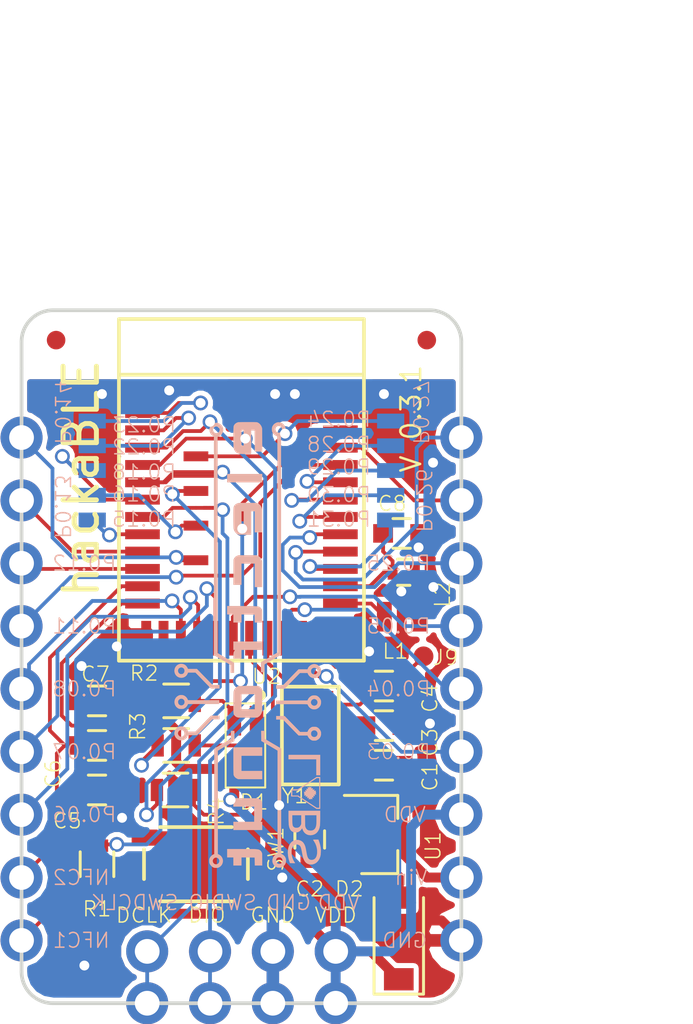
<source format=kicad_pcb>
(kicad_pcb (version 20171130) (host pcbnew "(5.0.2)-1")

  (general
    (thickness 0.8)
    (drawings 51)
    (tracks 430)
    (zones 0)
    (modules 33)
    (nets 45)
  )

  (page A4)
  (layers
    (0 F.Cu signal)
    (31 B.Cu signal)
    (32 B.Adhes user)
    (33 F.Adhes user)
    (34 B.Paste user)
    (35 F.Paste user)
    (36 B.SilkS user)
    (37 F.SilkS user)
    (38 B.Mask user)
    (39 F.Mask user)
    (40 Dwgs.User user)
    (41 Cmts.User user)
    (42 Eco1.User user)
    (43 Eco2.User user)
    (44 Edge.Cuts user)
    (45 Margin user)
    (46 B.CrtYd user)
    (47 F.CrtYd user)
    (48 B.Fab user)
    (49 F.Fab user hide)
  )

  (setup
    (last_trace_width 0.152)
    (user_trace_width 0.2)
    (trace_clearance 0.152)
    (zone_clearance 0.152)
    (zone_45_only no)
    (trace_min 0.15)
    (segment_width 0.2)
    (edge_width 0.15)
    (via_size 0.6)
    (via_drill 0.4)
    (via_min_size 0.4)
    (via_min_drill 0.3)
    (uvia_size 0.3)
    (uvia_drill 0.1)
    (uvias_allowed no)
    (uvia_min_size 0.2)
    (uvia_min_drill 0.1)
    (pcb_text_width 0.3)
    (pcb_text_size 1.5 1.5)
    (mod_edge_width 0.15)
    (mod_text_size 0.6 0.6)
    (mod_text_width 0.06)
    (pad_size 0.8 0.8)
    (pad_drill 0)
    (pad_to_mask_clearance 0.2)
    (solder_mask_min_width 0.25)
    (aux_axis_origin 0 0)
    (visible_elements 7FFFFFFF)
    (pcbplotparams
      (layerselection 0x010fc_ffffffff)
      (usegerberextensions true)
      (usegerberattributes false)
      (usegerberadvancedattributes false)
      (creategerberjobfile false)
      (excludeedgelayer true)
      (linewidth 0.100000)
      (plotframeref false)
      (viasonmask false)
      (mode 1)
      (useauxorigin false)
      (hpglpennumber 1)
      (hpglpenspeed 20)
      (hpglpendiameter 15.000000)
      (psnegative false)
      (psa4output false)
      (plotreference true)
      (plotvalue true)
      (plotinvisibletext false)
      (padsonsilk false)
      (subtractmaskfromsilk false)
      (outputformat 1)
      (mirror false)
      (drillshape 0)
      (scaleselection 1)
      (outputdirectory "gerebrs/"))
  )

  (net 0 "")
  (net 1 GND)
  (net 2 Vin)
  (net 3 VDD)
  (net 4 "Net-(C3-Pad1)")
  (net 5 "Net-(C4-Pad1)")
  (net 6 NFC1)
  (net 7 NFC2)
  (net 8 "Net-(C8-Pad1)")
  (net 9 "Net-(D1-Pad2)")
  (net 10 "Net-(D1-Pad4)")
  (net 11 SWDIO)
  (net 12 P0.02)
  (net 13 P0.03)
  (net 14 P0.04)
  (net 15 P0.05)
  (net 16 P0.06)
  (net 17 P0.07)
  (net 18 P0.08)
  (net 19 P0.11)
  (net 20 P0.12)
  (net 21 P0.13)
  (net 22 P0.14)
  (net 23 P0.15)
  (net 24 P0.16)
  (net 25 P0.18)
  (net 26 P0.22)
  (net 27 P0.23)
  (net 28 P0.24)
  (net 29 P0.25)
  (net 30 P0.26)
  (net 31 P0.27)
  (net 32 P0.28)
  (net 33 P0.29)
  (net 34 P0.30)
  (net 35 P0.31)
  (net 36 "Net-(L1-Pad2)")
  (net 37 "Net-(L1-Pad1)")
  (net 38 RESET)
  (net 39 RED)
  (net 40 GREEN)
  (net 41 BLUE)
  (net 42 SWDCLK)
  (net 43 "Net-(C2-Pad2)")
  (net 44 "Net-(D1-Pad1)")

  (net_class Default "This is the default net class."
    (clearance 0.152)
    (trace_width 0.152)
    (via_dia 0.6)
    (via_drill 0.4)
    (uvia_dia 0.3)
    (uvia_drill 0.1)
    (add_net BLUE)
    (add_net GREEN)
    (add_net NFC1)
    (add_net NFC2)
    (add_net "Net-(C3-Pad1)")
    (add_net "Net-(C4-Pad1)")
    (add_net "Net-(C8-Pad1)")
    (add_net "Net-(D1-Pad1)")
    (add_net "Net-(D1-Pad2)")
    (add_net "Net-(D1-Pad4)")
    (add_net "Net-(L1-Pad1)")
    (add_net "Net-(L1-Pad2)")
    (add_net P0.02)
    (add_net P0.03)
    (add_net P0.04)
    (add_net P0.05)
    (add_net P0.06)
    (add_net P0.07)
    (add_net P0.08)
    (add_net P0.11)
    (add_net P0.12)
    (add_net P0.13)
    (add_net P0.14)
    (add_net P0.15)
    (add_net P0.16)
    (add_net P0.18)
    (add_net P0.22)
    (add_net P0.23)
    (add_net P0.24)
    (add_net P0.25)
    (add_net P0.26)
    (add_net P0.27)
    (add_net P0.28)
    (add_net P0.29)
    (add_net P0.30)
    (add_net P0.31)
    (add_net RED)
    (add_net RESET)
    (add_net SWDCLK)
    (add_net SWDIO)
  )

  (net_class POWER ""
    (clearance 0.2)
    (trace_width 0.4)
    (via_dia 0.6)
    (via_drill 0.4)
    (uvia_dia 0.3)
    (uvia_drill 0.1)
    (add_net GND)
    (add_net "Net-(C2-Pad2)")
    (add_net VDD)
    (add_net Vin)
  )

  (module Fiducials:Fiducial_0.75mm_Dia_1.5mm_Outer (layer F.Cu) (tedit 5C2DB855) (tstamp 5C2EC8CF)
    (at 126.746 91.821)
    (descr "Circular Fiducial, 0.75mm bare copper top; 1.5mm keepout (Level B)")
    (tags marker)
    (attr virtual)
    (fp_text reference REF** (at 0 -2) (layer Dwgs.User)
      (effects (font (size 1 1) (thickness 0.15)))
    )
    (fp_text value Fiducial_0.75mm_Dia_1.5mm_Outer (at 0 2) (layer F.Fab)
      (effects (font (size 1 1) (thickness 0.15)))
    )
    (fp_circle (center 0 0) (end 0.75 0) (layer F.Fab) (width 0.1))
    (fp_text user %R (at 0 0) (layer F.Fab)
      (effects (font (size 0.3 0.3) (thickness 0.05)))
    )
    (fp_circle (center 0 0) (end 1 0) (layer F.CrtYd) (width 0.05))
    (pad ~ smd circle (at 0 0) (size 0.75 0.75) (layers F.Cu F.Mask)
      (solder_mask_margin 0.375) (clearance 0.375))
  )

  (module Fiducials:Fiducial_0.75mm_Dia_1.5mm_Outer (layer F.Cu) (tedit 5C2DB84F) (tstamp 5C2EC842)
    (at 141.732 91.821)
    (descr "Circular Fiducial, 0.75mm bare copper top; 1.5mm keepout (Level B)")
    (tags marker)
    (attr virtual)
    (fp_text reference REF** (at 0 -2) (layer Dwgs.User)
      (effects (font (size 1 1) (thickness 0.15)))
    )
    (fp_text value Fiducial_0.75mm_Dia_1.5mm_Outer (at 0 2) (layer F.Fab)
      (effects (font (size 1 1) (thickness 0.15)))
    )
    (fp_circle (center 0 0) (end 1 0) (layer F.CrtYd) (width 0.05))
    (fp_text user %R (at 0 0) (layer F.Fab)
      (effects (font (size 0.3 0.3) (thickness 0.05)))
    )
    (fp_circle (center 0 0) (end 0.75 0) (layer F.Fab) (width 0.1))
    (pad ~ smd circle (at 0 0) (size 0.75 0.75) (layers F.Cu F.Mask)
      (solder_mask_margin 0.375) (clearance 0.375))
  )

  (module hackaBLE:MDBT42 (layer F.Cu) (tedit 5979C0D7) (tstamp 5C2C99B8)
    (at 134.239 104.267)
    (path /597862A5)
    (attr smd)
    (fp_text reference U2 (at 1.016 1.143) (layer F.SilkS)
      (effects (font (size 0.6 0.6) (thickness 0.06)))
    )
    (fp_text value MDBT42 (at 0.1143 -12.1539) (layer F.Fab)
      (effects (font (size 1 1) (thickness 0.15)))
    )
    (fp_line (start 4.953 -13.2969) (end 4.953 -8.7757) (layer F.SilkS) (width 0.15))
    (fp_line (start -4.953 -11.049) (end 4.953 -11.049) (layer F.SilkS) (width 0.15))
    (fp_line (start 4.953 0.508) (end -1.143 0.508) (layer F.SilkS) (width 0.15))
    (fp_line (start 4.953 -8.763) (end 4.953 0.508) (layer F.SilkS) (width 0.15))
    (fp_line (start 4.953 -13.297) (end -4.953 -13.297) (layer F.SilkS) (width 0.15))
    (fp_line (start -4.953 -10.349) (end -4.953 -5.65) (layer F.SilkS) (width 0.15))
    (fp_line (start -4.953 -5.65) (end -4.953 0.446) (layer F.SilkS) (width 0.15))
    (fp_line (start -4.953 -0.254) (end -4.953 0.508) (layer F.SilkS) (width 0.15))
    (fp_line (start -4.953 0.508) (end -1.143 0.508) (layer F.SilkS) (width 0.15))
    (fp_line (start -4.953 -10.249) (end -4.953 -13.297) (layer F.SilkS) (width 0.15))
    (pad 38 smd rect (at -1.84 -7.75) (size 1 0.4) (layers F.Cu F.Paste F.Mask)
      (net 28 P0.24))
    (pad 39 smd rect (at -1.84 -6.35) (size 1 0.4) (layers F.Cu F.Paste F.Mask)
      (net 40 GREEN))
    (pad 40 smd rect (at -1.84 -4.95) (size 1 0.4) (layers F.Cu F.Paste F.Mask)
      (net 24 P0.16))
    (pad 14 smd rect (at -3.85 -0.55) (size 0.4 1.1) (layers F.Cu F.Paste F.Mask)
      (net 1 GND))
    (pad 15 smd rect (at -3.15 -0.4) (size 0.4 1.4) (layers F.Cu F.Paste F.Mask)
      (net 3 VDD))
    (pad 16 smd rect (at -2.45 -0.4) (size 0.4 1.4) (layers F.Cu F.Paste F.Mask)
      (net 18 P0.08))
    (pad 17 smd rect (at -1.75 -0.4) (size 0.4 1.4) (layers F.Cu F.Paste F.Mask)
      (net 17 P0.07))
    (pad 18 smd rect (at -1.05 -0.4) (size 0.4 1.4) (layers F.Cu F.Paste F.Mask)
      (net 16 P0.06))
    (pad 19 smd rect (at -0.35 -0.4) (size 0.4 1.4) (layers F.Cu F.Paste F.Mask)
      (net 15 P0.05))
    (pad 20 smd rect (at 0.35 -0.4) (size 0.4 1.4) (layers F.Cu F.Paste F.Mask)
      (net 4 "Net-(C3-Pad1)"))
    (pad 21 smd rect (at 1.05 -0.4) (size 0.4 1.4) (layers F.Cu F.Paste F.Mask)
      (net 5 "Net-(C4-Pad1)"))
    (pad 22 smd rect (at 1.75 -0.4) (size 0.4 1.4) (layers F.Cu F.Paste F.Mask)
      (net 14 P0.04))
    (pad 23 smd rect (at 2.45 -0.4) (size 0.4 1.4) (layers F.Cu F.Paste F.Mask)
      (net 13 P0.03))
    (pad 24 smd rect (at 3.15 -0.4) (size 0.4 1.4) (layers F.Cu F.Paste F.Mask)
      (net 12 P0.02))
    (pad 1 smd rect (at -4 -10.3) (size 1.4 0.6) (layers F.Cu F.Paste F.Mask)
      (net 1 GND))
    (pad 37 smd rect (at 4 -10.3) (size 1.4 0.6) (layers F.Cu F.Paste F.Mask)
      (net 1 GND))
    (pad 2 smd rect (at -4 -9.5) (size 1.4 0.4) (layers F.Cu F.Paste F.Mask)
      (net 27 P0.23))
    (pad 36 smd rect (at 4 -8.8) (size 1.4 0.4) (layers F.Cu F.Paste F.Mask)
      (net 39 RED))
    (pad 12 smd rect (at -4 -2.5) (size 1.4 0.4) (layers F.Cu F.Paste F.Mask)
      (net 7 NFC2))
    (pad 13 smd rect (at -4 -1.8) (size 1.4 0.4) (layers F.Cu F.Paste F.Mask)
      (net 6 NFC1))
    (pad 11 smd rect (at -4 -3.2) (size 1.4 0.4) (layers F.Cu F.Paste F.Mask)
      (net 20 P0.12))
    (pad 10 smd rect (at -4 -3.9) (size 1.4 0.4) (layers F.Cu F.Paste F.Mask)
      (net 21 P0.13))
    (pad 9 smd rect (at -4 -4.6) (size 1.4 0.4) (layers F.Cu F.Paste F.Mask)
      (net 23 P0.15))
    (pad 3 smd rect (at -4 -8.8) (size 1.4 0.4) (layers F.Cu F.Paste F.Mask)
      (net 26 P0.22))
    (pad 4 smd rect (at -4 -8.1) (size 1.4 0.4) (layers F.Cu F.Paste F.Mask)
      (net 42 SWDCLK))
    (pad 5 smd rect (at -4 -7.4) (size 1.4 0.4) (layers F.Cu F.Paste F.Mask)
      (net 11 SWDIO))
    (pad 6 smd rect (at -4 -6.7) (size 1.4 0.4) (layers F.Cu F.Paste F.Mask)
      (net 38 RESET))
    (pad 7 smd rect (at -4 -6) (size 1.4 0.4) (layers F.Cu F.Paste F.Mask)
      (net 25 P0.18))
    (pad 8 smd rect (at -4 -5.3) (size 1.4 0.4) (layers F.Cu F.Paste F.Mask)
      (net 41 BLUE))
    (pad 35 smd rect (at 4 -8.1) (size 1.4 0.4) (layers F.Cu F.Paste F.Mask)
      (net 30 P0.26))
    (pad 34 smd rect (at 4 -7.4) (size 1.4 0.4) (layers F.Cu F.Paste F.Mask)
      (net 19 P0.11))
    (pad 33 smd rect (at 4 -6.7) (size 1.4 0.4) (layers F.Cu F.Paste F.Mask)
      (net 32 P0.28))
    (pad 32 smd rect (at 4 -6) (size 1.4 0.4) (layers F.Cu F.Paste F.Mask)
      (net 33 P0.29))
    (pad 31 smd rect (at 4 -5.3) (size 1.4 0.4) (layers F.Cu F.Paste F.Mask)
      (net 34 P0.30))
    (pad 30 smd rect (at 4 -4.6) (size 1.4 0.4) (layers F.Cu F.Paste F.Mask)
      (net 29 P0.25))
    (pad 29 smd rect (at 4 -3.9) (size 1.4 0.4) (layers F.Cu F.Paste F.Mask)
      (net 31 P0.27))
    (pad 28 smd rect (at 4 -3.2) (size 1.4 0.4) (layers F.Cu F.Paste F.Mask)
      (net 35 P0.31))
    (pad 27 smd rect (at 4 -2.5) (size 1.4 0.4) (layers F.Cu F.Paste F.Mask)
      (net 8 "Net-(C8-Pad1)"))
    (pad 26 smd rect (at 4 -1.8) (size 1.4 0.4) (layers F.Cu F.Paste F.Mask)
      (net 36 "Net-(L1-Pad2)"))
    (pad 25 smd rect (at 3.85 -0.55) (size 0.4 1.1) (layers F.Cu F.Paste F.Mask)
      (net 1 GND))
    (pad 41 smd rect (at -1.84 -3.55) (size 1 0.4) (layers F.Cu F.Paste F.Mask)
      (net 22 P0.14))
    (model ${KISYS3DMOD}/RF_Module.3dshapes/mdbt42-p.stp
      (offset (xyz 0 6.5 0))
      (scale (xyz 1 1 1))
      (rotate (xyz -90 0 0))
    )
  )

  (module hackaBLE:ABS07_crystal (layer F.Cu) (tedit 58AE90D5) (tstamp 5C2C99E4)
    (at 137 107.8 90)
    (path /59786ED0)
    (attr smd)
    (fp_text reference Y1 (at -2.436 -0.602 180) (layer F.SilkS)
      (effects (font (size 0.6 0.6) (thickness 0.06)))
    )
    (fp_text value 32.768KHz (at 8.89 3.7465 90) (layer F.Fab) hide
      (effects (font (size 1 1) (thickness 0.15)))
    )
    (fp_line (start 1.975 -1.125) (end -1.975 -1.125) (layer F.SilkS) (width 0.15))
    (fp_line (start 1.975 1.175) (end 1.975 -1.125) (layer F.SilkS) (width 0.15))
    (fp_line (start -1.975 1.175) (end -1.975 -1.125) (layer F.SilkS) (width 0.15))
    (fp_line (start -1.975 1.175) (end 1.975 1.175) (layer F.SilkS) (width 0.15))
    (pad 2 smd rect (at 1.25 0 90) (size 1.1 1.9) (layers F.Cu F.Paste F.Mask)
      (net 5 "Net-(C4-Pad1)"))
    (pad 1 smd rect (at -1.25 0 90) (size 1.1 1.9) (layers F.Cu F.Paste F.Mask)
      (net 4 "Net-(C3-Pad1)"))
    (model Crystals.3dshapes/Q_49U3HMS.wrl
      (at (xyz 0 0 0))
      (scale (xyz 0.28 0.5 0.2))
      (rotate (xyz 0 0 0))
    )
    (model ${KISYS3DMOD}/Crystals.3dshapes/ABS07.STEP
      (at (xyz 0 0 0))
      (scale (xyz 1 1 1))
      (rotate (xyz -90 0 0))
    )
  )

  (module Capacitors_SMD:C_0603 (layer F.Cu) (tedit 59F05400) (tstamp 59797DD0)
    (at 140 109)
    (descr "Capacitor SMD 0603, reflow soldering, AVX (see smccp.pdf)")
    (tags "capacitor 0603")
    (path /59788694)
    (attr smd)
    (fp_text reference C1 (at 1.859 0.474 270) (layer F.SilkS)
      (effects (font (size 0.6 0.6) (thickness 0.06)))
    )
    (fp_text value 1uF (at 0 1.5) (layer F.Fab)
      (effects (font (size 1 1) (thickness 0.15)))
    )
    (fp_text user %R (at 0 -1.5) (layer F.Fab)
      (effects (font (size 1 1) (thickness 0.15)))
    )
    (fp_line (start -0.8 0.4) (end -0.8 -0.4) (layer F.Fab) (width 0.1))
    (fp_line (start 0.8 0.4) (end -0.8 0.4) (layer F.Fab) (width 0.1))
    (fp_line (start 0.8 -0.4) (end 0.8 0.4) (layer F.Fab) (width 0.1))
    (fp_line (start -0.8 -0.4) (end 0.8 -0.4) (layer F.Fab) (width 0.1))
    (fp_line (start -0.35 -0.6) (end 0.35 -0.6) (layer F.SilkS) (width 0.12))
    (fp_line (start 0.35 0.6) (end -0.35 0.6) (layer F.SilkS) (width 0.12))
    (fp_line (start -1.4 -0.65) (end 1.4 -0.65) (layer F.CrtYd) (width 0.05))
    (fp_line (start -1.4 -0.65) (end -1.4 0.65) (layer F.CrtYd) (width 0.05))
    (fp_line (start 1.4 0.65) (end 1.4 -0.65) (layer F.CrtYd) (width 0.05))
    (fp_line (start 1.4 0.65) (end -1.4 0.65) (layer F.CrtYd) (width 0.05))
    (pad 1 smd rect (at -0.75 0) (size 0.8 0.75) (layers F.Cu F.Paste F.Mask)
      (net 1 GND))
    (pad 2 smd rect (at 0.75 0) (size 0.8 0.75) (layers F.Cu F.Paste F.Mask)
      (net 2 Vin))
    (model Capacitors_SMD.3dshapes/C_0603.wrl
      (at (xyz 0 0 0))
      (scale (xyz 1 1 1))
      (rotate (xyz 0 0 0))
    )
  )

  (module Capacitors_SMD:C_0603 (layer F.Cu) (tedit 59F05822) (tstamp 59797DD6)
    (at 137 112 270)
    (descr "Capacitor SMD 0603, reflow soldering, AVX (see smccp.pdf)")
    (tags "capacitor 0603")
    (path /5978924A)
    (attr smd)
    (fp_text reference C2 (at 2 0) (layer F.SilkS)
      (effects (font (size 0.6 0.6) (thickness 0.06)))
    )
    (fp_text value 1uF (at 0 1.5 270) (layer F.Fab)
      (effects (font (size 1 1) (thickness 0.15)))
    )
    (fp_text user %R (at 0 -1.5 270) (layer F.Fab)
      (effects (font (size 1 1) (thickness 0.15)))
    )
    (fp_line (start -0.8 0.4) (end -0.8 -0.4) (layer F.Fab) (width 0.1))
    (fp_line (start 0.8 0.4) (end -0.8 0.4) (layer F.Fab) (width 0.1))
    (fp_line (start 0.8 -0.4) (end 0.8 0.4) (layer F.Fab) (width 0.1))
    (fp_line (start -0.8 -0.4) (end 0.8 -0.4) (layer F.Fab) (width 0.1))
    (fp_line (start -0.35 -0.6) (end 0.35 -0.6) (layer F.SilkS) (width 0.12))
    (fp_line (start 0.35 0.6) (end -0.35 0.6) (layer F.SilkS) (width 0.12))
    (fp_line (start -1.4 -0.65) (end 1.4 -0.65) (layer F.CrtYd) (width 0.05))
    (fp_line (start -1.4 -0.65) (end -1.4 0.65) (layer F.CrtYd) (width 0.05))
    (fp_line (start 1.4 0.65) (end 1.4 -0.65) (layer F.CrtYd) (width 0.05))
    (fp_line (start 1.4 0.65) (end -1.4 0.65) (layer F.CrtYd) (width 0.05))
    (pad 1 smd rect (at -0.75 0 270) (size 0.8 0.75) (layers F.Cu F.Paste F.Mask)
      (net 1 GND))
    (pad 2 smd rect (at 0.75 0 270) (size 0.8 0.75) (layers F.Cu F.Paste F.Mask)
      (net 43 "Net-(C2-Pad2)"))
    (model Capacitors_SMD.3dshapes/C_0603.wrl
      (at (xyz 0 0 0))
      (scale (xyz 1 1 1))
      (rotate (xyz 0 0 0))
    )
  )

  (module Capacitors_SMD:C_0603 (layer F.Cu) (tedit 59F05818) (tstamp 59797DDC)
    (at 140 107.4)
    (descr "Capacitor SMD 0603, reflow soldering, AVX (see smccp.pdf)")
    (tags "capacitor 0603")
    (path /597876DC)
    (attr smd)
    (fp_text reference C3 (at 1.859 0.677 90) (layer F.SilkS)
      (effects (font (size 0.6 0.6) (thickness 0.06)))
    )
    (fp_text value 12pF (at 0 1.5) (layer F.Fab)
      (effects (font (size 1 1) (thickness 0.15)))
    )
    (fp_text user %R (at 0 -1.5) (layer F.Fab)
      (effects (font (size 1 1) (thickness 0.15)))
    )
    (fp_line (start -0.8 0.4) (end -0.8 -0.4) (layer F.Fab) (width 0.1))
    (fp_line (start 0.8 0.4) (end -0.8 0.4) (layer F.Fab) (width 0.1))
    (fp_line (start 0.8 -0.4) (end 0.8 0.4) (layer F.Fab) (width 0.1))
    (fp_line (start -0.8 -0.4) (end 0.8 -0.4) (layer F.Fab) (width 0.1))
    (fp_line (start -0.35 -0.6) (end 0.35 -0.6) (layer F.SilkS) (width 0.12))
    (fp_line (start 0.35 0.6) (end -0.35 0.6) (layer F.SilkS) (width 0.12))
    (fp_line (start -1.4 -0.65) (end 1.4 -0.65) (layer F.CrtYd) (width 0.05))
    (fp_line (start -1.4 -0.65) (end -1.4 0.65) (layer F.CrtYd) (width 0.05))
    (fp_line (start 1.4 0.65) (end 1.4 -0.65) (layer F.CrtYd) (width 0.05))
    (fp_line (start 1.4 0.65) (end -1.4 0.65) (layer F.CrtYd) (width 0.05))
    (pad 1 smd rect (at -0.75 0) (size 0.8 0.75) (layers F.Cu F.Paste F.Mask)
      (net 4 "Net-(C3-Pad1)"))
    (pad 2 smd rect (at 0.75 0) (size 0.8 0.75) (layers F.Cu F.Paste F.Mask)
      (net 1 GND))
    (model Capacitors_SMD.3dshapes/C_0603.wrl
      (at (xyz 0 0 0))
      (scale (xyz 1 1 1))
      (rotate (xyz 0 0 0))
    )
  )

  (module Capacitors_SMD:C_0603 (layer F.Cu) (tedit 5C2DB697) (tstamp 59797DE2)
    (at 140 105.8)
    (descr "Capacitor SMD 0603, reflow soldering, AVX (see smccp.pdf)")
    (tags "capacitor 0603")
    (path /59787935)
    (attr smd)
    (fp_text reference C4 (at 1.859 0.499 90) (layer F.SilkS)
      (effects (font (size 0.6 0.6) (thickness 0.06)))
    )
    (fp_text value 12pF (at 0 1.5) (layer F.Fab)
      (effects (font (size 1 1) (thickness 0.15)))
    )
    (fp_text user %R (at 0 -1.5) (layer F.Fab)
      (effects (font (size 1 1) (thickness 0.15)))
    )
    (fp_line (start -0.8 0.4) (end -0.8 -0.4) (layer F.Fab) (width 0.1))
    (fp_line (start 0.8 0.4) (end -0.8 0.4) (layer F.Fab) (width 0.1))
    (fp_line (start 0.8 -0.4) (end 0.8 0.4) (layer F.Fab) (width 0.1))
    (fp_line (start -0.8 -0.4) (end 0.8 -0.4) (layer F.Fab) (width 0.1))
    (fp_line (start -0.35 -0.6) (end 0.35 -0.6) (layer F.SilkS) (width 0.12))
    (fp_line (start 0.35 0.6) (end -0.35 0.6) (layer F.SilkS) (width 0.12))
    (fp_line (start -1.4 -0.65) (end 1.4 -0.65) (layer F.CrtYd) (width 0.05))
    (fp_line (start -1.4 -0.65) (end -1.4 0.65) (layer F.CrtYd) (width 0.05))
    (fp_line (start 1.4 0.65) (end 1.4 -0.65) (layer F.CrtYd) (width 0.05))
    (fp_line (start 1.4 0.65) (end -1.4 0.65) (layer F.CrtYd) (width 0.05))
    (pad 1 smd rect (at -0.75 0) (size 0.8 0.75) (layers F.Cu F.Paste F.Mask)
      (net 5 "Net-(C4-Pad1)"))
    (pad 2 smd rect (at 0.75 0) (size 0.8 0.75) (layers F.Cu F.Paste F.Mask)
      (net 1 GND))
    (model Capacitors_SMD.3dshapes/C_0603.wrl
      (at (xyz 0 0 0))
      (scale (xyz 1 1 1))
      (rotate (xyz 0 0 0))
    )
  )

  (module Capacitors_SMD:C_0603 (layer F.Cu) (tedit 59F0583E) (tstamp 5C2CE288)
    (at 128.4 110)
    (descr "Capacitor SMD 0603, reflow soldering, AVX (see smccp.pdf)")
    (tags "capacitor 0603")
    (path /597A3A13)
    (attr smd)
    (fp_text reference C5 (at -1.2 1.252) (layer F.SilkS)
      (effects (font (size 0.6 0.6) (thickness 0.06)))
    )
    (fp_text value 300pF (at 0 1.5) (layer F.Fab)
      (effects (font (size 1 1) (thickness 0.15)))
    )
    (fp_text user %R (at 0 -1.5) (layer F.Fab)
      (effects (font (size 1 1) (thickness 0.15)))
    )
    (fp_line (start -0.8 0.4) (end -0.8 -0.4) (layer F.Fab) (width 0.1))
    (fp_line (start 0.8 0.4) (end -0.8 0.4) (layer F.Fab) (width 0.1))
    (fp_line (start 0.8 -0.4) (end 0.8 0.4) (layer F.Fab) (width 0.1))
    (fp_line (start -0.8 -0.4) (end 0.8 -0.4) (layer F.Fab) (width 0.1))
    (fp_line (start -0.35 -0.6) (end 0.35 -0.6) (layer F.SilkS) (width 0.12))
    (fp_line (start 0.35 0.6) (end -0.35 0.6) (layer F.SilkS) (width 0.12))
    (fp_line (start -1.4 -0.65) (end 1.4 -0.65) (layer F.CrtYd) (width 0.05))
    (fp_line (start -1.4 -0.65) (end -1.4 0.65) (layer F.CrtYd) (width 0.05))
    (fp_line (start 1.4 0.65) (end 1.4 -0.65) (layer F.CrtYd) (width 0.05))
    (fp_line (start 1.4 0.65) (end -1.4 0.65) (layer F.CrtYd) (width 0.05))
    (pad 1 smd rect (at -0.75 0) (size 0.8 0.75) (layers F.Cu F.Paste F.Mask)
      (net 6 NFC1))
    (pad 2 smd rect (at 0.75 0) (size 0.8 0.75) (layers F.Cu F.Paste F.Mask)
      (net 1 GND))
    (model Capacitors_SMD.3dshapes/C_0603.wrl
      (at (xyz 0 0 0))
      (scale (xyz 1 1 1))
      (rotate (xyz 0 0 0))
    )
  )

  (module Capacitors_SMD:C_0603 (layer F.Cu) (tedit 59F05853) (tstamp 59797DEE)
    (at 128.4 108.2 180)
    (descr "Capacitor SMD 0603, reflow soldering, AVX (see smccp.pdf)")
    (tags "capacitor 0603")
    (path /597A43D0)
    (attr smd)
    (fp_text reference C6 (at 1.781 -1.147 270) (layer F.SilkS)
      (effects (font (size 0.6 0.6) (thickness 0.06)))
    )
    (fp_text value 300pF (at 0 1.5 180) (layer F.Fab)
      (effects (font (size 1 1) (thickness 0.15)))
    )
    (fp_text user %R (at 0 -1.5 180) (layer F.Fab)
      (effects (font (size 1 1) (thickness 0.15)))
    )
    (fp_line (start -0.8 0.4) (end -0.8 -0.4) (layer F.Fab) (width 0.1))
    (fp_line (start 0.8 0.4) (end -0.8 0.4) (layer F.Fab) (width 0.1))
    (fp_line (start 0.8 -0.4) (end 0.8 0.4) (layer F.Fab) (width 0.1))
    (fp_line (start -0.8 -0.4) (end 0.8 -0.4) (layer F.Fab) (width 0.1))
    (fp_line (start -0.35 -0.6) (end 0.35 -0.6) (layer F.SilkS) (width 0.12))
    (fp_line (start 0.35 0.6) (end -0.35 0.6) (layer F.SilkS) (width 0.12))
    (fp_line (start -1.4 -0.65) (end 1.4 -0.65) (layer F.CrtYd) (width 0.05))
    (fp_line (start -1.4 -0.65) (end -1.4 0.65) (layer F.CrtYd) (width 0.05))
    (fp_line (start 1.4 0.65) (end 1.4 -0.65) (layer F.CrtYd) (width 0.05))
    (fp_line (start 1.4 0.65) (end -1.4 0.65) (layer F.CrtYd) (width 0.05))
    (pad 1 smd rect (at -0.75 0 180) (size 0.8 0.75) (layers F.Cu F.Paste F.Mask)
      (net 1 GND))
    (pad 2 smd rect (at 0.75 0 180) (size 0.8 0.75) (layers F.Cu F.Paste F.Mask)
      (net 7 NFC2))
    (model Capacitors_SMD.3dshapes/C_0603.wrl
      (at (xyz 0 0 0))
      (scale (xyz 1 1 1))
      (rotate (xyz 0 0 0))
    )
  )

  (module Capacitors_SMD:C_0603 (layer F.Cu) (tedit 59F05354) (tstamp 59797DF4)
    (at 128.4 106.4)
    (descr "Capacitor SMD 0603, reflow soldering, AVX (see smccp.pdf)")
    (tags "capacitor 0603")
    (path /5978AC14)
    (attr smd)
    (fp_text reference C7 (at -0.0635 -1.0795) (layer F.SilkS)
      (effects (font (size 0.6 0.6) (thickness 0.06)))
    )
    (fp_text value 10uF (at 0 1.5) (layer F.Fab)
      (effects (font (size 1 1) (thickness 0.15)))
    )
    (fp_text user %R (at 0 -1.5) (layer F.Fab)
      (effects (font (size 1 1) (thickness 0.15)))
    )
    (fp_line (start -0.8 0.4) (end -0.8 -0.4) (layer F.Fab) (width 0.1))
    (fp_line (start 0.8 0.4) (end -0.8 0.4) (layer F.Fab) (width 0.1))
    (fp_line (start 0.8 -0.4) (end 0.8 0.4) (layer F.Fab) (width 0.1))
    (fp_line (start -0.8 -0.4) (end 0.8 -0.4) (layer F.Fab) (width 0.1))
    (fp_line (start -0.35 -0.6) (end 0.35 -0.6) (layer F.SilkS) (width 0.12))
    (fp_line (start 0.35 0.6) (end -0.35 0.6) (layer F.SilkS) (width 0.12))
    (fp_line (start -1.4 -0.65) (end 1.4 -0.65) (layer F.CrtYd) (width 0.05))
    (fp_line (start -1.4 -0.65) (end -1.4 0.65) (layer F.CrtYd) (width 0.05))
    (fp_line (start 1.4 0.65) (end 1.4 -0.65) (layer F.CrtYd) (width 0.05))
    (fp_line (start 1.4 0.65) (end -1.4 0.65) (layer F.CrtYd) (width 0.05))
    (pad 1 smd rect (at -0.75 0) (size 0.8 0.75) (layers F.Cu F.Paste F.Mask)
      (net 1 GND))
    (pad 2 smd rect (at 0.75 0) (size 0.8 0.75) (layers F.Cu F.Paste F.Mask)
      (net 3 VDD))
    (model Capacitors_SMD.3dshapes/C_0603.wrl
      (at (xyz 0 0 0))
      (scale (xyz 1 1 1))
      (rotate (xyz 0 0 0))
    )
  )

  (module Capacitors_SMD:C_0603 (layer F.Cu) (tedit 59F057FF) (tstamp 59797DFA)
    (at 140.716 99.6315)
    (descr "Capacitor SMD 0603, reflow soldering, AVX (see smccp.pdf)")
    (tags "capacitor 0603")
    (path /59786499)
    (attr smd)
    (fp_text reference C8 (at -0.381 -1.2065) (layer F.SilkS)
      (effects (font (size 0.6 0.6) (thickness 0.06)))
    )
    (fp_text value 1uF (at 0 1.5) (layer F.Fab)
      (effects (font (size 1 1) (thickness 0.15)))
    )
    (fp_text user %R (at 0 -1.5) (layer F.Fab)
      (effects (font (size 1 1) (thickness 0.15)))
    )
    (fp_line (start -0.8 0.4) (end -0.8 -0.4) (layer F.Fab) (width 0.1))
    (fp_line (start 0.8 0.4) (end -0.8 0.4) (layer F.Fab) (width 0.1))
    (fp_line (start 0.8 -0.4) (end 0.8 0.4) (layer F.Fab) (width 0.1))
    (fp_line (start -0.8 -0.4) (end 0.8 -0.4) (layer F.Fab) (width 0.1))
    (fp_line (start -0.35 -0.6) (end 0.35 -0.6) (layer F.SilkS) (width 0.12))
    (fp_line (start 0.35 0.6) (end -0.35 0.6) (layer F.SilkS) (width 0.12))
    (fp_line (start -1.4 -0.65) (end 1.4 -0.65) (layer F.CrtYd) (width 0.05))
    (fp_line (start -1.4 -0.65) (end -1.4 0.65) (layer F.CrtYd) (width 0.05))
    (fp_line (start 1.4 0.65) (end 1.4 -0.65) (layer F.CrtYd) (width 0.05))
    (fp_line (start 1.4 0.65) (end -1.4 0.65) (layer F.CrtYd) (width 0.05))
    (pad 1 smd rect (at -0.75 0) (size 0.8 0.75) (layers F.Cu F.Paste F.Mask)
      (net 8 "Net-(C8-Pad1)"))
    (pad 2 smd rect (at 0.75 0) (size 0.8 0.75) (layers F.Cu F.Paste F.Mask)
      (net 1 GND))
    (model Capacitors_SMD.3dshapes/C_0603.wrl
      (at (xyz 0 0 0))
      (scale (xyz 1 1 1))
      (rotate (xyz 0 0 0))
    )
  )

  (module Inductors_NEOSID:Neosid_Inductor_SM0603CG (layer F.Cu) (tedit 59F05805) (tstamp 59797E3D)
    (at 140.716 102.997 180)
    (descr "Neosid, Inductor, SM0603CG, Festinduktivitaet, SMD,")
    (tags "Neosid, Inductor, SM0603CG, Festinduktivitaet, SMD,")
    (path /5978641F)
    (attr smd)
    (fp_text reference L1 (at 0.254 -1.397 180) (layer F.SilkS)
      (effects (font (size 0.6 0.6) (thickness 0.06)))
    )
    (fp_text value 10uH (at -0.20066 2.70002 180) (layer F.Fab)
      (effects (font (size 1 1) (thickness 0.15)))
    )
    (pad 2 smd rect (at 0.70104 0 180) (size 0.59944 1.19888) (layers F.Cu F.Paste F.Mask)
      (net 36 "Net-(L1-Pad2)"))
    (pad 1 smd rect (at -0.70104 0 180) (size 0.59944 1.19888) (layers F.Cu F.Paste F.Mask)
      (net 37 "Net-(L1-Pad1)"))
    (model Inductors_SMD.3dshapes/L_0603.wrl
      (at (xyz 0 0 0))
      (scale (xyz 1 1 1))
      (rotate (xyz 0 0 0))
    )
  )

  (module Resistors_SMD:R_0603 (layer F.Cu) (tedit 59F05839) (tstamp 59797E49)
    (at 128.4 113 90)
    (descr "Resistor SMD 0603, reflow soldering, Vishay (see dcrcw.pdf)")
    (tags "resistor 0603")
    (path /59799D77)
    (attr smd)
    (fp_text reference R1 (at -1.808 -0.003 180) (layer F.SilkS)
      (effects (font (size 0.6 0.6) (thickness 0.06)))
    )
    (fp_text value 10K (at 0 1.5 90) (layer F.Fab)
      (effects (font (size 1 1) (thickness 0.15)))
    )
    (fp_text user %R (at 0 0 90) (layer F.Fab)
      (effects (font (size 0.4 0.4) (thickness 0.075)))
    )
    (fp_line (start -0.8 0.4) (end -0.8 -0.4) (layer F.Fab) (width 0.1))
    (fp_line (start 0.8 0.4) (end -0.8 0.4) (layer F.Fab) (width 0.1))
    (fp_line (start 0.8 -0.4) (end 0.8 0.4) (layer F.Fab) (width 0.1))
    (fp_line (start -0.8 -0.4) (end 0.8 -0.4) (layer F.Fab) (width 0.1))
    (fp_line (start 0.5 0.68) (end -0.5 0.68) (layer F.SilkS) (width 0.12))
    (fp_line (start -0.5 -0.68) (end 0.5 -0.68) (layer F.SilkS) (width 0.12))
    (fp_line (start -1.25 -0.7) (end 1.25 -0.7) (layer F.CrtYd) (width 0.05))
    (fp_line (start -1.25 -0.7) (end -1.25 0.7) (layer F.CrtYd) (width 0.05))
    (fp_line (start 1.25 0.7) (end 1.25 -0.7) (layer F.CrtYd) (width 0.05))
    (fp_line (start 1.25 0.7) (end -1.25 0.7) (layer F.CrtYd) (width 0.05))
    (pad 1 smd rect (at -0.75 0 90) (size 0.5 0.9) (layers F.Cu F.Paste F.Mask)
      (net 3 VDD))
    (pad 2 smd rect (at 0.75 0 90) (size 0.5 0.9) (layers F.Cu F.Paste F.Mask)
      (net 38 RESET))
    (model ${KISYS3DMOD}/Resistors_SMD.3dshapes/R_0603.wrl
      (at (xyz 0 0 0))
      (scale (xyz 1 1 1))
      (rotate (xyz 0 0 0))
    )
  )

  (module Resistors_SMD:R_0603 (layer F.Cu) (tedit 59F0584D) (tstamp 59797E4F)
    (at 131.6 106.4 180)
    (descr "Resistor SMD 0603, reflow soldering, Vishay (see dcrcw.pdf)")
    (tags "resistor 0603")
    (path /597AB3C3)
    (attr smd)
    (fp_text reference R2 (at 1.298 1.117 180) (layer F.SilkS)
      (effects (font (size 0.6 0.6) (thickness 0.06)))
    )
    (fp_text value 200R (at 0 1.5 180) (layer F.Fab)
      (effects (font (size 1 1) (thickness 0.15)))
    )
    (fp_text user %R (at 0 0 180) (layer F.Fab)
      (effects (font (size 0.4 0.4) (thickness 0.075)))
    )
    (fp_line (start -0.8 0.4) (end -0.8 -0.4) (layer F.Fab) (width 0.1))
    (fp_line (start 0.8 0.4) (end -0.8 0.4) (layer F.Fab) (width 0.1))
    (fp_line (start 0.8 -0.4) (end 0.8 0.4) (layer F.Fab) (width 0.1))
    (fp_line (start -0.8 -0.4) (end 0.8 -0.4) (layer F.Fab) (width 0.1))
    (fp_line (start 0.5 0.68) (end -0.5 0.68) (layer F.SilkS) (width 0.12))
    (fp_line (start -0.5 -0.68) (end 0.5 -0.68) (layer F.SilkS) (width 0.12))
    (fp_line (start -1.25 -0.7) (end 1.25 -0.7) (layer F.CrtYd) (width 0.05))
    (fp_line (start -1.25 -0.7) (end -1.25 0.7) (layer F.CrtYd) (width 0.05))
    (fp_line (start 1.25 0.7) (end 1.25 -0.7) (layer F.CrtYd) (width 0.05))
    (fp_line (start 1.25 0.7) (end -1.25 0.7) (layer F.CrtYd) (width 0.05))
    (pad 1 smd rect (at -0.75 0 180) (size 0.5 0.9) (layers F.Cu F.Paste F.Mask)
      (net 9 "Net-(D1-Pad2)"))
    (pad 2 smd rect (at 0.75 0 180) (size 0.5 0.9) (layers F.Cu F.Paste F.Mask)
      (net 39 RED))
    (model ${KISYS3DMOD}/Resistors_SMD.3dshapes/R_0603.wrl
      (at (xyz 0 0 0))
      (scale (xyz 1 1 1))
      (rotate (xyz 0 0 0))
    )
  )

  (module Resistors_SMD:R_0603 (layer F.Cu) (tedit 59F05851) (tstamp 59797E55)
    (at 131.6 108.2 180)
    (descr "Resistor SMD 0603, reflow soldering, Vishay (see dcrcw.pdf)")
    (tags "resistor 0603")
    (path /597AB8E0)
    (attr smd)
    (fp_text reference R3 (at 1.552 0.758 270) (layer F.SilkS)
      (effects (font (size 0.6 0.6) (thickness 0.06)))
    )
    (fp_text value 100R (at 0 1.5 180) (layer F.Fab)
      (effects (font (size 1 1) (thickness 0.15)))
    )
    (fp_text user %R (at 0 0 180) (layer F.Fab)
      (effects (font (size 0.4 0.4) (thickness 0.075)))
    )
    (fp_line (start -0.8 0.4) (end -0.8 -0.4) (layer F.Fab) (width 0.1))
    (fp_line (start 0.8 0.4) (end -0.8 0.4) (layer F.Fab) (width 0.1))
    (fp_line (start 0.8 -0.4) (end 0.8 0.4) (layer F.Fab) (width 0.1))
    (fp_line (start -0.8 -0.4) (end 0.8 -0.4) (layer F.Fab) (width 0.1))
    (fp_line (start 0.5 0.68) (end -0.5 0.68) (layer F.SilkS) (width 0.12))
    (fp_line (start -0.5 -0.68) (end 0.5 -0.68) (layer F.SilkS) (width 0.12))
    (fp_line (start -1.25 -0.7) (end 1.25 -0.7) (layer F.CrtYd) (width 0.05))
    (fp_line (start -1.25 -0.7) (end -1.25 0.7) (layer F.CrtYd) (width 0.05))
    (fp_line (start 1.25 0.7) (end 1.25 -0.7) (layer F.CrtYd) (width 0.05))
    (fp_line (start 1.25 0.7) (end -1.25 0.7) (layer F.CrtYd) (width 0.05))
    (pad 1 smd rect (at -0.75 0 180) (size 0.5 0.9) (layers F.Cu F.Paste F.Mask)
      (net 44 "Net-(D1-Pad1)"))
    (pad 2 smd rect (at 0.75 0 180) (size 0.5 0.9) (layers F.Cu F.Paste F.Mask)
      (net 40 GREEN))
    (model ${KISYS3DMOD}/Resistors_SMD.3dshapes/R_0603.wrl
      (at (xyz 0 0 0))
      (scale (xyz 1 1 1))
      (rotate (xyz 0 0 0))
    )
  )

  (module Resistors_SMD:R_0603 (layer F.Cu) (tedit 59F0582C) (tstamp 59797E5B)
    (at 131.572 110 180)
    (descr "Resistor SMD 0603, reflow soldering, Vishay (see dcrcw.pdf)")
    (tags "resistor 0603")
    (path /597ABADF)
    (attr smd)
    (fp_text reference R4 (at -1.651 -0.871 270) (layer F.SilkS)
      (effects (font (size 0.6 0.6) (thickness 0.06)))
    )
    (fp_text value 100R (at 0 1.5 180) (layer F.Fab)
      (effects (font (size 1 1) (thickness 0.15)))
    )
    (fp_text user %R (at 0 0 180) (layer F.Fab)
      (effects (font (size 0.4 0.4) (thickness 0.075)))
    )
    (fp_line (start -0.8 0.4) (end -0.8 -0.4) (layer F.Fab) (width 0.1))
    (fp_line (start 0.8 0.4) (end -0.8 0.4) (layer F.Fab) (width 0.1))
    (fp_line (start 0.8 -0.4) (end 0.8 0.4) (layer F.Fab) (width 0.1))
    (fp_line (start -0.8 -0.4) (end 0.8 -0.4) (layer F.Fab) (width 0.1))
    (fp_line (start 0.5 0.68) (end -0.5 0.68) (layer F.SilkS) (width 0.12))
    (fp_line (start -0.5 -0.68) (end 0.5 -0.68) (layer F.SilkS) (width 0.12))
    (fp_line (start -1.25 -0.7) (end 1.25 -0.7) (layer F.CrtYd) (width 0.05))
    (fp_line (start -1.25 -0.7) (end -1.25 0.7) (layer F.CrtYd) (width 0.05))
    (fp_line (start 1.25 0.7) (end 1.25 -0.7) (layer F.CrtYd) (width 0.05))
    (fp_line (start 1.25 0.7) (end -1.25 0.7) (layer F.CrtYd) (width 0.05))
    (pad 1 smd rect (at -0.75 0 180) (size 0.5 0.9) (layers F.Cu F.Paste F.Mask)
      (net 10 "Net-(D1-Pad4)"))
    (pad 2 smd rect (at 0.75 0 180) (size 0.5 0.9) (layers F.Cu F.Paste F.Mask)
      (net 41 BLUE))
    (model ${KISYS3DMOD}/Resistors_SMD.3dshapes/R_0603.wrl
      (at (xyz 0 0 0))
      (scale (xyz 1 1 1))
      (rotate (xyz 0 0 0))
    )
  )

  (module hackaBLE:RGB_LED (layer F.Cu) (tedit 5A1BA4A5) (tstamp 5C2C9960)
    (at 134.4 108.2 270)
    (path /5C2E16AA)
    (attr smd)
    (fp_text reference D1 (at 2.29 -0.347) (layer F.SilkS)
      (effects (font (size 0.6 0.6) (thickness 0.06)))
    )
    (fp_text value LED_ARGB (at 0.2 -0.2 270) (layer F.Fab)
      (effects (font (size 1 1) (thickness 0.15)))
    )
    (fp_line (start -1.7 0.8) (end 1.7 0.8) (layer F.SilkS) (width 0.08))
    (fp_line (start -1.7 -0.8) (end -1.7 0.8) (layer F.SilkS) (width 0.08))
    (fp_line (start 1.7 0.8) (end 1.7 -0.8) (layer F.SilkS) (width 0.08))
    (fp_line (start 1.7 -0.8) (end -1.7 -0.8) (layer F.SilkS) (width 0.08))
    (pad 1 smd rect (at -1 -0.45 270) (size 1.2 0.55) (layers F.Cu F.Paste F.Mask)
      (net 44 "Net-(D1-Pad1)"))
    (pad 2 smd rect (at -1 0.45 270) (size 1.2 0.55) (layers F.Cu F.Paste F.Mask)
      (net 9 "Net-(D1-Pad2)"))
    (pad 3 smd rect (at 1 0.45 270) (size 1.2 0.55) (layers F.Cu F.Paste F.Mask)
      (net 3 VDD))
    (pad 4 smd rect (at 1 -0.45 270) (size 1.2 0.55) (layers F.Cu F.Paste F.Mask)
      (net 10 "Net-(D1-Pad4)"))
    (model "${KISYS3DMOD}/LED_SMD.3dshapes/LED 0606 tri-color.stp"
      (at (xyz 0 0 0))
      (scale (xyz 1 1.5 1))
      (rotate (xyz 0 0 90))
    )
  )

  (module hackaBLE:Pin_Header_Straight_1x02_Pitch2.54 (layer F.Cu) (tedit 5C2CB988) (tstamp 5C2C9967)
    (at 143.129 113.538)
    (descr "Through hole straight pin header, 1x02, 2.54mm pitch, single row")
    (tags "Through hole pin header THT 1x02 2.54mm single row")
    (path /597A8A13)
    (fp_text reference J1 (at -0.729 -1.338) (layer Dwgs.User)
      (effects (font (size 0.6 0.6) (thickness 0.06)))
    )
    (fp_text value INPUT (at 0 4.87) (layer F.Fab)
      (effects (font (size 1 1) (thickness 0.15)))
    )
    (pad 1 thru_hole circle (at 0 0) (size 1.7 1.7) (drill 1) (layers *.Cu *.Mask)
      (net 2 Vin))
    (pad 2 thru_hole oval (at 0 2.54) (size 1.7 1.7) (drill 1) (layers *.Cu *.Mask)
      (net 1 GND))
  )

  (module hackaBLE:Pin_Header_Straight_1x02_Pitch2.54 (layer F.Cu) (tedit 5C2CB980) (tstamp 5C2C996C)
    (at 125.349 116.078 180)
    (descr "Through hole straight pin header, 1x02, 2.54mm pitch, single row")
    (tags "Through hole pin header THT 1x02 2.54mm single row")
    (path /597A21C5)
    (fp_text reference J2 (at -0.651 -1.322 180) (layer Dwgs.User)
      (effects (font (size 0.6 0.6) (thickness 0.06)))
    )
    (fp_text value NFC (at 0 4.87 180) (layer F.Fab)
      (effects (font (size 1 1) (thickness 0.15)))
    )
    (pad 1 thru_hole circle (at 0 0 180) (size 1.7 1.7) (drill 1) (layers *.Cu *.Mask)
      (net 6 NFC1))
    (pad 2 thru_hole oval (at 0 2.54 180) (size 1.7 1.7) (drill 1) (layers *.Cu *.Mask)
      (net 7 NFC2))
  )

  (module hackaBLE:Pin_Header_Straight_1x04_Pitch2.54 (layer F.Cu) (tedit 5C2C995E) (tstamp 5C2C9971)
    (at 130.429 118.618 90)
    (descr "Through hole straight pin header, 1x04, 2.54mm pitch, single row")
    (tags "Through hole pin header THT 1x04 2.54mm single row")
    (path /59808A85)
    (fp_text reference J3 (at 0 -2.33 90) (layer Dwgs.User)
      (effects (font (size 0.6 0.6) (thickness 0.06)))
    )
    (fp_text value SWD (at 0 9.95 90) (layer F.Fab)
      (effects (font (size 1 1) (thickness 0.15)))
    )
    (pad 1 thru_hole circle (at 0 0 90) (size 1.7 1.7) (drill 1) (layers *.Cu *.Mask)
      (net 42 SWDCLK))
    (pad 2 thru_hole oval (at 0 2.54 90) (size 1.7 1.7) (drill 1) (layers *.Cu *.Mask)
      (net 11 SWDIO))
    (pad 3 thru_hole oval (at 0 5.08 90) (size 1.7 1.7) (drill 1) (layers *.Cu *.Mask)
      (net 1 GND))
    (pad 4 thru_hole oval (at 0 7.62 90) (size 1.7 1.7) (drill 1) (layers *.Cu *.Mask)
      (net 3 VDD))
  )

  (module hackaBLE:Pin_Header_Straight_1x07_Pitch2.54 (layer F.Cu) (tedit 5C2CB98F) (tstamp 5C2C9978)
    (at 125.349 110.998 180)
    (descr "Through hole straight pin header, 1x06, 2.54mm pitch, single row")
    (tags "Through hole pin header THT 1x06 2.54mm single row")
    (path /59817DFB)
    (fp_text reference J4 (at -0.851 13.998 180) (layer Dwgs.User)
      (effects (font (size 0.6 0.6) (thickness 0.06)))
    )
    (fp_text value GPIO (at 0 17 180) (layer F.Fab)
      (effects (font (size 1 1) (thickness 0.15)))
    )
    (pad 7 thru_hole oval (at 0 15.24 180) (size 1.7 1.7) (drill 1) (layers *.Cu *.Mask)
      (net 22 P0.14))
    (pad 1 thru_hole circle (at 0 0 180) (size 1.7 1.7) (drill 1) (layers *.Cu *.Mask)
      (net 16 P0.06))
    (pad 2 thru_hole oval (at 0 2.54 180) (size 1.7 1.7) (drill 1) (layers *.Cu *.Mask)
      (net 17 P0.07))
    (pad 3 thru_hole oval (at 0 5.08 180) (size 1.7 1.7) (drill 1) (layers *.Cu *.Mask)
      (net 18 P0.08))
    (pad 4 thru_hole oval (at 0 7.62 180) (size 1.7 1.7) (drill 1) (layers *.Cu *.Mask)
      (net 19 P0.11))
    (pad 5 thru_hole oval (at 0 10.16 180) (size 1.7 1.7) (drill 1) (layers *.Cu *.Mask)
      (net 20 P0.12))
    (pad 6 thru_hole oval (at 0 12.7 180) (size 1.7 1.7) (drill 1) (layers *.Cu *.Mask)
      (net 21 P0.13))
  )

  (module hackaBLE:5pin_header (layer B.Cu) (tedit 5C2C9A57) (tstamp 5C2C9982)
    (at 128.2065 97.0915)
    (path /59819093)
    (attr smd)
    (fp_text reference J5 (at 0 -2.54) (layer Dwgs.User)
      (effects (font (size 0.6 0.6) (thickness 0.06)))
    )
    (fp_text value GPIO (at 0 3.2) (layer B.Fab)
      (effects (font (size 1 1) (thickness 0.15)) (justify mirror))
    )
    (pad 3 smd rect (at 0 0) (size 1.1 0.6) (layers B.Cu B.Paste B.Mask)
      (net 25 P0.18))
    (pad 2 smd rect (at 0 1) (size 1.1 0.6) (layers B.Cu B.Paste B.Mask)
      (net 24 P0.16))
    (pad 1 smd rect (at 0 2) (size 1.1 0.6) (layers B.Cu B.Paste B.Mask)
      (net 23 P0.15))
    (pad 4 smd rect (at 0 -1) (size 1.1 0.6) (layers B.Cu B.Paste B.Mask)
      (net 26 P0.22))
    (pad 5 smd rect (at 0 -2) (size 1.1 0.6) (layers B.Cu B.Paste B.Mask)
      (net 27 P0.23))
  )

  (module hackaBLE:Pin_Header_Straight_1x07_Pitch2.54 (layer F.Cu) (tedit 5C2CB996) (tstamp 5C2C998A)
    (at 143.129 110.998 180)
    (descr "Through hole straight pin header, 1x06, 2.54mm pitch, single row")
    (tags "Through hole pin header THT 1x06 2.54mm single row")
    (path /5981819C)
    (fp_text reference J6 (at 1.129 13.998 180) (layer Dwgs.User)
      (effects (font (size 0.6 0.6) (thickness 0.06)))
    )
    (fp_text value GPIO (at 0 17 180) (layer F.Fab)
      (effects (font (size 1 1) (thickness 0.15)))
    )
    (pad 7 thru_hole oval (at 0 15.24 180) (size 1.7 1.7) (drill 1) (layers *.Cu *.Mask)
      (net 31 P0.27))
    (pad 1 thru_hole circle (at 0 0 180) (size 1.7 1.7) (drill 1) (layers *.Cu *.Mask)
      (net 3 VDD))
    (pad 2 thru_hole oval (at 0 2.54 180) (size 1.7 1.7) (drill 1) (layers *.Cu *.Mask)
      (net 13 P0.03))
    (pad 3 thru_hole oval (at 0 5.08 180) (size 1.7 1.7) (drill 1) (layers *.Cu *.Mask)
      (net 14 P0.04))
    (pad 4 thru_hole oval (at 0 7.62 180) (size 1.7 1.7) (drill 1) (layers *.Cu *.Mask)
      (net 15 P0.05))
    (pad 5 thru_hole oval (at 0 10.16 180) (size 1.7 1.7) (drill 1) (layers *.Cu *.Mask)
      (net 29 P0.25))
    (pad 6 thru_hole oval (at 0 12.7 180) (size 1.7 1.7) (drill 1) (layers *.Cu *.Mask)
      (net 30 P0.26))
  )

  (module hackaBLE:5pin_header (layer B.Cu) (tedit 5C2C9A46) (tstamp 5C2C9994)
    (at 140.2715 97.0915 180)
    (path /59819C47)
    (attr smd)
    (fp_text reference J7 (at 0 -2.54 180) (layer Dwgs.User)
      (effects (font (size 0.6 0.6) (thickness 0.06)))
    )
    (fp_text value GPIO (at 0 3.2 180) (layer B.Fab)
      (effects (font (size 1 1) (thickness 0.15)) (justify mirror))
    )
    (pad 3 smd rect (at 0 0 180) (size 1.1 0.6) (layers B.Cu B.Paste B.Mask)
      (net 33 P0.29))
    (pad 2 smd rect (at 0 1 180) (size 1.1 0.6) (layers B.Cu B.Paste B.Mask)
      (net 32 P0.28))
    (pad 1 smd rect (at 0 2 180) (size 1.1 0.6) (layers B.Cu B.Paste B.Mask)
      (net 28 P0.24))
    (pad 4 smd rect (at 0 -1 180) (size 1.1 0.6) (layers B.Cu B.Paste B.Mask)
      (net 34 P0.30))
    (pad 5 smd rect (at 0 -2 180) (size 1.1 0.6) (layers B.Cu B.Paste B.Mask)
      (net 35 P0.31))
  )

  (module hackaBLE:Pin_Header_Straight_1x04_Pitch2.54 (layer F.Cu) (tedit 5C2C995A) (tstamp 5C2C999C)
    (at 130.429 116.5225 90)
    (descr "Through hole straight pin header, 1x04, 2.54mm pitch, single row")
    (tags "Through hole pin header THT 1x04 2.54mm single row")
    (path /59815A68)
    (fp_text reference J8 (at 0 -2.33 90) (layer Dwgs.User)
      (effects (font (size 0.6 0.6) (thickness 0.06)))
    )
    (fp_text value SWD (at 0 9.95 90) (layer F.Fab)
      (effects (font (size 1 1) (thickness 0.15)))
    )
    (pad 1 thru_hole circle (at 0 0 90) (size 1.7 1.7) (drill 1) (layers *.Cu *.Mask)
      (net 42 SWDCLK))
    (pad 2 thru_hole oval (at 0 2.54 90) (size 1.7 1.7) (drill 1) (layers *.Cu *.Mask)
      (net 11 SWDIO))
    (pad 3 thru_hole oval (at 0 5.08 90) (size 1.7 1.7) (drill 1) (layers *.Cu *.Mask)
      (net 1 GND))
    (pad 4 thru_hole oval (at 0 7.62 90) (size 1.7 1.7) (drill 1) (layers *.Cu *.Mask)
      (net 3 VDD))
  )

  (module Inductors_SMD:L_0402 (layer F.Cu) (tedit 59912B76) (tstamp 5C2C99A8)
    (at 140.8 101.2)
    (descr "Resistor SMD 0402, reflow soldering, Vishay (see dcrcw.pdf)")
    (tags "resistor 0402")
    (path /597866A7)
    (attr smd)
    (fp_text reference L2 (at 1.567 0.908 90) (layer F.SilkS)
      (effects (font (size 0.6 0.6) (thickness 0.06)))
    )
    (fp_text value 15nH (at 0 1.8) (layer F.Fab)
      (effects (font (size 1 1) (thickness 0.15)))
    )
    (fp_text user %R (at 0 0) (layer F.Fab)
      (effects (font (size 0.2 0.2) (thickness 0.03)))
    )
    (fp_line (start -0.5 0.25) (end -0.5 -0.25) (layer F.Fab) (width 0.1))
    (fp_line (start 0.5 0.25) (end -0.5 0.25) (layer F.Fab) (width 0.1))
    (fp_line (start 0.5 -0.25) (end 0.5 0.25) (layer F.Fab) (width 0.1))
    (fp_line (start -0.5 -0.25) (end 0.5 -0.25) (layer F.Fab) (width 0.1))
    (fp_line (start -0.95 -0.65) (end 0.95 -0.65) (layer F.CrtYd) (width 0.05))
    (fp_line (start -0.95 0.65) (end 0.95 0.65) (layer F.CrtYd) (width 0.05))
    (fp_line (start -0.95 -0.65) (end -0.95 0.65) (layer F.CrtYd) (width 0.05))
    (fp_line (start 0.95 -0.65) (end 0.95 0.65) (layer F.CrtYd) (width 0.05))
    (fp_line (start 0.25 -0.53) (end -0.25 -0.53) (layer F.SilkS) (width 0.12))
    (fp_line (start -0.25 0.53) (end 0.25 0.53) (layer F.SilkS) (width 0.12))
    (pad 1 smd rect (at -0.45 0) (size 0.4 0.6) (layers F.Cu F.Paste F.Mask)
      (net 8 "Net-(C8-Pad1)"))
    (pad 2 smd rect (at 0.45 0) (size 0.4 0.6) (layers F.Cu F.Paste F.Mask)
      (net 37 "Net-(L1-Pad1)"))
    (model ${KISYS3DMOD}/Inductors_SMD.3dshapes/L_0402.wrl
      (at (xyz 0 0 0))
      (scale (xyz 1 1 1))
      (rotate (xyz 0 0 0))
    )
  )

  (module hackaBLE:PTS810_Switch (layer F.Cu) (tedit 5BAA0BCF) (tstamp 5C2C99B0)
    (at 132.4 113)
    (path /597968B4)
    (attr smd)
    (fp_text reference SW1 (at 3.236 -0.605 90) (layer F.SilkS)
      (effects (font (size 0.6 0.6) (thickness 0.06)))
    )
    (fp_text value SW_Push (at 0.6 -3.9) (layer F.Fab)
      (effects (font (size 1 1) (thickness 0.15)))
    )
    (fp_line (start 2.1 0.6) (end 2.1 -0.6) (layer F.SilkS) (width 0.15))
    (fp_line (start 1.45 -1.5) (end -1.45 -1.5) (layer F.SilkS) (width 0.15))
    (fp_line (start -2.1 -0.6) (end -2.1 0.6) (layer F.SilkS) (width 0.15))
    (fp_line (start -1.45 1.5) (end 1.45 1.5) (layer F.SilkS) (width 0.15))
    (pad 1 smd rect (at -2.075 -1.075) (size 1.05 0.65) (layers F.Cu F.Paste F.Mask)
      (net 1 GND))
    (pad 3 smd rect (at 2.075 -1.075) (size 1.05 0.65) (layers F.Cu F.Paste F.Mask))
    (pad 2 smd rect (at -2.075 1.075) (size 1.05 0.65) (layers F.Cu F.Paste F.Mask)
      (net 38 RESET))
    (pad 4 smd rect (at 2.075 1.075) (size 1.05 0.65) (layers F.Cu F.Paste F.Mask))
    (model ${KISYS3DMOD}/Button_Switch_SMD.3dshapes/tact_switch_K2-1808SN-A4SW.STEP
      (at (xyz 0 0 0))
      (scale (xyz 1 1 1))
      (rotate (xyz -90 0 0))
    )
  )

  (module TO_SOT_Packages_SMD:SOT-23 (layer F.Cu) (tedit 58CE4E7E) (tstamp 5C2C99B7)
    (at 139.8 111.8)
    (descr "SOT-23, Standard")
    (tags SOT-23)
    (path /5C2C9635)
    (attr smd)
    (fp_text reference U1 (at 2.186 0.468 90) (layer F.SilkS)
      (effects (font (size 0.6 0.6) (thickness 0.06)))
    )
    (fp_text value MCP1702 (at 0 2.5) (layer F.Fab)
      (effects (font (size 1 1) (thickness 0.15)))
    )
    (fp_text user %R (at 0 0 90) (layer F.Fab)
      (effects (font (size 0.5 0.5) (thickness 0.075)))
    )
    (fp_line (start -0.7 -0.95) (end -0.7 1.5) (layer F.Fab) (width 0.1))
    (fp_line (start -0.15 -1.52) (end 0.7 -1.52) (layer F.Fab) (width 0.1))
    (fp_line (start -0.7 -0.95) (end -0.15 -1.52) (layer F.Fab) (width 0.1))
    (fp_line (start 0.7 -1.52) (end 0.7 1.52) (layer F.Fab) (width 0.1))
    (fp_line (start -0.7 1.52) (end 0.7 1.52) (layer F.Fab) (width 0.1))
    (fp_line (start 0.76 1.58) (end 0.76 0.65) (layer F.SilkS) (width 0.12))
    (fp_line (start 0.76 -1.58) (end 0.76 -0.65) (layer F.SilkS) (width 0.12))
    (fp_line (start -1.7 -1.75) (end 1.7 -1.75) (layer F.CrtYd) (width 0.05))
    (fp_line (start 1.7 -1.75) (end 1.7 1.75) (layer F.CrtYd) (width 0.05))
    (fp_line (start 1.7 1.75) (end -1.7 1.75) (layer F.CrtYd) (width 0.05))
    (fp_line (start -1.7 1.75) (end -1.7 -1.75) (layer F.CrtYd) (width 0.05))
    (fp_line (start 0.76 -1.58) (end -1.4 -1.58) (layer F.SilkS) (width 0.12))
    (fp_line (start 0.76 1.58) (end -0.7 1.58) (layer F.SilkS) (width 0.12))
    (pad 1 smd rect (at -1 -0.95) (size 0.9 0.8) (layers F.Cu F.Paste F.Mask)
      (net 1 GND))
    (pad 2 smd rect (at -1 0.95) (size 0.9 0.8) (layers F.Cu F.Paste F.Mask)
      (net 43 "Net-(C2-Pad2)"))
    (pad 3 smd rect (at 1 0) (size 0.9 0.8) (layers F.Cu F.Paste F.Mask)
      (net 2 Vin))
    (model ${KISYS3DMOD}/TO_SOT_Packages_SMD.3dshapes/SOT-23.wrl
      (at (xyz 0 0 0))
      (scale (xyz 1 1 1))
      (rotate (xyz 0 0 0))
    )
  )

  (module hackaBLE:EL_logo (layer B.Cu) (tedit 0) (tstamp 5C2E6349)
    (at 134.493 104.14 270)
    (attr smd)
    (fp_text reference G*** (at 0 0 270) (layer B.SilkS) hide
      (effects (font (size 1.524 1.524) (thickness 0.3)) (justify mirror))
    )
    (fp_text value LOGO (at 0.75 0 270) (layer F.SilkS) hide
      (effects (font (size 1.524 1.524) (thickness 0.3)))
    )
    (fp_poly (pts (xy 5.95302 -2.274296) (xy 5.960134 -2.283019) (xy 5.970411 -2.294489) (xy 5.979841 -2.294895)
      (xy 5.991712 -2.287961) (xy 6.005899 -2.280277) (xy 6.016038 -2.282463) (xy 6.02637 -2.291769)
      (xy 6.038344 -2.302444) (xy 6.046906 -2.302592) (xy 6.058285 -2.293405) (xy 6.070533 -2.284185)
      (xy 6.077872 -2.285689) (xy 6.081182 -2.290092) (xy 6.087741 -2.304441) (xy 6.0829 -2.312547)
      (xy 6.077045 -2.315279) (xy 6.066864 -2.325332) (xy 6.068579 -2.339905) (xy 6.07766 -2.350958)
      (xy 6.090145 -2.357056) (xy 6.104406 -2.351691) (xy 6.104792 -2.351451) (xy 6.119734 -2.345906)
      (xy 6.130562 -2.350815) (xy 6.136299 -2.358734) (xy 6.130936 -2.367593) (xy 6.124281 -2.373352)
      (xy 6.107373 -2.38707) (xy 6.125744 -2.406658) (xy 6.138676 -2.419155) (xy 6.147327 -2.421317)
      (xy 6.157286 -2.414322) (xy 6.158204 -2.413495) (xy 6.169821 -2.405039) (xy 6.178689 -2.407565)
      (xy 6.184314 -2.412766) (xy 6.191872 -2.422567) (xy 6.187194 -2.429402) (xy 6.180287 -2.433377)
      (xy 6.167303 -2.44251) (xy 6.166376 -2.452657) (xy 6.175765 -2.467403) (xy 6.185458 -2.47704)
      (xy 6.196387 -2.476381) (xy 6.206005 -2.471726) (xy 6.221697 -2.465484) (xy 6.231886 -2.468651)
      (xy 6.234526 -2.47112) (xy 6.238852 -2.480067) (xy 6.231077 -2.489318) (xy 6.226887 -2.4923)
      (xy 6.209924 -2.50381) (xy 6.225228 -2.525303) (xy 6.240532 -2.546795) (xy 6.225132 -2.555037)
      (xy 6.21178 -2.566735) (xy 6.212667 -2.581093) (xy 6.222136 -2.594215) (xy 6.230357 -2.60486)
      (xy 6.227689 -2.610243) (xy 6.221854 -2.612791) (xy 6.206334 -2.611683) (xy 6.194017 -2.60395)
      (xy 6.182616 -2.595112) (xy 6.173967 -2.596235) (xy 6.162554 -2.606553) (xy 6.151817 -2.618801)
      (xy 6.151589 -2.627511) (xy 6.159222 -2.637212) (xy 6.167827 -2.648702) (xy 6.165602 -2.656574)
      (xy 6.159924 -2.661748) (xy 6.149509 -2.667393) (xy 6.140258 -2.661846) (xy 6.135091 -2.655544)
      (xy 6.125615 -2.644703) (xy 6.117454 -2.644088) (xy 6.10402 -2.653257) (xy 6.103777 -2.653442)
      (xy 6.091276 -2.663989) (xy 6.090038 -2.671839) (xy 6.099201 -2.683407) (xy 6.099685 -2.683942)
      (xy 6.109066 -2.69634) (xy 6.107769 -2.703737) (xy 6.10328 -2.707152) (xy 6.08772 -2.713785)
      (xy 6.07848 -2.708239) (xy 6.075996 -2.703014) (xy 6.066395 -2.692671) (xy 6.052008 -2.695727)
      (xy 6.039134 -2.706805) (xy 6.030001 -2.718863) (xy 6.031505 -2.727987) (xy 6.03815 -2.736047)
      (xy 6.046514 -2.747554) (xy 6.043879 -2.755588) (xy 6.039368 -2.759686) (xy 6.029212 -2.764571)
      (xy 6.019219 -2.758237) (xy 6.014384 -2.752623) (xy 6.000922 -2.735998) (xy 5.981473 -2.751296)
      (xy 5.962024 -2.766595) (xy 5.946533 -2.751103) (xy 5.93311 -2.740785) (xy 5.920564 -2.741582)
      (xy 5.914139 -2.744657) (xy 5.896543 -2.749558) (xy 5.887062 -2.744102) (xy 5.888377 -2.731384)
      (xy 5.894784 -2.722291) (xy 5.903802 -2.709423) (xy 5.90181 -2.698759) (xy 5.898266 -2.693679)
      (xy 5.889313 -2.681821) (xy 5.886083 -2.677346) (xy 5.879222 -2.678927) (xy 5.865302 -2.68679)
      (xy 5.864846 -2.687087) (xy 5.850943 -2.69509) (xy 5.844198 -2.694124) (xy 5.840944 -2.687832)
      (xy 5.841971 -2.673409) (xy 5.848509 -2.662499) (xy 5.85642 -2.651091) (xy 5.854151 -2.640382)
      (xy 5.848999 -2.632453) (xy 5.833475 -2.618018) (xy 5.817884 -2.618683) (xy 5.807483 -2.627673)
      (xy 5.798946 -2.635537) (xy 5.792763 -2.630646) (xy 5.790708 -2.627128) (xy 5.789139 -2.611679)
      (xy 5.795672 -2.601579) (xy 5.80338 -2.59052) (xy 5.801265 -2.58007) (xy 5.795641 -2.571391)
      (xy 5.785735 -2.55988) (xy 5.776062 -2.560003) (xy 5.766161 -2.565851) (xy 5.751942 -2.573019)
      (xy 5.742924 -2.57016) (xy 5.740364 -2.567407) (xy 5.737202 -2.556867) (xy 5.746615 -2.544348)
      (xy 5.747368 -2.54366) (xy 5.762623 -2.529854) (xy 5.746909 -2.513128) (xy 5.731196 -2.496401)
      (xy 5.752376 -2.480972) (xy 5.76614 -2.470081) (xy 5.76878 -2.462381) (xy 5.761494 -2.452227)
      (xy 5.759053 -2.449518) (xy 5.749753 -2.435697) (xy 5.752299 -2.425808) (xy 5.753289 -2.424752)
      (xy 5.763249 -2.420676) (xy 5.776074 -2.428722) (xy 5.792758 -2.439902) (xy 5.806694 -2.437793)
      (xy 5.818018 -2.427634) (xy 5.826241 -2.415319) (xy 5.823061 -2.40392) (xy 5.81982 -2.399223)
      (xy 5.813372 -2.384225) (xy 5.817227 -2.374858) (xy 5.825487 -2.36988) (xy 5.836558 -2.375866)
      (xy 5.841258 -2.380078) (xy 5.853176 -2.389919) (xy 5.86242 -2.390029) (xy 5.875939 -2.380911)
      (xy 5.888445 -2.370454) (xy 5.889646 -2.362623) (xy 5.880407 -2.350996) (xy 5.880017 -2.350565)
      (xy 5.870663 -2.338132) (xy 5.872048 -2.330751) (xy 5.876248 -2.327622) (xy 5.891029 -2.326485)
      (xy 5.899289 -2.331876) (xy 5.913682 -2.341558) (xy 5.926517 -2.339333) (xy 5.938136 -2.330261)
      (xy 5.947542 -2.319714) (xy 5.945351 -2.310707) (xy 5.939582 -2.303866) (xy 5.931457 -2.291531)
      (xy 5.93487 -2.280871) (xy 5.937148 -2.27797) (xy 5.945377 -2.270669) (xy 5.95302 -2.274296)) (layer B.SilkS) (width 0.01))
    (fp_poly (pts (xy 2.340507 2.956814) (xy 2.396375 2.944713) (xy 2.449194 2.921597) (xy 2.497036 2.887463)
      (xy 2.537972 2.842308) (xy 2.563867 2.799432) (xy 2.572196 2.780437) (xy 2.577475 2.761274)
      (xy 2.580361 2.737681) (xy 2.581512 2.705393) (xy 2.581642 2.68406) (xy 2.581314 2.64698)
      (xy 2.579752 2.620703) (xy 2.576184 2.600875) (xy 2.569839 2.583141) (xy 2.560387 2.563979)
      (xy 2.52447 2.511181) (xy 2.477971 2.467202) (xy 2.427253 2.436452) (xy 2.380934 2.414896)
      (xy 2.380776 1.152478) (xy 2.236716 1.152478) (xy 2.236716 2.415897) (xy 2.194682 2.433319)
      (xy 2.14472 2.461363) (xy 2.099701 2.500557) (xy 2.063682 2.547009) (xy 2.050236 2.57191)
      (xy 2.039172 2.597879) (xy 2.032578 2.620459) (xy 2.02938 2.645375) (xy 2.028505 2.678355)
      (xy 2.028516 2.684945) (xy 2.168861 2.684945) (xy 2.171228 2.651843) (xy 2.178732 2.625707)
      (xy 2.17913 2.624922) (xy 2.205851 2.588734) (xy 2.241073 2.563553) (xy 2.282006 2.550271)
      (xy 2.325854 2.549776) (xy 2.369825 2.562961) (xy 2.3713 2.563665) (xy 2.40669 2.587938)
      (xy 2.430704 2.619144) (xy 2.443812 2.654755) (xy 2.446486 2.692241) (xy 2.439199 2.729072)
      (xy 2.422421 2.762717) (xy 2.396624 2.790648) (xy 2.36228 2.810334) (xy 2.323714 2.818974)
      (xy 2.296588 2.820039) (xy 2.272806 2.818991) (xy 2.263743 2.817547) (xy 2.242128 2.807245)
      (xy 2.217465 2.788514) (xy 2.194794 2.765752) (xy 2.179463 2.743968) (xy 2.171613 2.717993)
      (xy 2.168861 2.684945) (xy 2.028516 2.684945) (xy 2.028521 2.687851) (xy 2.029387 2.723982)
      (xy 2.032277 2.750439) (xy 2.038219 2.772679) (xy 2.048236 2.796162) (xy 2.049294 2.798359)
      (xy 2.082948 2.852256) (xy 2.125127 2.895163) (xy 2.173901 2.927077) (xy 2.227341 2.947992)
      (xy 2.28352 2.957906) (xy 2.340507 2.956814)) (layer B.SilkS) (width 0.01))
    (fp_poly (pts (xy 3.645558 2.952468) (xy 3.702401 2.930038) (xy 3.753473 2.895668) (xy 3.796586 2.850426)
      (xy 3.821536 2.811598) (xy 3.835025 2.784221) (xy 3.843235 2.760295) (xy 3.847766 2.73354)
      (xy 3.850144 2.699224) (xy 3.850938 2.662244) (xy 3.848745 2.634123) (xy 3.842801 2.60872)
      (xy 3.836622 2.590917) (xy 3.81109 2.542198) (xy 3.774115 2.49714) (xy 3.729415 2.459616)
      (xy 3.688602 2.436746) (xy 3.639403 2.415313) (xy 3.639403 2.04938) (xy 3.002705 1.429224)
      (xy 3.002507 1.144896) (xy 2.858448 1.144896) (xy 2.858448 1.483505) (xy 3.180686 1.797401)
      (xy 3.502925 2.111298) (xy 3.502925 2.415897) (xy 3.461249 2.43317) (xy 3.412344 2.460608)
      (xy 3.367387 2.499302) (xy 3.330578 2.545347) (xy 3.318657 2.565749) (xy 3.307129 2.589144)
      (xy 3.299982 2.608789) (xy 3.296181 2.629751) (xy 3.29469 2.657097) (xy 3.294465 2.68406)
      (xy 3.294635 2.695116) (xy 3.430605 2.695116) (xy 3.43442 2.654722) (xy 3.451848 2.612931)
      (xy 3.478755 2.582676) (xy 3.515579 2.563651) (xy 3.562758 2.555548) (xy 3.576587 2.555193)
      (xy 3.605993 2.555723) (xy 3.625441 2.558377) (xy 3.640126 2.564698) (xy 3.655243 2.576228)
      (xy 3.659285 2.579741) (xy 3.685654 2.609534) (xy 3.704944 2.644423) (xy 3.714387 2.679034)
      (xy 3.714891 2.687851) (xy 3.707717 2.726943) (xy 3.68783 2.763071) (xy 3.657679 2.793324)
      (xy 3.619716 2.814788) (xy 3.603672 2.820055) (xy 3.56239 2.824023) (xy 3.52317 2.815229)
      (xy 3.488195 2.795806) (xy 3.459652 2.767889) (xy 3.439727 2.733614) (xy 3.430605 2.695116)
      (xy 3.294635 2.695116) (xy 3.295032 2.720736) (xy 3.297382 2.74734) (xy 3.302398 2.768939)
      (xy 3.310965 2.790599) (xy 3.314324 2.797792) (xy 3.349124 2.854199) (xy 3.394113 2.899493)
      (xy 3.448686 2.933213) (xy 3.512236 2.954897) (xy 3.523303 2.957239) (xy 3.585129 2.961891)
      (xy 3.645558 2.952468)) (layer B.SilkS) (width 0.01))
    (fp_poly (pts (xy 1.112983 2.953144) (xy 1.168591 2.933533) (xy 1.219205 2.902333) (xy 1.262624 2.859698)
      (xy 1.276168 2.841435) (xy 1.305517 2.785765) (xy 1.321203 2.727394) (xy 1.323832 2.668379)
      (xy 1.314008 2.610783) (xy 1.292337 2.556663) (xy 1.259423 2.508079) (xy 1.215872 2.467091)
      (xy 1.162288 2.435759) (xy 1.156243 2.43317) (xy 1.114567 2.415897) (xy 1.114567 2.110341)
      (xy 1.758993 1.482299) (xy 1.759019 1.313597) (xy 1.759045 1.144896) (xy 1.614985 1.144896)
      (xy 1.614525 1.28706) (xy 1.614066 1.429224) (xy 1.292287 1.742929) (xy 0.970507 2.056633)
      (xy 0.970507 2.417258) (xy 0.921972 2.43997) (xy 0.868083 2.472808) (xy 0.824868 2.51466)
      (xy 0.792728 2.563496) (xy 0.772061 2.617285) (xy 0.763267 2.673997) (xy 0.763804 2.682907)
      (xy 0.902269 2.682907) (xy 0.908349 2.649908) (xy 0.924383 2.615637) (xy 0.94706 2.586171)
      (xy 0.961705 2.573842) (xy 0.992133 2.560465) (xy 1.029848 2.554208) (xy 1.069191 2.555128)
      (xy 1.104504 2.563284) (xy 1.122226 2.572224) (xy 1.152861 2.598067) (xy 1.171351 2.627481)
      (xy 1.180277 2.665007) (xy 1.181309 2.676086) (xy 1.182144 2.70514) (xy 1.178561 2.726584)
      (xy 1.169084 2.747681) (xy 1.165484 2.753986) (xy 1.13802 2.787328) (xy 1.102873 2.810019)
      (xy 1.063154 2.821678) (xy 1.021974 2.821923) (xy 0.982443 2.810372) (xy 0.947671 2.786644)
      (xy 0.942436 2.781349) (xy 0.922356 2.75231) (xy 0.907925 2.717134) (xy 0.902271 2.683478)
      (xy 0.902269 2.682907) (xy 0.763804 2.682907) (xy 0.766745 2.731599) (xy 0.782894 2.788063)
      (xy 0.812113 2.841356) (xy 0.837053 2.872007) (xy 0.884622 2.912637) (xy 0.9382 2.940913)
      (xy 0.995587 2.956988) (xy 1.054582 2.961013) (xy 1.112983 2.953144)) (layer B.SilkS) (width 0.01))
    (fp_poly (pts (xy -8.652409 1.540893) (xy -8.594513 1.525574) (xy -8.539501 1.497397) (xy -8.500605 1.46692)
      (xy -8.477137 1.442846) (xy -8.456678 1.417727) (xy -8.443411 1.396737) (xy -8.44285 1.395533)
      (xy -8.428981 1.364777) (xy 0.408101 1.364777) (xy 0.806561 0.689971) (xy 1.122149 0.689971)
      (xy 1.122149 0.553493) (xy 0.724089 0.553721) (xy 0.527575 0.887219) (xy 0.33106 1.220717)
      (xy -8.41256 1.220717) (xy -8.42539 1.184594) (xy -8.454145 1.124753) (xy -8.494027 1.075107)
      (xy -8.544455 1.036231) (xy -8.603604 1.009115) (xy -8.666086 0.995493) (xy -8.727683 0.995914)
      (xy -8.7865 1.009353) (xy -8.84064 1.034783) (xy -8.888208 1.07118) (xy -8.927307 1.117519)
      (xy -8.956041 1.172774) (xy -8.966407 1.205277) (xy -8.974966 1.264358) (xy -8.974333 1.270928)
      (xy -8.833134 1.270928) (xy -8.826065 1.225725) (xy -8.8056 1.186545) (xy -8.77285 1.155001)
      (xy -8.741049 1.137389) (xy -8.714123 1.131981) (xy -8.680264 1.133434) (xy -8.645591 1.14089)
      (xy -8.616223 1.153491) (xy -8.613349 1.155306) (xy -8.583255 1.183772) (xy -8.563011 1.220668)
      (xy -8.553845 1.261944) (xy -8.556987 1.303555) (xy -8.562841 1.321542) (xy -8.58311 1.35317)
      (xy -8.613192 1.379576) (xy -8.648955 1.398452) (xy -8.686268 1.407493) (xy -8.714351 1.406117)
      (xy -8.758226 1.390232) (xy -8.793677 1.364084) (xy -8.818822 1.329815) (xy -8.831779 1.289569)
      (xy -8.833134 1.270928) (xy -8.974333 1.270928) (xy -8.969433 1.321706) (xy -8.949525 1.380018)
      (xy -8.947808 1.383732) (xy -8.914812 1.437708) (xy -8.872641 1.48107) (xy -8.823305 1.513443)
      (xy -8.768815 1.534454) (xy -8.71118 1.543728) (xy -8.652409 1.540893)) (layer B.SilkS) (width 0.01))
    (fp_poly (pts (xy 8.764406 1.550148) (xy 8.791199 1.548457) (xy 8.81189 1.544677) (xy 8.831005 1.538023)
      (xy 8.850114 1.529169) (xy 8.898434 1.498565) (xy 8.941503 1.458212) (xy 8.975126 1.412306)
      (xy 8.98416 1.395123) (xy 8.993541 1.373094) (xy 8.999374 1.352498) (xy 9.002453 1.328546)
      (xy 9.003574 1.296448) (xy 9.00365 1.277583) (xy 9.003184 1.241123) (xy 9.001324 1.215228)
      (xy 8.997232 1.19531) (xy 8.990074 1.176778) (xy 8.982533 1.161683) (xy 8.947739 1.107957)
      (xy 8.905417 1.066229) (xy 8.865242 1.040307) (xy 8.805811 1.016514) (xy 8.744711 1.00641)
      (xy 8.684034 1.009322) (xy 8.625874 1.02458) (xy 8.572322 1.051511) (xy 8.525471 1.089446)
      (xy 8.487412 1.137711) (xy 8.47185 1.166541) (xy 8.450239 1.212977) (xy 6.361373 1.213005)
      (xy 4.272507 1.213032) (xy 3.876343 0.54212) (xy 3.679648 0.540101) (xy 3.626487 0.539749)
      (xy 3.578376 0.539802) (xy 3.53738 0.540226) (xy 3.505561 0.540989) (xy 3.484982 0.54206)
      (xy 3.477775 0.54326) (xy 3.475392 0.552762) (xy 3.473588 0.57351) (xy 3.47266 0.601588)
      (xy 3.472597 0.611472) (xy 3.472597 0.674505) (xy 3.794769 0.678597) (xy 3.991937 1.013836)
      (xy 4.154229 1.289779) (xy 8.587256 1.289779) (xy 8.591652 1.247332) (xy 8.610973 1.204959)
      (xy 8.612771 1.202201) (xy 8.640794 1.172943) (xy 8.677325 1.153583) (xy 8.718699 1.144972)
      (xy 8.761253 1.147963) (xy 8.794809 1.159849) (xy 8.829824 1.185173) (xy 8.853732 1.21788)
      (xy 8.866548 1.255165) (xy 8.868292 1.294226) (xy 8.858979 1.33226) (xy 8.838626 1.366465)
      (xy 8.807252 1.394038) (xy 8.79333 1.401768) (xy 8.748211 1.416187) (xy 8.704113 1.416179)
      (xy 8.663079 1.402128) (xy 8.627152 1.374418) (xy 8.622932 1.369797) (xy 8.597709 1.331025)
      (xy 8.587256 1.289779) (xy 4.154229 1.289779) (xy 4.189104 1.349075) (xy 6.320556 1.349344)
      (xy 8.452008 1.349612) (xy 8.46767 1.387299) (xy 8.490759 1.427889) (xy 8.524562 1.46797)
      (xy 8.565076 1.503382) (xy 8.601757 1.526682) (xy 8.62351 1.537508) (xy 8.641842 1.544451)
      (xy 8.661248 1.548365) (xy 8.68622 1.550108) (xy 8.721255 1.550534) (xy 8.726985 1.550538)
      (xy 8.764406 1.550148)) (layer B.SilkS) (width 0.01))
    (fp_poly (pts (xy 8.582925 0.576239) (xy 8.908955 0.576239) (xy 8.908955 0.257792) (xy 8.582734 0.257792)
      (xy 8.586716 -0.284328) (xy 8.747836 -0.286374) (xy 8.908955 -0.28842) (xy 8.908955 -0.58382)
      (xy 8.675806 -0.583044) (xy 8.616753 -0.582664) (xy 8.561708 -0.581959) (xy 8.512748 -0.580985)
      (xy 8.47195 -0.579795) (xy 8.441389 -0.578443) (xy 8.423142 -0.576982) (xy 8.41991 -0.57642)
      (xy 8.366731 -0.55593) (xy 8.323391 -0.524749) (xy 8.291019 -0.483796) (xy 8.280735 -0.463367)
      (xy 8.275177 -0.449131) (xy 8.270307 -0.43324) (xy 8.266082 -0.414657) (xy 8.262456 -0.392346)
      (xy 8.259385 -0.365269) (xy 8.256824 -0.332389) (xy 8.25473 -0.292669) (xy 8.253056 -0.245072)
      (xy 8.25176 -0.188561) (xy 8.250797 -0.122099) (xy 8.250121 -0.044649) (xy 8.249688 0.044827)
      (xy 8.249455 0.147365) (xy 8.249376 0.264003) (xy 8.249376 0.267269) (xy 8.249313 0.826448)
      (xy 8.582925 0.826448) (xy 8.582925 0.576239)) (layer B.SilkS) (width 0.01))
    (fp_poly (pts (xy 6.528179 -0.265373) (xy 7.14991 -0.265373) (xy 7.14991 0.576239) (xy 7.47594 0.576239)
      (xy 7.47594 -0.58382) (xy 7.14991 -0.58382) (xy 7.14991 -0.549701) (xy 7.149052 -0.529346)
      (xy 7.146879 -0.517142) (xy 7.14559 -0.515582) (xy 7.137454 -0.519542) (xy 7.121054 -0.529746)
      (xy 7.106703 -0.539364) (xy 7.091016 -0.549862) (xy 7.076212 -0.558563) (xy 7.060744 -0.565631)
      (xy 7.043063 -0.57123) (xy 7.021622 -0.575526) (xy 6.994872 -0.578682) (xy 6.961267 -0.580863)
      (xy 6.919257 -0.582234) (xy 6.867294 -0.58296) (xy 6.803832 -0.583204) (xy 6.727322 -0.583132)
      (xy 6.695675 -0.583059) (xy 6.627653 -0.582728) (xy 6.563426 -0.582107) (xy 6.504792 -0.581234)
      (xy 6.453548 -0.580151) (xy 6.41149 -0.578897) (xy 6.380418 -0.577512) (xy 6.362127 -0.576037)
      (xy 6.359231 -0.575544) (xy 6.30959 -0.556456) (xy 6.267909 -0.524499) (xy 6.234306 -0.479779)
      (xy 6.216334 -0.442648) (xy 6.198358 -0.398059) (xy 6.19394 0.576239) (xy 6.528179 0.576239)
      (xy 6.528179 -0.265373)) (layer B.SilkS) (width 0.01))
    (fp_poly (pts (xy 4.786088 0.576206) (xy 4.877535 0.576089) (xy 4.955995 0.575868) (xy 5.022555 0.57552)
      (xy 5.078303 0.575023) (xy 5.124328 0.574353) (xy 5.161717 0.573489) (xy 5.191559 0.572409)
      (xy 5.214942 0.571089) (xy 5.232954 0.569509) (xy 5.246683 0.567644) (xy 5.257217 0.565473)
      (xy 5.26153 0.564294) (xy 5.305409 0.543834) (xy 5.345582 0.510768) (xy 5.379378 0.467617)
      (xy 5.39557 0.437747) (xy 5.417403 0.390478) (xy 5.421723 -0.58382) (xy 5.095164 -0.58382)
      (xy 5.095164 0.257792) (xy 4.473433 0.257792) (xy 4.473433 -0.58382) (xy 4.139821 -0.58382)
      (xy 4.139821 0.576239) (xy 4.680564 0.576239) (xy 4.786088 0.576206)) (layer B.SilkS) (width 0.01))
    (fp_poly (pts (xy 2.433769 0.576232) (xy 2.514909 0.576108) (xy 2.583423 0.575709) (xy 2.640581 0.57488)
      (xy 2.687651 0.573465) (xy 2.725902 0.571307) (xy 2.756604 0.568251) (xy 2.781026 0.56414)
      (xy 2.800436 0.558818) (xy 2.816104 0.552129) (xy 2.8293 0.543916) (xy 2.841291 0.534024)
      (xy 2.853348 0.522297) (xy 2.863745 0.51164) (xy 2.888198 0.484018) (xy 2.904478 0.457832)
      (xy 2.91688 0.425885) (xy 2.91899 0.419105) (xy 2.922585 0.406763) (xy 2.92558 0.394539)
      (xy 2.928018 0.381007) (xy 2.929947 0.364741) (xy 2.931411 0.344315) (xy 2.932457 0.318302)
      (xy 2.933129 0.285277) (xy 2.933474 0.243813) (xy 2.933537 0.192484) (xy 2.933364 0.129863)
      (xy 2.933 0.054525) (xy 2.932648 -0.00795) (xy 2.930478 -0.382895) (xy 2.910046 -0.421621)
      (xy 2.87701 -0.469051) (xy 2.832303 -0.510651) (xy 2.778956 -0.544318) (xy 2.719995 -0.567949)
      (xy 2.688354 -0.575531) (xy 2.67154 -0.577205) (xy 2.641581 -0.578671) (xy 2.600245 -0.579927)
      (xy 2.549301 -0.580975) (xy 2.490519 -0.581815) (xy 2.425668 -0.582445) (xy 2.356516 -0.582867)
      (xy 2.284834 -0.583079) (xy 2.212389 -0.583083) (xy 2.140952 -0.582877) (xy 2.072291 -0.582462)
      (xy 2.008176 -0.581838) (xy 1.950375 -0.581004) (xy 1.900658 -0.579961) (xy 1.860793 -0.578708)
      (xy 1.832551 -0.577245) (xy 1.817699 -0.575573) (xy 1.817688 -0.575571) (xy 1.764536 -0.556018)
      (xy 1.7211 -0.524955) (xy 1.687978 -0.482913) (xy 1.670015 -0.443792) (xy 1.666988 -0.434)
      (xy 1.664452 -0.42254) (xy 1.662365 -0.408062) (xy 1.660684 -0.389213) (xy 1.659366 -0.364642)
      (xy 1.658368 -0.332996) (xy 1.657648 -0.292925) (xy 1.657162 -0.243077) (xy 1.656869 -0.1821)
      (xy 1.656724 -0.108642) (xy 1.656686 -0.022746) (xy 1.656686 0.257792) (xy 1.986507 0.257792)
      (xy 1.986507 -0.288119) (xy 2.600657 -0.288119) (xy 2.600657 0.257792) (xy 1.986507 0.257792)
      (xy 1.656686 0.257792) (xy 1.656686 0.36015) (xy 1.678519 0.407419) (xy 1.710861 0.459842)
      (xy 1.754843 0.5042) (xy 1.808431 0.538979) (xy 1.869589 0.562665) (xy 1.895216 0.568599)
      (xy 1.911704 0.570254) (xy 1.942151 0.57175) (xy 1.985353 0.573067) (xy 2.040104 0.574184)
      (xy 2.105202 0.57508) (xy 2.179441 0.575735) (xy 2.261616 0.576127) (xy 2.338733 0.576239)
      (xy 2.433769 0.576232)) (layer B.SilkS) (width 0.01))
    (fp_poly (pts (xy 0.200925 0.508825) (xy 0.242473 0.535074) (xy 0.268244 0.550369) (xy 0.291838 0.561367)
      (xy 0.316596 0.568756) (xy 0.345861 0.573229) (xy 0.382975 0.575473) (xy 0.431278 0.57618)
      (xy 0.441657 0.576197) (xy 0.54591 0.576239) (xy 0.54591 0.257792) (xy 0.197134 0.257792)
      (xy 0.197134 -0.58382) (xy -0.136478 -0.58382) (xy -0.136478 0.576239) (xy 0.196303 0.576239)
      (xy 0.200925 0.508825)) (layer B.SilkS) (width 0.01))
    (fp_poly (pts (xy -1.235881 0.576239) (xy -0.909851 0.576239) (xy -0.909851 0.257792) (xy -1.236072 0.257792)
      (xy -1.23209 -0.284328) (xy -1.07097 -0.286374) (xy -0.909851 -0.28842) (xy -0.909851 -0.58382)
      (xy -1.143 -0.583044) (xy -1.202053 -0.582674) (xy -1.257098 -0.581997) (xy -1.306058 -0.581067)
      (xy -1.346856 -0.579934) (xy -1.377417 -0.578648) (xy -1.395664 -0.577263) (xy -1.398896 -0.576731)
      (xy -1.443347 -0.560107) (xy -1.483841 -0.534233) (xy -1.516082 -0.50224) (xy -1.529649 -0.481462)
      (xy -1.535833 -0.469487) (xy -1.541243 -0.458097) (xy -1.545936 -0.446237) (xy -1.549969 -0.432852)
      (xy -1.553398 -0.416886) (xy -1.556282 -0.397285) (xy -1.558676 -0.372992) (xy -1.560637 -0.342954)
      (xy -1.562223 -0.306114) (xy -1.563489 -0.261417) (xy -1.564494 -0.207809) (xy -1.565293 -0.144233)
      (xy -1.565943 -0.069635) (xy -1.566502 0.01704) (xy -1.567026 0.116848) (xy -1.567529 0.221777)
      (xy -1.570396 0.826448) (xy -1.235881 0.826448) (xy -1.235881 0.576239)) (layer B.SilkS) (width 0.01))
    (fp_poly (pts (xy -2.433851 0.257792) (xy -3.290627 0.257792) (xy -3.290627 -0.288119) (xy -2.342866 -0.288119)
      (xy -2.342866 -0.58382) (xy -2.845179 -0.58299) (xy -2.932045 -0.582749) (xy -3.01515 -0.582333)
      (xy -3.093137 -0.58176) (xy -3.164644 -0.581047) (xy -3.228312 -0.580216) (xy -3.282781 -0.579282)
      (xy -3.326693 -0.578267) (xy -3.358685 -0.577187) (xy -3.377401 -0.576063) (xy -3.380791 -0.57562)
      (xy -3.42134 -0.563576) (xy -3.466036 -0.543842) (xy -3.508459 -0.519605) (xy -3.538622 -0.49725)
      (xy -3.562344 -0.471417) (xy -3.585352 -0.437477) (xy -3.595488 -0.418747) (xy -3.620448 -0.368042)
      (xy -3.620448 0.382896) (xy -3.602472 0.427485) (xy -3.574182 0.479996) (xy -3.535833 0.521378)
      (xy -3.488979 0.551372) (xy -3.44606 0.572448) (xy -2.939955 0.57455) (xy -2.433851 0.576653)
      (xy -2.433851 0.257792)) (layer B.SilkS) (width 0.01))
    (fp_poly (pts (xy -5.049593 0.576089) (xy -4.969406 0.575655) (xy -4.897199 0.574956) (xy -4.834209 0.574016)
      (xy -4.781672 0.572855) (xy -4.740823 0.571496) (xy -4.712898 0.56996) (xy -4.70059 0.568599)
      (xy -4.638828 0.550111) (xy -4.582292 0.520013) (xy -4.533632 0.480233) (xy -4.495499 0.432698)
      (xy -4.483018 0.410392) (xy -4.46206 0.367732) (xy -4.4597 0.115627) (xy -4.457341 -0.136477)
      (xy -5.40603 -0.136477) (xy -5.40603 -0.288119) (xy -4.556836 -0.288119) (xy -4.556836 -0.58382)
      (xy -5.009866 -0.58299) (xy -5.092396 -0.582731) (xy -5.171188 -0.582279) (xy -5.244798 -0.581653)
      (xy -5.31178 -0.580878) (xy -5.370689 -0.579973) (xy -5.42008 -0.578962) (xy -5.458509 -0.577866)
      (xy -5.48453 -0.576708) (xy -5.496194 -0.57562) (xy -5.536743 -0.563576) (xy -5.581439 -0.543842)
      (xy -5.623862 -0.519605) (xy -5.654025 -0.49725) (xy -5.677706 -0.471468) (xy -5.700694 -0.437594)
      (xy -5.710891 -0.41877) (xy -5.735851 -0.368088) (xy -5.738112 -0.022925) (xy -5.738561 0.079573)
      (xy -5.738466 0.166992) (xy -5.737826 0.239408) (xy -5.737447 0.257792) (xy -5.40603 0.257792)
      (xy -5.40603 0.159224) (xy -4.784299 0.159224) (xy -4.784299 0.257792) (xy -5.40603 0.257792)
      (xy -5.737447 0.257792) (xy -5.73664 0.296897) (xy -5.734905 0.339536) (xy -5.732622 0.367398)
      (xy -5.731837 0.372841) (xy -5.716149 0.42805) (xy -5.689624 0.477881) (xy -5.654408 0.518595)
      (xy -5.642636 0.528347) (xy -5.629116 0.538408) (xy -5.61625 0.546951) (xy -5.602726 0.554101)
      (xy -5.587234 0.559981) (xy -5.568462 0.564715) (xy -5.545098 0.568428) (xy -5.515833 0.571244)
      (xy -5.479353 0.573286) (xy -5.434349 0.574679) (xy -5.379508 0.575546) (xy -5.31352 0.576013)
      (xy -5.235073 0.576203) (xy -5.142856 0.576239) (xy -5.136525 0.576239) (xy -5.049593 0.576089)) (layer B.SilkS) (width 0.01))
    (fp_poly (pts (xy -6.573672 -0.58382) (xy -6.907284 -0.58382) (xy -6.907284 0.826448) (xy -6.573672 0.826448)
      (xy -6.573672 -0.58382)) (layer B.SilkS) (width 0.01))
    (fp_poly (pts (xy -8.317618 0.57609) (xy -8.237408 0.575655) (xy -8.16518 0.574957) (xy -8.102171 0.574017)
      (xy -8.049615 0.572856) (xy -8.008749 0.571498) (xy -7.980807 0.569962) (xy -7.96847 0.568599)
      (xy -7.908873 0.550877) (xy -7.853624 0.522171) (xy -7.805662 0.484584) (xy -7.76792 0.440219)
      (xy -7.752806 0.414148) (xy -7.743488 0.392181) (xy -7.735954 0.36709) (xy -7.730038 0.33713)
      (xy -7.725568 0.300556) (xy -7.722378 0.255623) (xy -7.720298 0.200585) (xy -7.71916 0.133699)
      (xy -7.718801 0.062553) (xy -7.718567 -0.136477) (xy -8.67446 -0.136477) (xy -8.67229 -0.210403)
      (xy -8.67012 -0.284328) (xy -8.243627 -0.286287) (xy -7.817134 -0.288245) (xy -7.817134 -0.58382)
      (xy -8.273955 -0.58299) (xy -8.356857 -0.582731) (xy -8.436042 -0.582275) (xy -8.510069 -0.581645)
      (xy -8.577498 -0.580862) (xy -8.636888 -0.579948) (xy -8.686797 -0.578926) (xy -8.725784 -0.577817)
      (xy -8.752407 -0.576643) (xy -8.764896 -0.575496) (xy -8.818662 -0.558787) (xy -8.870678 -0.531266)
      (xy -8.917701 -0.495458) (xy -8.956489 -0.45389) (xy -8.983801 -0.409086) (xy -8.986449 -0.402886)
      (xy -8.990421 -0.392795) (xy -8.993733 -0.382959) (xy -8.996444 -0.371965) (xy -8.998614 -0.358397)
      (xy -9.000305 -0.340843) (xy -9.001575 -0.317889) (xy -9.002484 -0.28812) (xy -9.003094 -0.250123)
      (xy -9.003463 -0.202484) (xy -9.003652 -0.14379) (xy -9.003722 -0.072626) (xy -9.003731 0.003792)
      (xy -9.003683 0.089018) (xy -9.003507 0.160481) (xy -9.003158 0.219582) (xy -9.002711 0.257792)
      (xy -8.673911 0.257792) (xy -8.673911 0.159224) (xy -8.052179 0.159224) (xy -8.052179 0.257792)
      (xy -8.673911 0.257792) (xy -9.002711 0.257792) (xy -9.002594 0.267721) (xy -9.001767 0.3063)
      (xy -9.000635 0.336719) (xy -8.999151 0.360378) (xy -8.997272 0.378679) (xy -8.994953 0.393022)
      (xy -8.992148 0.404808) (xy -8.990784 0.409433) (xy -8.967828 0.461383) (xy -8.934498 0.506049)
      (xy -8.90232 0.533882) (xy -8.889071 0.542844) (xy -8.876384 0.550443) (xy -8.862939 0.556793)
      (xy -8.847417 0.562004) (xy -8.828498 0.566191) (xy -8.804864 0.569464) (xy -8.775194 0.571936)
      (xy -8.73817 0.57372) (xy -8.692474 0.574928) (xy -8.636784 0.575671) (xy -8.569783 0.576063)
      (xy -8.490151 0.576215) (xy -8.404576 0.576239) (xy -8.317618 0.57609)) (layer B.SilkS) (width 0.01))
    (fp_poly (pts (xy 1.099403 -0.674805) (xy 0.784578 -0.674805) (xy 0.390646 -1.342029) (xy -8.446192 -1.342029)
      (xy -8.464485 -1.378044) (xy -8.497765 -1.427439) (xy -8.542384 -1.46915) (xy -8.595641 -1.501217)
      (xy -8.654834 -1.521677) (xy -8.665468 -1.523893) (xy -8.692635 -1.528632) (xy -8.71281 -1.530405)
      (xy -8.732272 -1.52905) (xy -8.757301 -1.5244) (xy -8.772478 -1.521096) (xy -8.821171 -1.506949)
      (xy -8.861996 -1.486494) (xy -8.900681 -1.456555) (xy -8.9172 -1.440853) (xy -8.954559 -1.396407)
      (xy -8.979033 -1.348784) (xy -8.991929 -1.294761) (xy -8.994781 -1.249642) (xy -8.994672 -1.243338)
      (xy -8.854288 -1.243338) (xy -8.850891 -1.282842) (xy -8.836367 -1.320143) (xy -8.810914 -1.35235)
      (xy -8.779521 -1.374241) (xy -8.750403 -1.383543) (xy -8.715029 -1.387134) (xy -8.680081 -1.384895)
      (xy -8.652245 -1.376706) (xy -8.651913 -1.376536) (xy -8.629416 -1.360593) (xy -8.606694 -1.337761)
      (xy -8.588147 -1.313083) (xy -8.578319 -1.292196) (xy -8.576136 -1.273017) (xy -8.576255 -1.247054)
      (xy -8.577066 -1.235789) (xy -8.587796 -1.194985) (xy -8.609802 -1.161483) (xy -8.640511 -1.136402)
      (xy -8.67735 -1.120863) (xy -8.717747 -1.115988) (xy -8.759128 -1.122896) (xy -8.795708 -1.140524)
      (xy -8.826896 -1.169288) (xy -8.846356 -1.204523) (xy -8.854288 -1.243338) (xy -8.994672 -1.243338)
      (xy -8.994235 -1.218318) (xy -8.991111 -1.194254) (xy -8.983887 -1.171137) (xy -8.971041 -1.142652)
      (xy -8.967006 -1.134424) (xy -8.937641 -1.085197) (xy -8.902195 -1.04659) (xy -8.856979 -1.014959)
      (xy -8.833365 -1.002474) (xy -8.81175 -0.99271) (xy -8.792076 -0.986601) (xy -8.769609 -0.983318)
      (xy -8.739613 -0.982035) (xy -8.715612 -0.98188) (xy -8.678271 -0.982393) (xy -8.651232 -0.984479)
      (xy -8.629653 -0.988961) (xy -8.60869 -0.996661) (xy -8.596762 -1.002052) (xy -8.565913 -1.019339)
      (xy -8.534398 -1.041334) (xy -8.519248 -1.05401) (xy -8.498847 -1.076468) (xy -8.478224 -1.105165)
      (xy -8.459795 -1.135965) (xy -8.445976 -1.164734) (xy -8.439183 -1.187336) (xy -8.438866 -1.191599)
      (xy -8.438562 -1.192581) (xy -8.43741 -1.193517) (xy -8.435043 -1.194406) (xy -8.4311 -1.195251)
      (xy -8.425215 -1.196052) (xy -8.417025 -1.19681) (xy -8.406166 -1.197527) (xy -8.392273 -1.198203)
      (xy -8.374984 -1.198841) (xy -8.353933 -1.19944) (xy -8.328757 -1.200003) (xy -8.299092 -1.20053)
      (xy -8.264574 -1.201023) (xy -8.224839 -1.201483) (xy -8.179523 -1.20191) (xy -8.128262 -1.202306)
      (xy -8.070693 -1.202673) (xy -8.00645 -1.203011) (xy -7.935171 -1.203322) (xy -7.856491 -1.203606)
      (xy -7.770046 -1.203865) (xy -7.675472 -1.2041) (xy -7.572406 -1.204312) (xy -7.460484 -1.204503)
      (xy -7.33934 -1.204673) (xy -7.208612 -1.204823) (xy -7.067936 -1.204956) (xy -6.916947 -1.205071)
      (xy -6.755282 -1.205171) (xy -6.582576 -1.205256) (xy -6.398466 -1.205327) (xy -6.202587 -1.205386)
      (xy -5.994576 -1.205434) (xy -5.774069 -1.205472) (xy -5.540702 -1.2055) (xy -5.294111 -1.205522)
      (xy -5.033931 -1.205536) (xy -4.759799 -1.205545) (xy -4.471351 -1.20555) (xy -4.168224 -1.205552)
      (xy 0.30915 -1.205552) (xy 0.505246 -0.872148) (xy 0.701343 -0.538744) (xy 1.099403 -0.538328)
      (xy 1.099403 -0.674805)) (layer B.SilkS) (width 0.01))
    (fp_poly (pts (xy 3.675141 -0.547682) (xy 3.877684 -0.549701) (xy 4.072367 -0.879522) (xy 4.267049 -1.209343)
      (xy 8.440556 -1.209343) (xy 8.455258 -1.169931) (xy 8.479667 -1.123819) (xy 8.515818 -1.081178)
      (xy 8.560288 -1.045638) (xy 8.586636 -1.030637) (xy 8.648544 -1.007929) (xy 8.711024 -0.99942)
      (xy 8.77219 -1.004453) (xy 8.830153 -1.022371) (xy 8.883028 -1.052519) (xy 8.928926 -1.094238)
      (xy 8.96596 -1.146874) (xy 8.975665 -1.165988) (xy 8.986389 -1.191926) (xy 8.992592 -1.216273)
      (xy 8.995409 -1.24506) (xy 8.995985 -1.27395) (xy 8.995415 -1.30816) (xy 8.99263 -1.333339)
      (xy 8.986326 -1.355593) (xy 8.9752 -1.38103) (xy 8.971508 -1.388611) (xy 8.936044 -1.443911)
      (xy 8.889475 -1.489236) (xy 8.834462 -1.522665) (xy 8.794536 -1.535899) (xy 8.74672 -1.543676)
      (xy 8.697049 -1.545598) (xy 8.651558 -1.541267) (xy 8.630587 -1.536102) (xy 8.57117 -1.509314)
      (xy 8.520222 -1.470794) (xy 8.479479 -1.422067) (xy 8.459283 -1.385626) (xy 8.442745 -1.349611)
      (xy 4.187469 -1.349611) (xy 4.147724 -1.282109) (xy 8.57623 -1.282109) (xy 8.584836 -1.322087)
      (xy 8.589701 -1.332854) (xy 8.61539 -1.37043) (xy 8.647969 -1.394901) (xy 8.688602 -1.406915)
      (xy 8.724807 -1.408154) (xy 8.754764 -1.405272) (xy 8.77626 -1.398797) (xy 8.795938 -1.38651)
      (xy 8.800628 -1.38285) (xy 8.832327 -1.349051) (xy 8.850987 -1.31039) (xy 8.856521 -1.269437)
      (xy 8.848842 -1.228757) (xy 8.827861 -1.190918) (xy 8.807888 -1.169792) (xy 8.774183 -1.14809)
      (xy 8.734857 -1.138362) (xy 8.69244 -1.139234) (xy 8.653031 -1.150662) (xy 8.620186 -1.173527)
      (xy 8.595424 -1.204965) (xy 8.580266 -1.242114) (xy 8.57623 -1.282109) (xy 4.147724 -1.282109)
      (xy 3.991153 -1.016194) (xy 3.794836 -0.682777) (xy 3.633716 -0.682583) (xy 3.472597 -0.682388)
      (xy 3.472597 -0.545662) (xy 3.675141 -0.547682)) (layer B.SilkS) (width 0.01))
    (fp_poly (pts (xy 6.928134 -1.653015) (xy 7.022422 -1.653416) (xy 7.103123 -1.654627) (xy 7.171798 -1.656822)
      (xy 7.230012 -1.660175) (xy 7.279328 -1.664862) (xy 7.321309 -1.671056) (xy 7.357517 -1.678932)
      (xy 7.389517 -1.688664) (xy 7.41887 -1.700426) (xy 7.438691 -1.709966) (xy 7.485075 -1.739431)
      (xy 7.520341 -1.775868) (xy 7.545638 -1.817724) (xy 7.557779 -1.843861) (xy 7.56514 -1.865405)
      (xy 7.568879 -1.88797) (xy 7.570158 -1.917167) (xy 7.570236 -1.936714) (xy 7.569404 -1.973651)
      (xy 7.566437 -2.000942) (xy 7.560369 -2.024063) (xy 7.550687 -2.04751) (xy 7.521897 -2.097448)
      (xy 7.484357 -2.139195) (xy 7.440974 -2.172498) (xy 7.420186 -2.18684) (xy 7.406003 -2.197678)
      (xy 7.401499 -2.202656) (xy 7.409367 -2.206058) (xy 7.427716 -2.212735) (xy 7.452611 -2.221259)
      (xy 7.453194 -2.221454) (xy 7.521008 -2.251279) (xy 7.578094 -2.291343) (xy 7.623773 -2.340542)
      (xy 7.657367 -2.397769) (xy 7.678195 -2.461922) (xy 7.685578 -2.531895) (xy 7.681211 -2.592258)
      (xy 7.663466 -2.664224) (xy 7.633052 -2.728301) (xy 7.590502 -2.784054) (xy 7.536354 -2.831045)
      (xy 7.471144 -2.86884) (xy 7.395406 -2.897002) (xy 7.309677 -2.915095) (xy 7.279898 -2.91872)
      (xy 7.252589 -2.920697) (xy 7.212711 -2.922495) (xy 7.162858 -2.924051) (xy 7.105624 -2.925303)
      (xy 7.043605 -2.926187) (xy 6.979394 -2.92664) (xy 6.951973 -2.926686) (xy 6.702567 -2.926686)
      (xy 6.702567 -2.782626) (xy 6.876955 -2.782626) (xy 7.05703 -2.782362) (xy 7.132657 -2.78168)
      (xy 7.196685 -2.779904) (xy 7.248045 -2.777082) (xy 7.285669 -2.77326) (xy 7.294352 -2.771884)
      (xy 7.36031 -2.75455) (xy 7.414101 -2.728304) (xy 7.455644 -2.693234) (xy 7.484854 -2.649427)
      (xy 7.50165 -2.596972) (xy 7.506102 -2.547062) (xy 7.501729 -2.485927) (xy 7.487644 -2.435731)
      (xy 7.462986 -2.395099) (xy 7.426892 -2.362658) (xy 7.378499 -2.337031) (xy 7.372966 -2.334796)
      (xy 7.359416 -2.32971) (xy 7.346155 -2.325667) (xy 7.331237 -2.322519) (xy 7.312715 -2.320116)
      (xy 7.28864 -2.31831) (xy 7.257067 -2.316952) (xy 7.216046 -2.315894) (xy 7.163633 -2.314987)
      (xy 7.102522 -2.314143) (xy 6.876955 -2.311189) (xy 6.876955 -2.782626) (xy 6.702567 -2.782626)
      (xy 6.702567 -2.169855) (xy 6.876955 -2.169855) (xy 7.060821 -2.16727) (xy 7.244686 -2.164686)
      (xy 7.288129 -2.143353) (xy 7.331902 -2.116037) (xy 7.363095 -2.082452) (xy 7.382695 -2.040911)
      (xy 7.391687 -1.989725) (xy 7.392537 -1.964533) (xy 7.38858 -1.918267) (xy 7.375878 -1.881794)
      (xy 7.353183 -1.851731) (xy 7.349767 -1.848428) (xy 7.334469 -1.835218) (xy 7.318541 -1.824715)
      (xy 7.300034 -1.816575) (xy 7.276997 -1.810453) (xy 7.247482 -1.806005) (xy 7.209538 -1.802885)
      (xy 7.161216 -1.80075) (xy 7.100566 -1.799255) (xy 7.068403 -1.798693) (xy 6.876955 -1.795616)
      (xy 6.876955 -2.169855) (xy 6.702567 -2.169855) (xy 6.702567 -1.652895) (xy 6.928134 -1.653015)) (layer B.SilkS) (width 0.01))
    (fp_poly (pts (xy 5.993642 -1.759044) (xy 6.118746 -1.759044) (xy 6.118956 -1.889835) (xy 6.119167 -2.020626)
      (xy 6.369111 -2.399731) (xy 6.619055 -2.778835) (xy 6.619109 -2.852761) (xy 6.619164 -2.926686)
      (xy 5.337791 -2.926686) (xy 5.337791 -2.790341) (xy 5.375701 -2.790341) (xy 5.375701 -2.896358)
      (xy 6.581254 -2.896358) (xy 6.581254 -2.785926) (xy 6.088418 -2.036282) (xy 6.088418 -1.796955)
      (xy 5.876119 -1.796955) (xy 5.876119 -2.029578) (xy 5.62591 -2.40996) (xy 5.375701 -2.790341)
      (xy 5.337791 -2.790341) (xy 5.337791 -2.784238) (xy 5.838209 -2.023492) (xy 5.838209 -1.906432)
      (xy 5.838118 -1.85687) (xy 5.839125 -1.819847) (xy 5.843151 -1.793541) (xy 5.852117 -1.776131)
      (xy 5.867945 -1.765794) (xy 5.892554 -1.760711) (xy 5.927867 -1.759058) (xy 5.975804 -1.759016)
      (xy 5.993642 -1.759044)) (layer B.SilkS) (width 0.01))
    (fp_poly (pts (xy 4.617492 -2.775044) (xy 5.26197 -2.775044) (xy 5.26197 -2.926686) (xy 4.443104 -2.926686)
      (xy 4.443104 -1.652895) (xy 4.617492 -1.652895) (xy 4.617492 -2.775044)) (layer B.SilkS) (width 0.01))
    (fp_poly (pts (xy 8.462412 -1.629302) (xy 8.539133 -1.638054) (xy 8.606379 -1.649244) (xy 8.669779 -1.66401)
      (xy 8.734966 -1.68349) (xy 8.741834 -1.685752) (xy 8.814179 -1.709761) (xy 8.816295 -1.810223)
      (xy 8.816852 -1.84726) (xy 8.816892 -1.878142) (xy 8.816443 -1.900081) (xy 8.815534 -1.91029)
      (xy 8.815263 -1.910686) (xy 8.807881 -1.906787) (xy 8.791378 -1.896516) (xy 8.769183 -1.882014)
      (xy 8.766955 -1.880528) (xy 8.685768 -1.8351) (xy 8.595714 -1.800834) (xy 8.498838 -1.778366)
      (xy 8.40687 -1.768727) (xy 8.330211 -1.768304) (xy 8.26498 -1.775174) (xy 8.209032 -1.789865)
      (xy 8.160224 -1.812906) (xy 8.123887 -1.838514) (xy 8.0916 -1.873981) (xy 8.070158 -1.916615)
      (xy 8.059803 -1.963274) (xy 8.060774 -2.010816) (xy 8.073308 -2.056098) (xy 8.097647 -2.095979)
      (xy 8.10376 -2.102828) (xy 8.120578 -2.11856) (xy 8.140012 -2.132207) (xy 8.163861 -2.144363)
      (xy 8.193921 -2.15562) (xy 8.231991 -2.166572) (xy 8.279867 -2.177812) (xy 8.339348 -2.189934)
      (xy 8.404746 -2.202171) (xy 8.486999 -2.218054) (xy 8.556041 -2.233591) (xy 8.613788 -2.249499)
      (xy 8.662155 -2.266491) (xy 8.703059 -2.285286) (xy 8.738414 -2.306597) (xy 8.770137 -2.33114)
      (xy 8.784295 -2.343956) (xy 8.816464 -2.379951) (xy 8.839765 -2.420105) (xy 8.856091 -2.468321)
      (xy 8.864375 -2.508905) (xy 8.868602 -2.578403) (xy 8.858601 -2.645324) (xy 8.83524 -2.708552)
      (xy 8.799384 -2.766974) (xy 8.751899 -2.819476) (xy 8.693652 -2.864942) (xy 8.625509 -2.902258)
      (xy 8.548336 -2.930311) (xy 8.533731 -2.934245) (xy 8.489737 -2.942731) (xy 8.435346 -2.948985)
      (xy 8.375189 -2.952782) (xy 8.313899 -2.953898) (xy 8.256109 -2.952109) (xy 8.222776 -2.9493)
      (xy 8.136753 -2.935844) (xy 8.046409 -2.914839) (xy 7.959351 -2.888105) (xy 7.944134 -2.882648)
      (xy 7.870209 -2.855461) (xy 7.870209 -2.750173) (xy 7.870592 -2.712455) (xy 7.871643 -2.681088)
      (xy 7.873218 -2.658709) (xy 7.875169 -2.647957) (xy 7.875895 -2.647419) (xy 7.8844 -2.652496)
      (xy 7.902308 -2.663918) (xy 7.926403 -2.679621) (xy 7.93804 -2.687291) (xy 8.029284 -2.73866)
      (xy 8.127177 -2.776931) (xy 8.229713 -2.801457) (xy 8.321939 -2.811144) (xy 8.405697 -2.810347)
      (xy 8.479831 -2.800588) (xy 8.543737 -2.782232) (xy 8.596812 -2.755648) (xy 8.638451 -2.721203)
      (xy 8.668052 -2.679264) (xy 8.685011 -2.6302) (xy 8.689075 -2.587551) (xy 8.684137 -2.535392)
      (xy 8.66865 -2.493275) (xy 8.641599 -2.459448) (xy 8.60197 -2.432165) (xy 8.597766 -2.429977)
      (xy 8.573715 -2.418791) (xy 8.547158 -2.408839) (xy 8.51573 -2.399514) (xy 8.477067 -2.390205)
      (xy 8.428807 -2.380303) (xy 8.368585 -2.369198) (xy 8.34788 -2.36555) (xy 8.283566 -2.354019)
      (xy 8.23165 -2.343923) (xy 8.189515 -2.334579) (xy 8.154544 -2.325299) (xy 8.12412 -2.315399)
      (xy 8.095626 -2.304192) (xy 8.070321 -2.292822) (xy 8.007803 -2.256418) (xy 7.957912 -2.211691)
      (xy 7.920357 -2.158258) (xy 7.894846 -2.095737) (xy 7.884419 -2.04903) (xy 7.880351 -1.978883)
      (xy 7.890553 -1.911298) (xy 7.91441 -1.848102) (xy 7.951306 -1.791121) (xy 7.982728 -1.757592)
      (xy 8.047508 -1.707896) (xy 8.121857 -1.669686) (xy 8.205302 -1.643091) (xy 8.297368 -1.628236)
      (xy 8.397578 -1.62525) (xy 8.462412 -1.629302)) (layer B.SilkS) (width 0.01))
    (fp_poly (pts (xy 3.010089 -1.42379) (xy 3.654567 -2.056832) (xy 3.654567 -2.417257) (xy 3.703477 -2.440144)
      (xy 3.756814 -2.472534) (xy 3.802337 -2.515059) (xy 3.836903 -2.564648) (xy 3.842829 -2.57642)
      (xy 3.853128 -2.600787) (xy 3.859267 -2.623325) (xy 3.862248 -2.649556) (xy 3.863072 -2.684999)
      (xy 3.863075 -2.68801) (xy 3.862524 -2.722865) (xy 3.860088 -2.748234) (xy 3.854588 -2.769778)
      (xy 3.844846 -2.793159) (xy 3.838433 -2.806461) (xy 3.803188 -2.86225) (xy 3.758562 -2.906307)
      (xy 3.705442 -2.938058) (xy 3.644715 -2.956928) (xy 3.597701 -2.962183) (xy 3.558396 -2.961945)
      (xy 3.524497 -2.958525) (xy 3.506716 -2.954407) (xy 3.443559 -2.926309) (xy 3.390871 -2.887553)
      (xy 3.349156 -2.838563) (xy 3.330088 -2.805424) (xy 3.320361 -2.783869) (xy 3.314276 -2.764197)
      (xy 3.311008 -2.74168) (xy 3.309734 -2.711589) (xy 3.309582 -2.68785) (xy 3.309722 -2.677917)
      (xy 3.444132 -2.677917) (xy 3.446708 -2.719849) (xy 3.464056 -2.759256) (xy 3.485393 -2.785313)
      (xy 3.522556 -2.812744) (xy 3.564106 -2.826224) (xy 3.607919 -2.825321) (xy 3.637647 -2.816384)
      (xy 3.67821 -2.792585) (xy 3.706139 -2.760523) (xy 3.721197 -2.720543) (xy 3.723965 -2.691943)
      (xy 3.717842 -2.646857) (xy 3.699795 -2.608871) (xy 3.67142 -2.579865) (xy 3.634316 -2.561719)
      (xy 3.609181 -2.556887) (xy 3.557991 -2.557325) (xy 3.516124 -2.569571) (xy 3.483085 -2.593876)
      (xy 3.45838 -2.630492) (xy 3.45652 -2.634462) (xy 3.444132 -2.677917) (xy 3.309722 -2.677917)
      (xy 3.310113 -2.650342) (xy 3.312205 -2.623385) (xy 3.316609 -2.602391) (xy 3.324074 -2.582768)
      (xy 3.328162 -2.574119) (xy 3.35946 -2.525852) (xy 3.402269 -2.482484) (xy 3.453053 -2.447026)
      (xy 3.504821 -2.423629) (xy 3.509366 -2.420914) (xy 3.512745 -2.414932) (xy 3.515126 -2.40369)
      (xy 3.516682 -2.385193) (xy 3.51758 -2.357448) (xy 3.517993 -2.318462) (xy 3.518089 -2.268173)
      (xy 3.518089 -2.117183) (xy 3.196202 -1.803532) (xy 2.874315 -1.48988) (xy 2.873963 -1.321179)
      (xy 2.873612 -1.152477) (xy 3.010089 -1.152477) (xy 3.010089 -1.42379)) (layer B.SilkS) (width 0.01))
    (fp_poly (pts (xy 2.388358 -1.78582) (xy 2.388372 -1.898682) (xy 2.388427 -1.997339) (xy 2.388542 -2.08275)
      (xy 2.388739 -2.155876) (xy 2.389036 -2.217674) (xy 2.389454 -2.269105) (xy 2.390013 -2.311128)
      (xy 2.390732 -2.344701) (xy 2.391632 -2.370785) (xy 2.392733 -2.390339) (xy 2.394054 -2.404322)
      (xy 2.395616 -2.413692) (xy 2.397438 -2.419411) (xy 2.39954 -2.422436) (xy 2.401627 -2.423629)
      (xy 2.463258 -2.451658) (xy 2.51483 -2.490595) (xy 2.555556 -2.539769) (xy 2.571945 -2.568672)
      (xy 2.584208 -2.59507) (xy 2.591642 -2.616805) (xy 2.595429 -2.639539) (xy 2.596756 -2.668935)
      (xy 2.596866 -2.68785) (xy 2.596324 -2.722693) (xy 2.593911 -2.748047) (xy 2.588444 -2.76957)
      (xy 2.578741 -2.792924) (xy 2.571992 -2.806933) (xy 2.538839 -2.859046) (xy 2.495984 -2.902401)
      (xy 2.446174 -2.934418) (xy 2.427797 -2.942395) (xy 2.384095 -2.954559) (xy 2.334989 -2.96101)
      (xy 2.286676 -2.961334) (xy 2.245355 -2.955118) (xy 2.243763 -2.954678) (xy 2.189419 -2.932247)
      (xy 2.138862 -2.898072) (xy 2.095654 -2.855166) (xy 2.063355 -2.806539) (xy 2.059757 -2.799123)
      (xy 2.051642 -2.778485) (xy 2.046659 -2.756424) (xy 2.044151 -2.728446) (xy 2.043542 -2.694645)
      (xy 2.178742 -2.694645) (xy 2.187225 -2.734429) (xy 2.207765 -2.770525) (xy 2.239534 -2.800272)
      (xy 2.263254 -2.813788) (xy 2.295356 -2.825153) (xy 2.325788 -2.826932) (xy 2.35969 -2.820203)
      (xy 2.39983 -2.802092) (xy 2.430398 -2.774394) (xy 2.450679 -2.739835) (xy 2.459958 -2.701137)
      (xy 2.457518 -2.661024) (xy 2.442645 -2.622219) (xy 2.419578 -2.592182) (xy 2.383201 -2.565504)
      (xy 2.342674 -2.552006) (xy 2.300816 -2.551396) (xy 2.260443 -2.563386) (xy 2.224372 -2.587686)
      (xy 2.201263 -2.614661) (xy 2.183145 -2.653836) (xy 2.178742 -2.694645) (xy 2.043542 -2.694645)
      (xy 2.043459 -2.690058) (xy 2.04346 -2.68785) (xy 2.044043 -2.650255) (xy 2.046191 -2.623205)
      (xy 2.050657 -2.602104) (xy 2.058192 -2.582355) (xy 2.062081 -2.574119) (xy 2.086443 -2.535078)
      (xy 2.119295 -2.497316) (xy 2.156572 -2.464722) (xy 2.19421 -2.441188) (xy 2.206471 -2.435902)
      (xy 2.248089 -2.420377) (xy 2.251967 -1.152477) (xy 2.388358 -1.152477) (xy 2.388358 -1.78582)) (layer B.SilkS) (width 0.01))
    (fp_poly (pts (xy 1.766627 -1.490721) (xy 1.448179 -1.801016) (xy 1.129731 -2.111312) (xy 1.129731 -2.422709)
      (xy 1.1672 -2.436017) (xy 1.202316 -2.453919) (xy 1.239145 -2.481682) (xy 1.273234 -2.51531)
      (xy 1.300133 -2.55081) (xy 1.305572 -2.560173) (xy 1.329165 -2.618702) (xy 1.338684 -2.67829)
      (xy 1.334922 -2.737005) (xy 1.318672 -2.792913) (xy 1.290725 -2.844082) (xy 1.251874 -2.888578)
      (xy 1.202913 -2.92447) (xy 1.145992 -2.949397) (xy 1.097581 -2.960057) (xy 1.046482 -2.963565)
      (xy 0.999637 -2.959569) (xy 0.989463 -2.957371) (xy 0.93171 -2.935805) (xy 0.880777 -2.902747)
      (xy 0.838154 -2.86027) (xy 0.805334 -2.810443) (xy 0.783806 -2.755339) (xy 0.775873 -2.702431)
      (xy 0.918353 -2.702431) (xy 0.928113 -2.740849) (xy 0.949125 -2.775925) (xy 0.981245 -2.805132)
      (xy 1.009518 -2.820419) (xy 1.039355 -2.826551) (xy 1.075335 -2.824553) (xy 1.111389 -2.815281)
      (xy 1.137452 -2.80239) (xy 1.168447 -2.773823) (xy 1.187955 -2.73881) (xy 1.196283 -2.700245)
      (xy 1.193737 -2.66102) (xy 1.180621 -2.624029) (xy 1.157243 -2.592165) (xy 1.123908 -2.568322)
      (xy 1.112178 -2.563228) (xy 1.084486 -2.557048) (xy 1.051206 -2.555527) (xy 1.019059 -2.558517)
      (xy 0.994773 -2.56586) (xy 0.958056 -2.592383) (xy 0.933179 -2.625671) (xy 0.919993 -2.663195)
      (xy 0.918353 -2.702431) (xy 0.775873 -2.702431) (xy 0.775062 -2.697029) (xy 0.776547 -2.661588)
      (xy 0.78906 -2.608377) (xy 0.812721 -2.557213) (xy 0.845307 -2.510831) (xy 0.884598 -2.471966)
      (xy 0.928374 -2.443352) (xy 0.964821 -2.429756) (xy 0.985672 -2.424624) (xy 0.985672 -2.05694)
      (xy 1.307759 -1.743082) (xy 1.629847 -1.429223) (xy 1.630149 -1.152477) (xy 1.766627 -1.152477)
      (xy 1.766627 -1.490721)) (layer B.SilkS) (width 0.01))
  )

  (module Fiducials:Fiducial_0.75mm_Dia_1.5mm_Outer (layer F.Cu) (tedit 5C2DB85D) (tstamp 5C2EBF71)
    (at 126.746 117.475)
    (descr "Circular Fiducial, 0.75mm bare copper top; 1.5mm keepout (Level B)")
    (tags marker)
    (attr virtual)
    (fp_text reference REF** (at 0 -2) (layer Dwgs.User)
      (effects (font (size 1 1) (thickness 0.15)))
    )
    (fp_text value Fiducial_0.75mm_Dia_1.5mm_Outer (at 0 2) (layer F.Fab)
      (effects (font (size 1 1) (thickness 0.15)))
    )
    (fp_circle (center 0 0) (end 0.75 0) (layer F.Fab) (width 0.1))
    (fp_text user %R (at 0 0) (layer F.Fab)
      (effects (font (size 0.3 0.3) (thickness 0.05)))
    )
    (fp_circle (center 0 0) (end 1 0) (layer F.CrtYd) (width 0.05))
    (pad ~ smd circle (at 0 0) (size 0.75 0.75) (layers F.Cu F.Mask)
      (solder_mask_margin 0.375) (clearance 0.375))
  )

  (module Diodes_SMD:D_SOD-123 (layer F.Cu) (tedit 5C3C1ED8) (tstamp 5C3C318D)
    (at 140.6 116 90)
    (descr SOD-123)
    (tags SOD-123)
    (path /5C3CA2A1)
    (attr smd)
    (fp_text reference D2 (at 2 -2 180) (layer F.SilkS)
      (effects (font (size 0.6 0.6) (thickness 0.06)))
    )
    (fp_text value MBR130 (at 0 2.1 90) (layer F.Fab)
      (effects (font (size 1 1) (thickness 0.15)))
    )
    (fp_line (start -2.25 -1) (end 1.65 -1) (layer F.SilkS) (width 0.12))
    (fp_line (start -2.25 1) (end 1.65 1) (layer F.SilkS) (width 0.12))
    (fp_line (start -2.35 -1.15) (end -2.35 1.15) (layer F.CrtYd) (width 0.05))
    (fp_line (start 2.35 1.15) (end -2.35 1.15) (layer F.CrtYd) (width 0.05))
    (fp_line (start 2.35 -1.15) (end 2.35 1.15) (layer F.CrtYd) (width 0.05))
    (fp_line (start -2.35 -1.15) (end 2.35 -1.15) (layer F.CrtYd) (width 0.05))
    (fp_line (start -1.4 -0.9) (end 1.4 -0.9) (layer F.Fab) (width 0.1))
    (fp_line (start 1.4 -0.9) (end 1.4 0.9) (layer F.Fab) (width 0.1))
    (fp_line (start 1.4 0.9) (end -1.4 0.9) (layer F.Fab) (width 0.1))
    (fp_line (start -1.4 0.9) (end -1.4 -0.9) (layer F.Fab) (width 0.1))
    (fp_line (start -0.75 0) (end -0.35 0) (layer F.Fab) (width 0.1))
    (fp_line (start -0.35 0) (end -0.35 -0.55) (layer F.Fab) (width 0.1))
    (fp_line (start -0.35 0) (end -0.35 0.55) (layer F.Fab) (width 0.1))
    (fp_line (start -0.35 0) (end 0.25 -0.4) (layer F.Fab) (width 0.1))
    (fp_line (start 0.25 -0.4) (end 0.25 0.4) (layer F.Fab) (width 0.1))
    (fp_line (start 0.25 0.4) (end -0.35 0) (layer F.Fab) (width 0.1))
    (fp_line (start 0.25 0) (end 0.75 0) (layer F.Fab) (width 0.1))
    (fp_line (start -2.25 -1) (end -2.25 1) (layer F.SilkS) (width 0.12))
    (fp_text user %R (at 0 -2 90) (layer F.Fab)
      (effects (font (size 1 1) (thickness 0.15)))
    )
    (pad 2 smd rect (at 1.65 0 90) (size 0.9 1.2) (layers F.Cu F.Paste F.Mask)
      (net 43 "Net-(C2-Pad2)"))
    (pad 1 smd rect (at -1.65 0 90) (size 0.9 1.2) (layers F.Cu F.Paste F.Mask)
      (net 3 VDD))
    (model ${KISYS3DMOD}/Diodes_SMD.3dshapes/D_SOD-123.wrl
      (at (xyz 0 0 0))
      (scale (xyz 1 1 1))
      (rotate (xyz 0 0 0))
    )
  )

  (module hackaBLE:test_point (layer F.Cu) (tedit 5C4FF224) (tstamp 5C3C3A51)
    (at 141.6 104.6)
    (path /5C2E2E28)
    (attr smd)
    (fp_text reference J9 (at 0.894 0.048) (layer F.SilkS)
      (effects (font (size 0.6 0.6) (thickness 0.06)))
    )
    (fp_text value TEST_1P (at 0 -0.5) (layer F.Fab)
      (effects (font (size 1 1) (thickness 0.15)))
    )
    (pad 1 smd circle (at 0 0) (size 0.8 0.8) (layers F.Cu F.Mask)
      (net 12 P0.02))
  )

  (dimension 27.94 (width 0.3) (layer Dwgs.User)
    (gr_text "27.940 mm" (at 150.563 104.648 90) (layer Dwgs.User)
      (effects (font (size 1.5 1.5) (thickness 0.3)))
    )
    (feature1 (pts (xy 140.462 90.678) (xy 149.049421 90.678)))
    (feature2 (pts (xy 140.462 118.618) (xy 149.049421 118.618)))
    (crossbar (pts (xy 148.463 118.618) (xy 148.463 90.678)))
    (arrow1a (pts (xy 148.463 90.678) (xy 149.049421 91.804504)))
    (arrow1b (pts (xy 148.463 90.678) (xy 147.876579 91.804504)))
    (arrow2a (pts (xy 148.463 118.618) (xy 149.049421 117.491496)))
    (arrow2b (pts (xy 148.463 118.618) (xy 147.876579 117.491496)))
  )
  (dimension 17.78 (width 0.3) (layer Dwgs.User)
    (gr_text "17.780 mm" (at 134.239 79.18) (layer Dwgs.User)
      (effects (font (size 1.5 1.5) (thickness 0.3)))
    )
    (feature1 (pts (xy 143.129 92.329) (xy 143.129 80.693579)))
    (feature2 (pts (xy 125.349 92.329) (xy 125.349 80.693579)))
    (crossbar (pts (xy 125.349 81.28) (xy 143.129 81.28)))
    (arrow1a (pts (xy 143.129 81.28) (xy 142.002496 81.866421)))
    (arrow1b (pts (xy 143.129 81.28) (xy 142.002496 80.693579)))
    (arrow2a (pts (xy 125.349 81.28) (xy 126.475504 81.866421)))
    (arrow2b (pts (xy 125.349 81.28) (xy 126.475504 80.693579)))
  )
  (gr_text "V 0.3.1" (at 141.097 94.996 90) (layer F.SilkS)
    (effects (font (size 0.8 0.8) (thickness 0.1)))
  )
  (gr_circle (center 135.001 106.172) (end 135.001 106.299) (layer F.SilkS) (width 0.2))
  (gr_text VDD (at 138.049 115.062) (layer F.SilkS) (tstamp 5C2E20EB)
    (effects (font (size 0.6 0.6) (thickness 0.06)))
  )
  (gr_text GND (at 135.509 115.062) (layer F.SilkS) (tstamp 5C2E2013)
    (effects (font (size 0.6 0.6) (thickness 0.06)))
  )
  (gr_text DIO (at 132.842 115.062) (layer F.SilkS) (tstamp 5C2E1F40)
    (effects (font (size 0.6 0.6) (thickness 0.06)))
  )
  (gr_text DCLK (at 130.302 115.062) (layer F.SilkS)
    (effects (font (size 0.6 0.6) (thickness 0.06)))
  )
  (gr_text hackaBLE (at 127.762 97.409 90) (layer F.SilkS)
    (effects (font (size 1.35 1.35) (thickness 0.2)))
  )
  (gr_text P0.27 (at 141.478 94.742 270) (layer B.SilkS) (tstamp 599538A8)
    (effects (font (size 0.6 0.6) (thickness 0.05)) (justify mirror))
  )
  (gr_text P0.26 (at 141.605 98.298 270) (layer B.SilkS) (tstamp 599538A4)
    (effects (font (size 0.6 0.6) (thickness 0.06)) (justify mirror))
  )
  (gr_text P0.14 (at 127 94.742 270) (layer B.SilkS) (tstamp 5995389F)
    (effects (font (size 0.6 0.6) (thickness 0.06)) (justify mirror))
  )
  (gr_text P0.13 (at 127 98.552 270) (layer B.SilkS) (tstamp 5995389A)
    (effects (font (size 0.6 0.6) (thickness 0.06)) (justify mirror))
  )
  (gr_text P0.25 (at 140.589 100.838) (layer B.SilkS) (tstamp 59953890)
    (effects (font (size 0.6 0.6) (thickness 0.06)) (justify mirror))
  )
  (gr_text P0.05 (at 140.589 103.378) (layer B.SilkS) (tstamp 5995388C)
    (effects (font (size 0.6 0.6) (thickness 0.06)) (justify mirror))
  )
  (gr_text P0.04 (at 140.589 105.918) (layer B.SilkS) (tstamp 59953888)
    (effects (font (size 0.6 0.6) (thickness 0.06)) (justify mirror))
  )
  (gr_text P0.03 (at 140.589 108.458) (layer B.SilkS) (tstamp 59953884)
    (effects (font (size 0.6 0.6) (thickness 0.05)) (justify mirror))
  )
  (gr_text VDD (at 140.843 110.998) (layer B.SilkS) (tstamp 5C2CE033)
    (effects (font (size 0.6 0.6) (thickness 0.06)) (justify mirror))
  )
  (gr_text Vin (at 141.097 113.538) (layer B.SilkS) (tstamp 59953870)
    (effects (font (size 0.6 0.6) (thickness 0.06)) (justify mirror))
  )
  (gr_text GND (at 140.843 116.078) (layer B.SilkS) (tstamp 5C3C34C5)
    (effects (font (size 0.6 0.6) (thickness 0.06)) (justify mirror))
  )
  (gr_text P0.12 (at 127.889 100.838) (layer B.SilkS) (tstamp 59953867)
    (effects (font (size 0.6 0.6) (thickness 0.06)) (justify mirror))
  )
  (gr_text P0.11 (at 127.889 103.378) (layer B.SilkS) (tstamp 59953863)
    (effects (font (size 0.6 0.6) (thickness 0.06)) (justify mirror))
  )
  (gr_text P0.08 (at 127.889 105.918) (layer B.SilkS) (tstamp 5995385F)
    (effects (font (size 0.6 0.6) (thickness 0.06)) (justify mirror))
  )
  (gr_text P0.07 (at 127.889 108.458) (layer B.SilkS) (tstamp 59953859)
    (effects (font (size 0.6 0.6) (thickness 0.06)) (justify mirror))
  )
  (gr_text P0.06 (at 127.889 110.998) (layer B.SilkS) (tstamp 59953839)
    (effects (font (size 0.6 0.6) (thickness 0.06)) (justify mirror))
  )
  (gr_text NFC2 (at 127.762 113.538) (layer B.SilkS) (tstamp 59953835)
    (effects (font (size 0.6 0.6) (thickness 0.06)) (justify mirror))
  )
  (gr_text NFC1 (at 127.762 116.078) (layer B.SilkS) (tstamp 5C2CDA9E)
    (effects (font (size 0.6 0.6) (thickness 0.06)) (justify mirror))
  )
  (gr_text VDD (at 138.176 114.554) (layer B.SilkS) (tstamp 5995381C)
    (effects (font (size 0.6 0.6) (thickness 0.06)) (justify mirror))
  )
  (gr_text GND (at 136.144 114.554) (layer B.SilkS) (tstamp 59953817)
    (effects (font (size 0.6 0.6) (thickness 0.06)) (justify mirror))
  )
  (gr_text SWDIO (at 133.477 114.554) (layer B.SilkS) (tstamp 59953811)
    (effects (font (size 0.6 0.6) (thickness 0.06)) (justify mirror))
  )
  (gr_text SWDCLK (at 129.921 114.554) (layer B.SilkS) (tstamp 59953809)
    (effects (font (size 0.6 0.6) (thickness 0.06)) (justify mirror))
  )
  (gr_text "P0.24\n\n" (at 138.176 95.504) (layer B.SilkS) (tstamp 59953805)
    (effects (font (size 0.6 0.6) (thickness 0.06)) (justify mirror))
  )
  (gr_text "P0.28\n\n" (at 138.176 96.52) (layer B.SilkS) (tstamp 599537FE)
    (effects (font (size 0.6 0.6) (thickness 0.06)) (justify mirror))
  )
  (gr_text "P0.29\n\n\n" (at 138.176 97.917) (layer B.SilkS) (tstamp 599537BF)
    (effects (font (size 0.6 0.6) (thickness 0.06)) (justify mirror))
  )
  (gr_text "P0.30\n\n" (at 138.176 98.552) (layer B.SilkS) (tstamp 599537B9)
    (effects (font (size 0.6 0.6) (thickness 0.06)) (justify mirror))
  )
  (gr_text "P0.31\n" (at 138.176 99.06) (layer B.SilkS) (tstamp 599537AF)
    (effects (font (size 0.6 0.6) (thickness 0.06)) (justify mirror))
  )
  (gr_text P0.15 (at 130.302 99.06) (layer B.SilkS) (tstamp 599537A5)
    (effects (font (size 0.6 0.6) (thickness 0.06)) (justify mirror))
  )
  (gr_text "P0.16\n" (at 130.302 98.044) (layer B.SilkS) (tstamp 5995379D)
    (effects (font (size 0.6 0.6) (thickness 0.06)) (justify mirror))
  )
  (gr_text "P0.18\n" (at 130.302 97.155) (layer B.SilkS) (tstamp 5995379B)
    (effects (font (size 0.6 0.6) (thickness 0.06)) (justify mirror))
  )
  (gr_text "P0.22\n" (at 130.302 96.139) (layer B.SilkS) (tstamp 59953799)
    (effects (font (size 0.6 0.6) (thickness 0.06)) (justify mirror))
  )
  (gr_text P0.23 (at 130.302 95.25) (layer B.SilkS)
    (effects (font (size 0.6 0.6) (thickness 0.06)) (justify mirror))
  )
  (gr_line (start 125.349 92.964) (end 125.349 91.8845) (angle 90) (layer Edge.Cuts) (width 0.15))
  (gr_line (start 143.129 92.964) (end 143.129 91.8845) (angle 90) (layer Edge.Cuts) (width 0.15))
  (gr_line (start 126.619 118.618) (end 141.859 118.618) (angle 90) (layer Edge.Cuts) (width 0.15))
  (gr_line (start 141.859 90.6145) (end 126.619 90.6145) (angle 90) (layer Edge.Cuts) (width 0.15))
  (gr_line (start 143.129 92.964) (end 143.129 117.348) (angle 90) (layer Edge.Cuts) (width 0.15))
  (gr_line (start 125.349 117.348) (end 125.349 92.964) (angle 90) (layer Edge.Cuts) (width 0.15))
  (gr_arc (start 141.859 117.348) (end 143.129 117.348) (angle 90) (layer Edge.Cuts) (width 0.15))
  (gr_arc (start 126.619 117.348) (end 126.619 118.618) (angle 90) (layer Edge.Cuts) (width 0.15))
  (gr_arc (start 126.619 91.8845) (end 125.349 91.8845) (angle 90) (layer Edge.Cuts) (width 0.15))
  (gr_arc (start 141.859 91.8845) (end 141.859 90.6145) (angle 90) (layer Edge.Cuts) (width 0.15))

  (via (at 139.4 104.4) (size 0.6) (drill 0.4) (layers F.Cu B.Cu) (net 1))
  (segment (start 138.089 103.717) (end 138.717 103.717) (width 0.4) (layer F.Cu) (net 1))
  (segment (start 138.717 103.717) (end 139.4 104.4) (width 0.4) (layer F.Cu) (net 1))
  (via (at 136.4 94) (size 0.6) (drill 0.4) (layers F.Cu B.Cu) (net 1))
  (segment (start 138.239 93.967) (end 136.433 93.967) (width 0.4) (layer F.Cu) (net 1))
  (segment (start 136.433 93.967) (end 136.4 94) (width 0.4) (layer F.Cu) (net 1))
  (via (at 135.6 94) (size 0.6) (drill 0.4) (layers F.Cu B.Cu) (net 1))
  (segment (start 136.4 94) (end 135.6 94) (width 0.4) (layer B.Cu) (net 1))
  (via (at 140 94) (size 0.6) (drill 0.4) (layers F.Cu B.Cu) (net 1))
  (segment (start 138.239 93.967) (end 139.967 93.967) (width 0.4) (layer F.Cu) (net 1))
  (segment (start 139.967 93.967) (end 140 94) (width 0.4) (layer F.Cu) (net 1))
  (via (at 128.6 94) (size 0.6) (drill 0.4) (layers F.Cu B.Cu) (net 1))
  (segment (start 130.239 93.967) (end 128.633 93.967) (width 0.4) (layer F.Cu) (net 1))
  (segment (start 128.633 93.967) (end 128.6 94) (width 0.4) (layer F.Cu) (net 1))
  (via (at 129.2 104.2) (size 0.6) (drill 0.4) (layers F.Cu B.Cu) (net 1))
  (segment (start 130.389 103.717) (end 129.683 103.717) (width 0.4) (layer F.Cu) (net 1))
  (segment (start 129.683 103.717) (end 129.2 104.2) (width 0.4) (layer F.Cu) (net 1))
  (segment (start 135.509 116.5225) (end 135.509 118.14299) (width 0.4) (layer B.Cu) (net 1))
  (via (at 141.4 100.2) (size 0.6) (drill 0.4) (layers F.Cu B.Cu) (net 1))
  (segment (start 141.466 99.6315) (end 141.466 100.134) (width 0.4) (layer F.Cu) (net 1))
  (segment (start 141.466 100.134) (end 141.4 100.2) (width 0.4) (layer F.Cu) (net 1))
  (segment (start 141.850001 100.650001) (end 141.850001 101.650001) (width 0.4) (layer F.Cu) (net 1))
  (segment (start 141.4 100.2) (end 141.850001 100.650001) (width 0.4) (layer F.Cu) (net 1))
  (via (at 142 101.8) (size 0.6) (drill 0.4) (layers F.Cu B.Cu) (net 1))
  (segment (start 141.850001 101.650001) (end 142 101.8) (width 0.4) (layer F.Cu) (net 1))
  (segment (start 139.4 104.4) (end 140.4 104.4) (width 0.4) (layer F.Cu) (net 1))
  (segment (start 139.4 104.4) (end 140.2 104.4) (width 0.2) (layer F.Cu) (net 1))
  (via (at 140.70222 101.976268) (size 0.6) (drill 0.4) (layers F.Cu B.Cu) (net 1))
  (segment (start 141.4 99.896583) (end 141.8 99.496583) (width 0.4) (layer B.Cu) (net 1))
  (segment (start 141.4 100.2) (end 141.4 99.896583) (width 0.4) (layer B.Cu) (net 1))
  (via (at 127.77601 104.991544) (size 0.6) (drill 0.4) (layers F.Cu B.Cu) (net 1))
  (segment (start 127.65 106.4) (end 127.65 105.117554) (width 0.4) (layer F.Cu) (net 1))
  (segment (start 127.65 105.117554) (end 127.77601 104.991544) (width 0.4) (layer F.Cu) (net 1))
  (segment (start 130.239 93.967) (end 131.204 93.967) (width 0.4) (layer F.Cu) (net 1) (status 400000))
  (via (at 131.318 93.853) (size 0.6) (drill 0.4) (layers F.Cu B.Cu) (net 1))
  (segment (start 131.204 93.967) (end 131.318 93.853) (width 0.4) (layer F.Cu) (net 1) (tstamp 5C2E0856))
  (segment (start 140.70222 104.09778) (end 140.4 104.4) (width 0.2) (layer F.Cu) (net 1))
  (segment (start 140.70222 103.505) (end 140.70222 104.09778) (width 0.2) (layer F.Cu) (net 1))
  (segment (start 140.70222 103.89778) (end 140.70222 103.505) (width 0.2) (layer F.Cu) (net 1))
  (segment (start 140.70222 103.505) (end 140.70222 101.976268) (width 0.2) (layer F.Cu) (net 1))
  (via (at 129.413 111.125) (size 0.6) (drill 0.4) (layers F.Cu B.Cu) (net 1))
  (segment (start 129.15 110) (end 129.15 110.862) (width 0.4) (layer F.Cu) (net 1))
  (segment (start 129.15 110.862) (end 129.413 111.125) (width 0.4) (layer F.Cu) (net 1))
  (segment (start 130.213 111.925) (end 129.413 111.125) (width 0.4) (layer F.Cu) (net 1))
  (segment (start 130.325 111.925) (end 130.213 111.925) (width 0.4) (layer F.Cu) (net 1))
  (segment (start 129.413 111.125) (end 128.524 111.125) (width 0.4) (layer B.Cu) (net 1))
  (via (at 127.889 117.094) (size 0.6) (drill 0.4) (layers F.Cu B.Cu) (net 1))
  (segment (start 128.524 111.125) (end 127.889 111.76) (width 0.4) (layer B.Cu) (net 1))
  (segment (start 127.889 111.76) (end 127.889 117.094) (width 0.4) (layer B.Cu) (net 1))
  (via (at 141.986 96.774) (size 0.6) (drill 0.4) (layers F.Cu B.Cu) (net 1))
  (segment (start 141.8 96.96) (end 141.986 96.774) (width 0.4) (layer B.Cu) (net 1))
  (segment (start 141.8 98.806) (end 141.8 96.96) (width 0.4) (layer B.Cu) (net 1))
  (segment (start 141.8 99.496583) (end 141.8 98.806) (width 0.4) (layer B.Cu) (net 1))
  (segment (start 138.4 111.25) (end 138.8 110.85) (width 0.4) (layer F.Cu) (net 1))
  (segment (start 137 111.25) (end 138.4 111.25) (width 0.4) (layer F.Cu) (net 1))
  (segment (start 142.323499 115.272499) (end 142.65399 115.60299) (width 0.4) (layer F.Cu) (net 1))
  (segment (start 138.027497 115.272499) (end 142.323499 115.272499) (width 0.4) (layer F.Cu) (net 1))
  (segment (start 136.224999 113.470001) (end 138.027497 115.272499) (width 0.4) (layer F.Cu) (net 1))
  (segment (start 136.224999 112.050001) (end 136.224999 113.470001) (width 0.4) (layer F.Cu) (net 1))
  (segment (start 137 111.275) (end 136.224999 112.050001) (width 0.4) (layer F.Cu) (net 1))
  (segment (start 137 111.25) (end 137 111.275) (width 0.4) (layer F.Cu) (net 1))
  (via (at 135.89 113.538) (size 0.6) (drill 0.4) (layers F.Cu B.Cu) (net 1))
  (segment (start 135.509 116.5225) (end 135.509 113.919) (width 0.4) (layer B.Cu) (net 1))
  (segment (start 135.509 113.919) (end 135.89 113.538) (width 0.4) (layer B.Cu) (net 1))
  (segment (start 138.8 110.225) (end 138.8 110.363) (width 0.4) (layer F.Cu) (net 1))
  (segment (start 139.25 109.775) (end 138.8 110.225) (width 0.4) (layer F.Cu) (net 1))
  (segment (start 139.25 109) (end 139.25 109.775) (width 0.4) (layer F.Cu) (net 1))
  (segment (start 138.8 110.85) (end 138.8 110.363) (width 0.4) (layer F.Cu) (net 1))
  (via (at 141.859 107.315) (size 0.6) (drill 0.4) (layers F.Cu B.Cu) (net 1))
  (segment (start 140.75 107.4) (end 141.774 107.4) (width 0.4) (layer F.Cu) (net 1))
  (segment (start 141.774 107.4) (end 141.859 107.315) (width 0.4) (layer F.Cu) (net 1))
  (via (at 135.763 110.617) (size 0.6) (drill 0.4) (layers F.Cu B.Cu) (net 1))
  (segment (start 137 111.25) (end 136.396 111.25) (width 0.4) (layer F.Cu) (net 1))
  (segment (start 136.396 111.25) (end 135.763 110.617) (width 0.4) (layer F.Cu) (net 1))
  (segment (start 141.738 113.538) (end 142.65399 113.538) (width 0.4) (layer F.Cu) (net 2))
  (segment (start 140.8 112.6) (end 141.738 113.538) (width 0.4) (layer F.Cu) (net 2))
  (segment (start 140.8 111.8) (end 140.8 112.6) (width 0.4) (layer F.Cu) (net 2))
  (segment (start 140.75 111.75) (end 140.8 111.8) (width 0.4) (layer F.Cu) (net 2))
  (segment (start 140.75 109) (end 140.75 111.75) (width 0.4) (layer F.Cu) (net 2))
  (segment (start 128.4 114.4) (end 129 115) (width 0.4) (layer F.Cu) (net 3))
  (segment (start 128.4 113.75) (end 128.4 114.4) (width 0.4) (layer F.Cu) (net 3))
  (segment (start 136.5265 115) (end 138.049 116.5225) (width 0.4) (layer F.Cu) (net 3))
  (segment (start 129 115) (end 136.5265 115) (width 0.4) (layer F.Cu) (net 3))
  (segment (start 138.049 116.5225) (end 138.049 118.14299) (width 0.4) (layer B.Cu) (net 3))
  (segment (start 131.089 104.461) (end 131.089 103.867) (width 0.4) (layer F.Cu) (net 3))
  (segment (start 130.8 104.75) (end 129.15 106.4) (width 0.4) (layer F.Cu) (net 3))
  (segment (start 130.8 104.75) (end 131.089 104.461) (width 0.4) (layer F.Cu) (net 3))
  (via (at 133.8 110.4) (size 0.6) (drill 0.4) (layers F.Cu B.Cu) (net 3))
  (segment (start 133.95 109.2) (end 133.95 110.25) (width 0.4) (layer F.Cu) (net 3))
  (segment (start 133.95 110.25) (end 133.8 110.4) (width 0.4) (layer F.Cu) (net 3))
  (segment (start 129.175 106.4) (end 129.15 106.4) (width 0.4) (layer F.Cu) (net 3))
  (segment (start 130.124999 107.349999) (end 129.175 106.4) (width 0.4) (layer F.Cu) (net 3))
  (segment (start 131.349999 107.349999) (end 130.124999 107.349999) (width 0.4) (layer F.Cu) (net 3))
  (segment (start 133.275 109.2) (end 133.224999 109.149999) (width 0.4) (layer F.Cu) (net 3))
  (segment (start 133.224999 109.149999) (end 131.879997 109.149999) (width 0.4) (layer F.Cu) (net 3))
  (segment (start 131.879997 109.149999) (end 131.6 108.870002) (width 0.4) (layer F.Cu) (net 3))
  (segment (start 131.6 108.870002) (end 131.6 107.6) (width 0.4) (layer F.Cu) (net 3))
  (segment (start 133.95 109.2) (end 133.275 109.2) (width 0.4) (layer F.Cu) (net 3))
  (segment (start 131.6 107.6) (end 131.349999 107.349999) (width 0.4) (layer F.Cu) (net 3))
  (segment (start 133.8 110.4) (end 138.049 114.649) (width 0.4) (layer B.Cu) (net 3))
  (segment (start 138.049 115.320419) (end 138.049 116.5225) (width 0.4) (layer B.Cu) (net 3))
  (segment (start 138.049 114.649) (end 138.049 115.320419) (width 0.4) (layer B.Cu) (net 3))
  (segment (start 139.4725 116.5225) (end 140.6 117.65) (width 0.4) (layer F.Cu) (net 3))
  (segment (start 138.049 116.5225) (end 139.4725 116.5225) (width 0.4) (layer F.Cu) (net 3))
  (segment (start 138.049 116.5225) (end 140.2715 116.5225) (width 0.4) (layer B.Cu) (net 3))
  (segment (start 140.2715 116.5225) (end 141.097 115.697) (width 0.4) (layer B.Cu) (net 3))
  (segment (start 141.097 114.554) (end 141.097 111.506) (width 0.4) (layer B.Cu) (net 3))
  (segment (start 141.097 115.697) (end 141.097 114.554) (width 0.4) (layer B.Cu) (net 3))
  (segment (start 141.605 110.998) (end 142.65399 110.998) (width 0.4) (layer B.Cu) (net 3))
  (segment (start 141.097 111.506) (end 141.605 110.998) (width 0.4) (layer B.Cu) (net 3))
  (segment (start 134.589 104.719) (end 134.589 103.867) (width 0.152) (layer F.Cu) (net 4))
  (segment (start 135.509 105.639) (end 134.589 104.719) (width 0.152) (layer F.Cu) (net 4))
  (segment (start 135.509 107.959) (end 135.509 105.639) (width 0.152) (layer F.Cu) (net 4))
  (segment (start 137 109.05) (end 136.6 109.05) (width 0.152) (layer F.Cu) (net 4))
  (segment (start 136.6 109.05) (end 135.509 107.959) (width 0.152) (layer F.Cu) (net 4))
  (segment (start 137 108.348) (end 137 109.05) (width 0.152) (layer F.Cu) (net 4))
  (segment (start 137.948 107.4) (end 137 108.348) (width 0.152) (layer F.Cu) (net 4))
  (segment (start 139.25 107.4) (end 137.948 107.4) (width 0.152) (layer F.Cu) (net 4))
  (segment (start 135.289 103.867) (end 135.289 104.839) (width 0.152) (layer F.Cu) (net 5))
  (segment (start 135.733 105.283) (end 137 106.55) (width 0.152) (layer F.Cu) (net 5))
  (segment (start 135.289 104.839) (end 135.733 105.283) (width 0.152) (layer F.Cu) (net 5))
  (segment (start 139.027 106.55) (end 138.557 106.55) (width 0.152) (layer F.Cu) (net 5))
  (segment (start 139.25 106.327) (end 139.027 106.55) (width 0.152) (layer F.Cu) (net 5))
  (segment (start 139.25 105.8) (end 139.25 106.327) (width 0.152) (layer F.Cu) (net 5))
  (segment (start 137 106.55) (end 138.557 106.55) (width 0.152) (layer F.Cu) (net 5))
  (segment (start 129.387 102.467) (end 130.239 102.467) (width 0.152) (layer F.Cu) (net 6))
  (segment (start 126.973999 104.880001) (end 129.387 102.467) (width 0.152) (layer F.Cu) (net 6))
  (segment (start 126.973999 106.995801) (end 126.973999 104.880001) (width 0.152) (layer F.Cu) (net 6))
  (segment (start 128.2 107.4) (end 127.378198 107.4) (width 0.152) (layer F.Cu) (net 6))
  (segment (start 127.378198 107.4) (end 126.973999 106.995801) (width 0.152) (layer F.Cu) (net 6))
  (segment (start 127.65 113.777) (end 125.65201 115.77499) (width 0.152) (layer F.Cu) (net 6))
  (segment (start 127.65 110) (end 127.65 113.777) (width 0.152) (layer F.Cu) (net 6))
  (segment (start 128.202 110) (end 128.4 109.802) (width 0.152) (layer F.Cu) (net 6))
  (segment (start 127.65 110) (end 128.202 110) (width 0.152) (layer F.Cu) (net 6))
  (segment (start 128.4 107.6) (end 128.2 107.4) (width 0.152) (layer F.Cu) (net 6))
  (segment (start 128.4 109.802) (end 128.4 107.6) (width 0.152) (layer F.Cu) (net 6))
  (segment (start 126.777 112.11) (end 126.287 112.6) (width 0.152) (layer F.Cu) (net 7))
  (segment (start 126.287 112.6) (end 125.65201 113.23499) (width 0.152) (layer F.Cu) (net 7))
  (segment (start 129.387 101.767) (end 130.239 101.767) (width 0.152) (layer F.Cu) (net 7))
  (segment (start 126.495989 104.658011) (end 129.387 101.767) (width 0.152) (layer F.Cu) (net 7))
  (segment (start 126.495989 107.597989) (end 126.495989 104.658011) (width 0.152) (layer F.Cu) (net 7))
  (segment (start 127.098 108.2) (end 126.495989 107.597989) (width 0.152) (layer F.Cu) (net 7))
  (segment (start 127.65 108.2) (end 127.098 108.2) (width 0.152) (layer F.Cu) (net 7))
  (segment (start 126.777 108.521) (end 127.098 108.2) (width 0.152) (layer F.Cu) (net 7))
  (segment (start 126.777 110.2) (end 126.777 108.521) (width 0.152) (layer F.Cu) (net 7))
  (segment (start 126.777 110.2) (end 126.777 112.11) (width 0.152) (layer F.Cu) (net 7))
  (segment (start 139.966 100.364) (end 139.966 100.2) (width 0.152) (layer F.Cu) (net 8))
  (segment (start 140.35 100.748) (end 139.966 100.364) (width 0.152) (layer F.Cu) (net 8))
  (segment (start 140.35 101.2) (end 140.35 100.748) (width 0.152) (layer F.Cu) (net 8))
  (segment (start 139.966 99.6315) (end 139.966 100.2) (width 0.152) (layer F.Cu) (net 8))
  (segment (start 139.431 101.767) (end 139.4 101.767) (width 0.152) (layer F.Cu) (net 8))
  (segment (start 139.998 101.2) (end 139.431 101.767) (width 0.152) (layer F.Cu) (net 8))
  (segment (start 140.35 101.2) (end 139.998 101.2) (width 0.152) (layer F.Cu) (net 8))
  (segment (start 138.239 101.767) (end 139.4 101.767) (width 0.152) (layer F.Cu) (net 8))
  (segment (start 133.95 106.875) (end 133.95 107.2) (width 0.152) (layer F.Cu) (net 9))
  (segment (start 133.475 106.4) (end 133.95 106.875) (width 0.152) (layer F.Cu) (net 9))
  (segment (start 132.35 106.4) (end 133.475 106.4) (width 0.152) (layer F.Cu) (net 9))
  (segment (start 134.85 110.35) (end 134.85 109.2) (width 0.152) (layer F.Cu) (net 10))
  (segment (start 134.2 111) (end 134.85 110.35) (width 0.152) (layer F.Cu) (net 10))
  (segment (start 132.72 111) (end 134.2 111) (width 0.152) (layer F.Cu) (net 10))
  (segment (start 132.322 110.602) (end 132.72 111) (width 0.152) (layer F.Cu) (net 10))
  (segment (start 132.322 110) (end 132.322 110.602) (width 0.152) (layer F.Cu) (net 10))
  (segment (start 132.969 117.724581) (end 132.969 118.31499) (width 0.152) (layer B.Cu) (net 11))
  (segment (start 132.969 116.5225) (end 132.969 117.724581) (width 0.152) (layer B.Cu) (net 11))
  (via (at 134.392038 95.799318) (size 0.6) (drill 0.4) (layers F.Cu B.Cu) (net 11))
  (segment (start 133.967774 95.799318) (end 134.392038 95.799318) (width 0.152) (layer F.Cu) (net 11))
  (segment (start 132.00628 95.799318) (end 133.967774 95.799318) (width 0.152) (layer F.Cu) (net 11))
  (segment (start 130.938598 96.867) (end 132.00628 95.799318) (width 0.152) (layer F.Cu) (net 11))
  (segment (start 130.239 96.867) (end 130.938598 96.867) (width 0.152) (layer F.Cu) (net 11))
  (segment (start 135.6 106.2) (end 135.6 97.00728) (width 0.152) (layer B.Cu) (net 11))
  (segment (start 132.969 116.5225) (end 132.969 108.831) (width 0.152) (layer B.Cu) (net 11))
  (segment (start 135.6 97.00728) (end 134.392038 95.799318) (width 0.152) (layer B.Cu) (net 11))
  (segment (start 132.969 108.831) (end 135.6 106.2) (width 0.152) (layer B.Cu) (net 11))
  (segment (start 137.389 103.867) (end 137.389 104.367) (width 0.152) (layer F.Cu) (net 12))
  (segment (start 137.389 104.367) (end 138.051 105.029) (width 0.152) (layer F.Cu) (net 12))
  (segment (start 141.171 105.029) (end 141.6 104.6) (width 0.152) (layer F.Cu) (net 12))
  (segment (start 138.051 105.029) (end 141.171 105.029) (width 0.152) (layer F.Cu) (net 12))
  (via (at 137.668 105.41) (size 0.6) (drill 0.4) (layers F.Cu B.Cu) (net 13))
  (segment (start 137.38 105.41) (end 137.668 105.41) (width 0.152) (layer F.Cu) (net 13))
  (segment (start 136.689 103.867) (end 136.689 104.719) (width 0.152) (layer F.Cu) (net 13))
  (segment (start 136.689 104.719) (end 137.38 105.41) (width 0.152) (layer F.Cu) (net 13))
  (segment (start 137.967999 105.709999) (end 140.716 108.458) (width 0.152) (layer B.Cu) (net 13))
  (segment (start 137.668 105.41) (end 137.967999 105.709999) (width 0.152) (layer B.Cu) (net 13))
  (segment (start 142.82599 108.458) (end 140.716 108.458) (width 0.152) (layer B.Cu) (net 13))
  (via (at 136.8 102.714998) (size 0.6) (drill 0.4) (layers F.Cu B.Cu) (net 14))
  (segment (start 136.289002 102.714998) (end 136.8 102.714998) (width 0.152) (layer F.Cu) (net 14))
  (segment (start 135.989 103.015) (end 136.289002 102.714998) (width 0.152) (layer F.Cu) (net 14))
  (segment (start 135.989 103.867) (end 135.989 103.015) (width 0.152) (layer F.Cu) (net 14))
  (segment (start 142.518 105.918) (end 142.82599 105.918) (width 0.152) (layer B.Cu) (net 14))
  (segment (start 139.314998 102.714998) (end 142.518 105.918) (width 0.152) (layer B.Cu) (net 14))
  (segment (start 136.8 102.714998) (end 139.314998 102.714998) (width 0.152) (layer B.Cu) (net 14))
  (via (at 136.199084 102.1947) (size 0.6) (drill 0.4) (layers F.Cu B.Cu) (net 15))
  (segment (start 133.889 103.867) (end 133.889 103.015) (width 0.152) (layer F.Cu) (net 15))
  (segment (start 135.77482 102.1947) (end 136.199084 102.1947) (width 0.152) (layer F.Cu) (net 15))
  (segment (start 134.7093 102.1947) (end 135.77482 102.1947) (width 0.152) (layer F.Cu) (net 15))
  (segment (start 133.889 103.015) (end 134.7093 102.1947) (width 0.152) (layer F.Cu) (net 15))
  (segment (start 142.82599 103.378) (end 140.807987 103.378) (width 0.152) (layer B.Cu) (net 15))
  (segment (start 140.807987 103.378) (end 139.616984 102.186997) (width 0.152) (layer B.Cu) (net 15))
  (segment (start 139.616984 102.186997) (end 136.631051 102.186997) (width 0.152) (layer B.Cu) (net 15))
  (segment (start 136.623348 102.1947) (end 136.199084 102.1947) (width 0.152) (layer B.Cu) (net 15))
  (segment (start 136.631051 102.186997) (end 136.623348 102.1947) (width 0.152) (layer B.Cu) (net 15))
  (via (at 132.839969 101.866647) (size 0.6) (drill 0.4) (layers F.Cu B.Cu) (net 16))
  (segment (start 133.139968 102.166646) (end 132.839969 101.866647) (width 0.152) (layer F.Cu) (net 16))
  (segment (start 133.189 103.867) (end 133.189 102.215678) (width 0.152) (layer F.Cu) (net 16))
  (segment (start 133.189 102.215678) (end 133.139968 102.166646) (width 0.152) (layer F.Cu) (net 16))
  (segment (start 127.2 109.147) (end 125.65201 110.69499) (width 0.152) (layer B.Cu) (net 16))
  (segment (start 127.2 104.6) (end 127.2 109.147) (width 0.152) (layer B.Cu) (net 16))
  (segment (start 128.2 103.6) (end 127.2 104.6) (width 0.152) (layer B.Cu) (net 16))
  (segment (start 131.8 103.6) (end 128.2 103.6) (width 0.152) (layer B.Cu) (net 16))
  (segment (start 132.839969 102.560031) (end 131.8 103.6) (width 0.152) (layer B.Cu) (net 16))
  (segment (start 132.839969 101.866647) (end 132.839969 102.560031) (width 0.152) (layer B.Cu) (net 16))
  (segment (start 132.489 102.530009) (end 132.472978 102.513987) (width 0.152) (layer F.Cu) (net 17))
  (via (at 132.172979 102.213988) (size 0.6) (drill 0.4) (layers F.Cu B.Cu) (net 17))
  (segment (start 132.472978 102.513987) (end 132.172979 102.213988) (width 0.152) (layer F.Cu) (net 17))
  (segment (start 132.489 103.867) (end 132.489 102.530009) (width 0.152) (layer F.Cu) (net 17))
  (segment (start 131.811231 103) (end 132.172979 102.638252) (width 0.152) (layer B.Cu) (net 17))
  (segment (start 125.65201 108.15499) (end 126.8 107.007) (width 0.152) (layer B.Cu) (net 17))
  (segment (start 126.8 107.007) (end 126.8 104.4) (width 0.152) (layer B.Cu) (net 17))
  (segment (start 126.8 104.4) (end 128.2 103) (width 0.152) (layer B.Cu) (net 17))
  (segment (start 128.2 103) (end 131.811231 103) (width 0.152) (layer B.Cu) (net 17))
  (segment (start 132.172979 102.638252) (end 132.172979 102.213988) (width 0.152) (layer B.Cu) (net 17))
  (via (at 131.435441 102.360816) (size 0.6) (drill 0.4) (layers F.Cu B.Cu) (net 18))
  (segment (start 131.789 103.867) (end 131.789 102.714375) (width 0.152) (layer F.Cu) (net 18))
  (segment (start 128.209248 102.360816) (end 131.011177 102.360816) (width 0.152) (layer B.Cu) (net 18))
  (segment (start 131.011177 102.360816) (end 131.435441 102.360816) (width 0.152) (layer B.Cu) (net 18))
  (segment (start 125.65201 104.918054) (end 128.209248 102.360816) (width 0.152) (layer B.Cu) (net 18))
  (segment (start 125.65201 105.61499) (end 125.65201 104.918054) (width 0.152) (layer B.Cu) (net 18))
  (segment (start 131.73544 102.660815) (end 131.435441 102.360816) (width 0.152) (layer F.Cu) (net 18))
  (segment (start 131.789 102.714375) (end 131.73544 102.660815) (width 0.152) (layer F.Cu) (net 18))
  (via (at 131.6 101.4) (size 0.6) (drill 0.4) (layers F.Cu B.Cu) (net 19))
  (segment (start 131.6 101.4) (end 127.327 101.4) (width 0.152) (layer B.Cu) (net 19))
  (segment (start 127.327 101.4) (end 125.65201 103.07499) (width 0.152) (layer B.Cu) (net 19))
  (segment (start 134.247715 101.337285) (end 132.8 101.337285) (width 0.152) (layer F.Cu) (net 19) (tstamp 5C2E0B59))
  (segment (start 135 98.4) (end 135 99.441) (width 0.152) (layer F.Cu) (net 19))
  (segment (start 136.533 96.867) (end 135 98.4) (width 0.152) (layer F.Cu) (net 19))
  (segment (start 138.239 96.867) (end 136.533 96.867) (width 0.152) (layer F.Cu) (net 19))
  (segment (start 132.8 101.337285) (end 131.662715 101.337285) (width 0.152) (layer F.Cu) (net 19))
  (segment (start 131.662715 101.337285) (end 131.6 101.4) (width 0.152) (layer F.Cu) (net 19) (tstamp 5C2DFBC1))
  (segment (start 135 99.441) (end 135 100.585) (width 0.152) (layer F.Cu) (net 19))
  (segment (start 135 100.585) (end 134.247715 101.337285) (width 0.152) (layer F.Cu) (net 19) (tstamp 5C2E0B55))
  (segment (start 130.239 101.067) (end 125.65201 101.067) (width 0.152) (layer F.Cu) (net 20))
  (segment (start 127.418 100.367) (end 125.65201 98.60101) (width 0.152) (layer F.Cu) (net 21))
  (segment (start 130.239 100.367) (end 127.418 100.367) (width 0.152) (layer F.Cu) (net 21))
  (segment (start 125.65201 96.06101) (end 126.6 97.009) (width 0.152) (layer B.Cu) (net 22))
  (segment (start 126.6 97.009) (end 126.6 99.8) (width 0.152) (layer B.Cu) (net 22))
  (via (at 131.6 100.6) (size 0.6) (drill 0.4) (layers F.Cu B.Cu) (net 22))
  (segment (start 132.399 100.717) (end 131.717 100.717) (width 0.152) (layer F.Cu) (net 22))
  (segment (start 131.717 100.717) (end 131.6 100.6) (width 0.152) (layer F.Cu) (net 22))
  (segment (start 127.4 100.6) (end 127.2 100.4) (width 0.152) (layer B.Cu) (net 22))
  (segment (start 131.6 100.6) (end 127.4 100.6) (width 0.152) (layer B.Cu) (net 22))
  (segment (start 126.6 99.8) (end 127.2 100.4) (width 0.152) (layer B.Cu) (net 22))
  (via (at 128.905 99.695) (size 0.6) (drill 0.4) (layers F.Cu B.Cu) (net 23))
  (segment (start 130.239 99.667) (end 128.933 99.667) (width 0.152) (layer F.Cu) (net 23))
  (segment (start 128.933 99.667) (end 128.905 99.695) (width 0.152) (layer F.Cu) (net 23))
  (segment (start 128.81 99.695) (end 128.2065 99.0915) (width 0.152) (layer B.Cu) (net 23))
  (segment (start 128.905 99.695) (end 128.81 99.695) (width 0.152) (layer B.Cu) (net 23))
  (segment (start 132.539493 99.317) (end 132.571991 99.349498) (width 0.152) (layer F.Cu) (net 24))
  (segment (start 132.399 99.317) (end 132.539493 99.317) (width 0.152) (layer F.Cu) (net 24))
  (via (at 131.572 99.568) (size 0.6) (drill 0.4) (layers F.Cu B.Cu) (net 24))
  (segment (start 132.399 99.317) (end 131.823 99.317) (width 0.152) (layer F.Cu) (net 24))
  (segment (start 131.823 99.317) (end 131.572 99.568) (width 0.152) (layer F.Cu) (net 24))
  (segment (start 130.0955 98.0915) (end 131.572 99.568) (width 0.152) (layer B.Cu) (net 24))
  (segment (start 128.2065 98.0915) (end 130.0955 98.0915) (width 0.152) (layer B.Cu) (net 24))
  (via (at 127 96.52) (size 0.6) (drill 0.4) (layers F.Cu B.Cu) (net 25))
  (segment (start 130.239 98.267) (end 128.747 98.267) (width 0.152) (layer F.Cu) (net 25))
  (segment (start 128.747 98.267) (end 127 96.52) (width 0.152) (layer F.Cu) (net 25))
  (segment (start 127.5715 97.0915) (end 128.2065 97.0915) (width 0.152) (layer B.Cu) (net 25))
  (segment (start 127 96.52) (end 127.5715 97.0915) (width 0.152) (layer B.Cu) (net 25))
  (via (at 132.103153 94.967297) (size 0.6) (drill 0.4) (layers F.Cu B.Cu) (net 26))
  (segment (start 128.2065 96.0915) (end 130.97895 96.0915) (width 0.152) (layer B.Cu) (net 26))
  (segment (start 130.97895 96.0915) (end 131.803154 95.267296) (width 0.152) (layer B.Cu) (net 26))
  (segment (start 131.678889 94.967297) (end 132.103153 94.967297) (width 0.152) (layer F.Cu) (net 26))
  (segment (start 130.239 95.467) (end 131.091 95.467) (width 0.152) (layer F.Cu) (net 26))
  (segment (start 131.803154 95.267296) (end 132.103153 94.967297) (width 0.152) (layer B.Cu) (net 26))
  (segment (start 131.590703 94.967297) (end 131.678889 94.967297) (width 0.152) (layer F.Cu) (net 26))
  (segment (start 131.091 95.467) (end 131.590703 94.967297) (width 0.152) (layer F.Cu) (net 26))
  (via (at 132.588 94.361) (size 0.6) (drill 0.4) (layers F.Cu B.Cu) (net 27))
  (segment (start 131.826 94.361) (end 131.0955 95.0915) (width 0.152) (layer B.Cu) (net 27) (tstamp 5C2E0775))
  (segment (start 131.0955 95.0915) (end 128.2065 95.0915) (width 0.152) (layer B.Cu) (net 27) (tstamp 5C2E0776) (status 800000))
  (segment (start 132.588 94.361) (end 131.826 94.361) (width 0.152) (layer B.Cu) (net 27))
  (segment (start 131.699 94.361) (end 132.588 94.361) (width 0.152) (layer F.Cu) (net 27) (tstamp 5C2E0706))
  (segment (start 130.239 94.767) (end 131.293 94.767) (width 0.152) (layer F.Cu) (net 27) (status 400000))
  (segment (start 131.293 94.767) (end 131.699 94.361) (width 0.152) (layer F.Cu) (net 27) (tstamp 5C2E07E2))
  (via (at 136 95.6) (size 0.6) (drill 0.4) (layers F.Cu B.Cu) (net 28))
  (segment (start 136.5085 95.0915) (end 140.2715 95.0915) (width 0.152) (layer B.Cu) (net 28))
  (segment (start 136 95.6) (end 136.5085 95.0915) (width 0.152) (layer B.Cu) (net 28))
  (segment (start 135.083 96.517) (end 135.700001 95.899999) (width 0.152) (layer F.Cu) (net 28))
  (segment (start 135.700001 95.899999) (end 136 95.6) (width 0.152) (layer F.Cu) (net 28))
  (segment (start 132.399 96.517) (end 135.083 96.517) (width 0.152) (layer F.Cu) (net 28))
  (segment (start 138.2 101.8) (end 138.400001 101.8) (width 0.152) (layer B.Cu) (net 29))
  (segment (start 138.2 101.8) (end 138.684 101.8) (width 0.152) (layer B.Cu) (net 29))
  (segment (start 140.589 100.838) (end 142.82599 100.838) (width 0.152) (layer B.Cu) (net 29) (tstamp 5C2E08CF))
  (via (at 137 99.8) (size 0.6) (drill 0.4) (layers F.Cu B.Cu) (net 29))
  (segment (start 138.239 99.667) (end 137.133 99.667) (width 0.152) (layer F.Cu) (net 29))
  (segment (start 137.133 99.667) (end 137 99.8) (width 0.152) (layer F.Cu) (net 29))
  (segment (start 136.2 99.8) (end 135.904011 100.095989) (width 0.152) (layer B.Cu) (net 29))
  (segment (start 135.904011 101.122569) (end 136.581442 101.8) (width 0.152) (layer B.Cu) (net 29))
  (segment (start 137 99.8) (end 136.2 99.8) (width 0.152) (layer B.Cu) (net 29))
  (segment (start 136.581442 101.8) (end 138.2 101.8) (width 0.152) (layer B.Cu) (net 29))
  (segment (start 135.904011 100.095989) (end 135.904011 101.122569) (width 0.152) (layer B.Cu) (net 29))
  (segment (start 138.684 101.8) (end 139.627 101.8) (width 0.152) (layer B.Cu) (net 29))
  (segment (start 139.627 101.8) (end 140.589 100.838) (width 0.152) (layer B.Cu) (net 29) (tstamp 5C2E08CB))
  (segment (start 141.222 98.298) (end 142.82599 98.298) (width 0.152) (layer F.Cu) (net 30))
  (segment (start 139.091 96.167) (end 141.222 98.298) (width 0.152) (layer F.Cu) (net 30))
  (segment (start 138.239 96.167) (end 139.091 96.167) (width 0.152) (layer F.Cu) (net 30))
  (via (at 136.432021 100.4) (size 0.6) (drill 0.4) (layers F.Cu B.Cu) (net 31))
  (segment (start 136.465021 100.367) (end 136.432021 100.4) (width 0.152) (layer F.Cu) (net 31))
  (segment (start 138.239 100.367) (end 136.465021 100.367) (width 0.152) (layer F.Cu) (net 31))
  (segment (start 140.423402 100.2) (end 141.323989 99.299413) (width 0.152) (layer B.Cu) (net 31))
  (segment (start 136.725925 101.495989) (end 137.541 101.495989) (width 0.152) (layer B.Cu) (net 31))
  (segment (start 136.432021 101.202085) (end 136.725925 101.495989) (width 0.152) (layer B.Cu) (net 31))
  (segment (start 136.432021 100.4) (end 136.432021 101.202085) (width 0.152) (layer B.Cu) (net 31))
  (segment (start 137.541 101.495989) (end 139.127413 101.495989) (width 0.152) (layer B.Cu) (net 31))
  (segment (start 139.127413 101.495989) (end 140.423402 100.2) (width 0.152) (layer B.Cu) (net 31) (tstamp 5C2E093B))
  (segment (start 141.323989 99.299413) (end 141.323989 97.536) (width 0.152) (layer B.Cu) (net 31))
  (segment (start 141.323989 97.023527) (end 141.323989 97.536) (width 0.152) (layer B.Cu) (net 31))
  (segment (start 141.732 95.758) (end 142.589516 95.758) (width 0.152) (layer B.Cu) (net 31))
  (segment (start 141.323989 97.536) (end 141.323989 96.166011) (width 0.152) (layer B.Cu) (net 31))
  (segment (start 141.323989 96.166011) (end 141.732 95.758) (width 0.152) (layer B.Cu) (net 31))
  (via (at 136.890507 97.52801) (size 0.6) (drill 0.4) (layers F.Cu B.Cu) (net 32))
  (segment (start 138.239 97.567) (end 136.929497 97.567) (width 0.152) (layer F.Cu) (net 32))
  (segment (start 138.327017 96.0915) (end 137.190506 97.228011) (width 0.152) (layer B.Cu) (net 32))
  (segment (start 136.929497 97.567) (end 136.890507 97.52801) (width 0.152) (layer F.Cu) (net 32))
  (segment (start 137.190506 97.228011) (end 136.890507 97.52801) (width 0.152) (layer B.Cu) (net 32))
  (segment (start 140.2715 96.0915) (end 138.327017 96.0915) (width 0.152) (layer B.Cu) (net 32))
  (segment (start 140.2715 97.0915) (end 138.108459 97.0915) (width 0.152) (layer B.Cu) (net 33))
  (via (at 136.271 98.298) (size 0.6) (drill 0.4) (layers F.Cu B.Cu) (net 33))
  (segment (start 138.239 98.267) (end 136.302 98.267) (width 0.152) (layer F.Cu) (net 33))
  (segment (start 136.302 98.267) (end 136.271 98.298) (width 0.152) (layer F.Cu) (net 33))
  (segment (start 136.901959 98.298) (end 137.033 98.166959) (width 0.152) (layer B.Cu) (net 33))
  (segment (start 136.271 98.298) (end 136.901959 98.298) (width 0.152) (layer B.Cu) (net 33))
  (segment (start 138.108459 97.0915) (end 137.033 98.166959) (width 0.152) (layer B.Cu) (net 33))
  (via (at 136.596593 99.13899) (size 0.6) (drill 0.4) (layers F.Cu B.Cu) (net 34))
  (segment (start 138.239 98.967) (end 136.768583 98.967) (width 0.152) (layer F.Cu) (net 34))
  (segment (start 136.768583 98.967) (end 136.596593 99.13899) (width 0.152) (layer F.Cu) (net 34))
  (segment (start 140.2715 98.0915) (end 137.644083 98.0915) (width 0.152) (layer B.Cu) (net 34))
  (segment (start 137.644083 98.0915) (end 136.596593 99.13899) (width 0.152) (layer B.Cu) (net 34))
  (via (at 137.003917 100.967979) (size 0.6) (drill 0.4) (layers F.Cu B.Cu) (net 35))
  (segment (start 138.239 101.067) (end 137.102938 101.067) (width 0.152) (layer F.Cu) (net 35))
  (segment (start 137.102938 101.067) (end 137.003917 100.967979) (width 0.152) (layer F.Cu) (net 35))
  (segment (start 137.003917 100.967979) (end 139.062021 100.967979) (width 0.152) (layer B.Cu) (net 35))
  (segment (start 140.2715 99.7585) (end 140.2715 99.0915) (width 0.152) (layer B.Cu) (net 35) (tstamp 5C2E09A9) (status 800000))
  (segment (start 139.062021 100.967979) (end 140.2715 99.7585) (width 0.152) (layer B.Cu) (net 35) (tstamp 5C2E09A7))
  (segment (start 139.48496 102.467) (end 140.01496 102.997) (width 0.152) (layer F.Cu) (net 36))
  (segment (start 138.239 102.467) (end 139.48496 102.467) (width 0.152) (layer F.Cu) (net 36))
  (segment (start 141.278222 102.106742) (end 141.278222 101.680222) (width 0.152) (layer F.Cu) (net 37))
  (segment (start 141.278222 101.680222) (end 141.25 101.652) (width 0.152) (layer F.Cu) (net 37))
  (segment (start 141.41704 102.24556) (end 141.278222 102.106742) (width 0.152) (layer F.Cu) (net 37))
  (segment (start 141.41704 102.997) (end 141.41704 102.24556) (width 0.152) (layer F.Cu) (net 37))
  (segment (start 141.25 101.652) (end 141.25 101.2) (width 0.152) (layer F.Cu) (net 37))
  (via (at 129.2 112.2) (size 0.6) (drill 0.4) (layers F.Cu B.Cu) (net 38))
  (segment (start 128.45 112.2) (end 128.4 112.25) (width 0.152) (layer F.Cu) (net 38))
  (segment (start 129.2 112.2) (end 128.45 112.2) (width 0.152) (layer F.Cu) (net 38))
  (segment (start 131.184119 97.567) (end 131.445 97.306119) (width 0.152) (layer F.Cu) (net 38))
  (segment (start 130.239 97.567) (end 131.184119 97.567) (width 0.152) (layer F.Cu) (net 38))
  (segment (start 131.445 97.306119) (end 133.557811 97.306119) (width 0.152) (layer F.Cu) (net 38))
  (segment (start 131.091 97.567) (end 131.503 97.155) (width 0.152) (layer F.Cu) (net 38))
  (segment (start 130.239 97.567) (end 131.091 97.567) (width 0.152) (layer F.Cu) (net 38))
  (via (at 133.477 97.155) (size 0.6) (drill 0.4) (layers F.Cu B.Cu) (net 38))
  (segment (start 131.503 97.155) (end 133.477 97.155) (width 0.152) (layer F.Cu) (net 38))
  (segment (start 130.4 112.2) (end 129.2 112.2) (width 0.152) (layer B.Cu) (net 38))
  (segment (start 130.967 111.633) (end 130.4 112.2) (width 0.152) (layer B.Cu) (net 38))
  (segment (start 133.477 97.155) (end 134.8 98.478) (width 0.152) (layer B.Cu) (net 38))
  (segment (start 134.8 98.478) (end 134.8 102.991979) (width 0.152) (layer B.Cu) (net 38))
  (segment (start 134.8 102.991979) (end 134.791979 103) (width 0.152) (layer B.Cu) (net 38))
  (segment (start 134.791979 103) (end 134.791979 106.000021) (width 0.152) (layer B.Cu) (net 38))
  (segment (start 134.791979 106.000021) (end 130.967 109.825) (width 0.152) (layer B.Cu) (net 38))
  (segment (start 130.967 109.825) (end 130.967 111.633) (width 0.152) (layer B.Cu) (net 38))
  (segment (start 130.325 113.307) (end 130.325 114.075) (width 0.152) (layer F.Cu) (net 38))
  (segment (start 130.048 113.03) (end 130.325 113.307) (width 0.152) (layer F.Cu) (net 38))
  (segment (start 128.654 113.03) (end 130.048 113.03) (width 0.152) (layer F.Cu) (net 38))
  (segment (start 128.4 112.25) (end 128.4 112.776) (width 0.152) (layer F.Cu) (net 38))
  (segment (start 128.4 112.776) (end 128.654 113.03) (width 0.152) (layer F.Cu) (net 38))
  (via (at 134.2 105.6) (size 0.6) (drill 0.4) (layers F.Cu B.Cu) (net 39))
  (segment (start 131.252 106.4) (end 130.85 106.4) (width 0.152) (layer F.Cu) (net 39))
  (segment (start 132.052 105.6) (end 131.252 106.4) (width 0.152) (layer F.Cu) (net 39))
  (segment (start 134.2 105.6) (end 132.052 105.6) (width 0.152) (layer F.Cu) (net 39))
  (segment (start 134.271254 105.528746) (end 134.2 105.6) (width 0.152) (layer B.Cu) (net 39))
  (via (at 134.271254 99.441) (size 0.6) (drill 0.4) (layers F.Cu B.Cu) (net 39))
  (segment (start 134.271254 99.441) (end 134.271254 105.528746) (width 0.152) (layer B.Cu) (net 39))
  (segment (start 134.271254 98.425) (end 134.271254 99.441) (width 0.152) (layer F.Cu) (net 39))
  (segment (start 137.229254 95.467) (end 134.271254 98.425) (width 0.152) (layer F.Cu) (net 39))
  (segment (start 138.239 95.467) (end 137.229254 95.467) (width 0.152) (layer F.Cu) (net 39))
  (via (at 130.2 109) (size 0.6) (drill 0.4) (layers F.Cu B.Cu) (net 40))
  (segment (start 130.2 109) (end 130.2 108.85) (width 0.152) (layer F.Cu) (net 40))
  (segment (start 130.2 108.85) (end 130.85 108.2) (width 0.152) (layer F.Cu) (net 40))
  (via (at 131.445 98.044) (size 0.6) (drill 0.4) (layers F.Cu B.Cu) (net 40))
  (segment (start 132.399 97.917) (end 131.572 97.917) (width 0.152) (layer F.Cu) (net 40))
  (segment (start 131.572 97.917) (end 131.445 98.044) (width 0.152) (layer F.Cu) (net 40))
  (segment (start 133.367979 99.966979) (end 131.445 98.044) (width 0.152) (layer B.Cu) (net 40))
  (segment (start 133.367979 105.832021) (end 133.367979 99.966979) (width 0.152) (layer B.Cu) (net 40))
  (segment (start 130.2 109) (end 133.367979 105.832021) (width 0.152) (layer B.Cu) (net 40))
  (segment (start 131.091 98.967) (end 131.458 98.6) (width 0.152) (layer F.Cu) (net 41))
  (segment (start 130.239 98.967) (end 131.091 98.967) (width 0.152) (layer F.Cu) (net 41))
  (segment (start 131.458 98.6) (end 132.4 98.6) (width 0.152) (layer F.Cu) (net 41))
  (segment (start 132.969 98.6) (end 133.175 98.6) (width 0.152) (layer F.Cu) (net 41))
  (segment (start 132.8 98.6) (end 132.969 98.6) (width 0.152) (layer F.Cu) (net 41))
  (segment (start 132.8 98.6) (end 132.715 98.6) (width 0.152) (layer F.Cu) (net 41))
  (segment (start 132.715 98.6) (end 132.4 98.6) (width 0.152) (layer F.Cu) (net 41))
  (segment (start 132.715 98.6) (end 133.398 98.6) (width 0.152) (layer F.Cu) (net 41))
  (segment (start 133.398 98.6) (end 133.477 98.679) (width 0.152) (layer F.Cu) (net 41))
  (segment (start 130.822 110) (end 130.822 110.578) (width 0.152) (layer F.Cu) (net 41))
  (segment (start 130.822 110.578) (end 130.4 111) (width 0.152) (layer F.Cu) (net 41))
  (via (at 133.477 98.679) (size 0.6) (drill 0.4) (layers F.Cu B.Cu) (net 41))
  (via (at 130.4 111) (size 0.6) (drill 0.4) (layers F.Cu B.Cu) (net 41))
  (segment (start 130.4 109.757) (end 130.4 111) (width 0.152) (layer B.Cu) (net 41))
  (segment (start 133.671989 106.485011) (end 130.4 109.757) (width 0.152) (layer B.Cu) (net 41))
  (segment (start 133.671989 99.822) (end 133.671989 106.485011) (width 0.152) (layer B.Cu) (net 41))
  (segment (start 133.477 98.679) (end 133.477 99.627011) (width 0.152) (layer B.Cu) (net 41))
  (segment (start 133.477 99.627011) (end 133.671989 99.822) (width 0.152) (layer B.Cu) (net 41))
  (segment (start 130.429 116.5225) (end 130.429 118.31499) (width 0.152) (layer B.Cu) (net 42))
  (via (at 132.969 95.123) (size 0.6) (drill 0.4) (layers F.Cu B.Cu) (net 42))
  (segment (start 131.880355 95.495307) (end 132.596693 95.495307) (width 0.152) (layer F.Cu) (net 42))
  (segment (start 130.239 96.167) (end 131.208662 96.167) (width 0.152) (layer F.Cu) (net 42))
  (segment (start 132.596693 95.495307) (end 132.669001 95.422999) (width 0.152) (layer F.Cu) (net 42))
  (segment (start 132.669001 95.422999) (end 132.969 95.123) (width 0.152) (layer F.Cu) (net 42))
  (segment (start 131.208662 96.167) (end 131.880355 95.495307) (width 0.152) (layer F.Cu) (net 42))
  (segment (start 135.2 97.354) (end 135.2 106.170076) (width 0.152) (layer B.Cu) (net 42))
  (segment (start 132.969 95.123) (end 135.2 97.354) (width 0.152) (layer B.Cu) (net 42))
  (segment (start 132.531076 114.420424) (end 130.429 116.5225) (width 0.152) (layer B.Cu) (net 42))
  (segment (start 132.531076 108.839) (end 132.531076 114.420424) (width 0.152) (layer B.Cu) (net 42))
  (segment (start 135.2 106.170076) (end 132.531076 108.839) (width 0.152) (layer B.Cu) (net 42))
  (segment (start 138.8 112.75) (end 137 112.75) (width 0.4) (layer F.Cu) (net 43))
  (segment (start 137 112.75) (end 139.85 112.75) (width 0.4) (layer F.Cu) (net 43))
  (segment (start 140.6 113.5) (end 140.6 114.35) (width 0.4) (layer F.Cu) (net 43))
  (segment (start 139.85 112.75) (end 140.6 113.5) (width 0.4) (layer F.Cu) (net 43))
  (segment (start 132.752 108.2) (end 132.35 108.2) (width 0.152) (layer F.Cu) (net 44))
  (segment (start 134.602 108.2) (end 132.752 108.2) (width 0.152) (layer F.Cu) (net 44))
  (segment (start 134.85 107.952) (end 134.602 108.2) (width 0.152) (layer F.Cu) (net 44))
  (segment (start 134.85 107.2) (end 134.85 107.952) (width 0.152) (layer F.Cu) (net 44))

  (zone (net 1) (net_name GND) (layer B.Cu) (tstamp 5C3C6038) (hatch edge 0.508)
    (connect_pads (clearance 0.152))
    (min_thickness 0.254)
    (fill yes (arc_segments 16) (thermal_gap 0.508) (thermal_bridge_width 0.508))
    (polygon
      (pts
        (xy 125.4 93.4) (xy 143.2 93.4) (xy 143.2 118) (xy 142 118.6) (xy 126.2 118.6)
        (xy 125.4 118)
      )
    )
    (filled_polygon
      (pts
        (xy 133.444833 110.931545) (xy 133.675282 111.027) (xy 133.68171 111.027) (xy 137.522 114.86729) (xy 137.522 115.459065)
        (xy 137.200431 115.673931) (xy 136.940291 116.063258) (xy 136.929023 116.119906) (xy 136.704183 115.641142) (xy 136.275924 115.250855)
        (xy 135.86589 115.081024) (xy 135.636 115.202345) (xy 135.636 116.3955) (xy 135.656 116.3955) (xy 135.656 116.6495)
        (xy 135.636 116.6495) (xy 135.636 118.264) (xy 135.382 118.264) (xy 135.382 116.6495) (xy 135.362 116.6495)
        (xy 135.362 116.3955) (xy 135.382 116.3955) (xy 135.382 115.202345) (xy 135.15211 115.081024) (xy 134.742076 115.250855)
        (xy 134.313817 115.641142) (xy 134.088977 116.119906) (xy 134.077709 116.063258) (xy 133.817569 115.673931) (xy 133.428242 115.413791)
        (xy 133.372 115.402604) (xy 133.372 110.858712)
      )
    )
    (filled_polygon
      (pts
        (xy 132.964979 105.665093) (xy 130.257073 108.373) (xy 130.075282 108.373) (xy 129.844833 108.468455) (xy 129.668455 108.644833)
        (xy 129.573 108.875282) (xy 129.573 109.124718) (xy 129.668455 109.355167) (xy 129.844833 109.531545) (xy 130.019556 109.603917)
        (xy 129.989105 109.757) (xy 129.997 109.79669) (xy 129.997001 110.516287) (xy 129.868455 110.644833) (xy 129.773 110.875282)
        (xy 129.773 111.124718) (xy 129.868455 111.355167) (xy 130.044833 111.531545) (xy 130.275282 111.627) (xy 130.403072 111.627)
        (xy 130.233073 111.797) (xy 129.683712 111.797) (xy 129.555167 111.668455) (xy 129.324718 111.573) (xy 129.075282 111.573)
        (xy 128.844833 111.668455) (xy 128.668455 111.844833) (xy 128.573 112.075282) (xy 128.573 112.324718) (xy 128.668455 112.555167)
        (xy 128.844833 112.731545) (xy 129.075282 112.827) (xy 129.324718 112.827) (xy 129.555167 112.731545) (xy 129.683712 112.603)
        (xy 130.36031 112.603) (xy 130.4 112.610895) (xy 130.43969 112.603) (xy 130.557243 112.579617) (xy 130.690547 112.490547)
        (xy 130.713033 112.456895) (xy 131.2239 111.946029) (xy 131.257547 111.923547) (xy 131.346617 111.790243) (xy 131.37 111.67269)
        (xy 131.377895 111.633001) (xy 131.37 111.593311) (xy 131.37 109.991927) (xy 132.128076 109.233851) (xy 132.128077 114.253495)
        (xy 130.926838 115.454735) (xy 130.66312 115.3455) (xy 130.19488 115.3455) (xy 129.762283 115.524687) (xy 129.431187 115.855783)
        (xy 129.252 116.28838) (xy 129.252 116.75662) (xy 129.431187 117.189217) (xy 129.762283 117.520313) (xy 129.882842 117.57025)
        (xy 129.762283 117.620187) (xy 129.431187 117.951283) (xy 129.301656 118.264) (xy 126.649971 118.264) (xy 126.307579 118.203627)
        (xy 126.033717 118.045512) (xy 125.83045 117.803268) (xy 125.716885 117.491253) (xy 125.703 117.332543) (xy 125.703 117.205344)
        (xy 126.015717 117.075813) (xy 126.346813 116.744717) (xy 126.526 116.31212) (xy 126.526 115.84388) (xy 126.346813 115.411283)
        (xy 126.015717 115.080187) (xy 125.703 114.950656) (xy 125.703 114.667643) (xy 125.808242 114.646709) (xy 126.197569 114.386569)
        (xy 126.457709 113.997242) (xy 126.549058 113.538) (xy 126.457709 113.078758) (xy 126.197569 112.689431) (xy 125.808242 112.429291)
        (xy 125.703 112.408357) (xy 125.703 112.125344) (xy 126.015717 111.995813) (xy 126.346813 111.664717) (xy 126.526 111.23212)
        (xy 126.526 110.76388) (xy 126.416765 110.500162) (xy 127.456897 109.460031) (xy 127.490547 109.437547) (xy 127.579617 109.304243)
        (xy 127.603 109.18669) (xy 127.610895 109.147001) (xy 127.603 109.107311) (xy 127.603 104.766927) (xy 128.366928 104.003)
        (xy 131.76031 104.003) (xy 131.8 104.010895) (xy 131.83969 104.003) (xy 131.957243 103.979617) (xy 132.090547 103.890547)
        (xy 132.113033 103.856894) (xy 132.964979 103.004948)
      )
    )
    (filled_polygon
      (pts
        (xy 136.074366 102.8217) (xy 136.173 102.8217) (xy 136.173 102.839716) (xy 136.268455 103.070165) (xy 136.444833 103.246543)
        (xy 136.675282 103.341998) (xy 136.924718 103.341998) (xy 137.155167 103.246543) (xy 137.283712 103.117998) (xy 139.148071 103.117998)
        (xy 141.932116 105.902044) (xy 141.928942 105.918) (xy 142.020291 106.377242) (xy 142.280431 106.766569) (xy 142.669758 107.026709)
        (xy 142.775001 107.047643) (xy 142.775001 107.328357) (xy 142.669758 107.349291) (xy 142.280431 107.609431) (xy 142.020291 107.998758)
        (xy 142.009104 108.055) (xy 140.882928 108.055) (xy 138.295 105.467073) (xy 138.295 105.285282) (xy 138.199545 105.054833)
        (xy 138.023167 104.878455) (xy 137.792718 104.783) (xy 137.543282 104.783) (xy 137.312833 104.878455) (xy 137.136455 105.054833)
        (xy 137.041 105.285282) (xy 137.041 105.534718) (xy 137.136455 105.765167) (xy 137.312833 105.941545) (xy 137.543282 106.037)
        (xy 137.725073 106.037) (xy 140.402969 108.714897) (xy 140.425453 108.748547) (xy 140.548854 108.831) (xy 140.558757 108.837617)
        (xy 140.715999 108.868895) (xy 140.755689 108.861) (xy 142.009104 108.861) (xy 142.020291 108.917242) (xy 142.280431 109.306569)
        (xy 142.669758 109.566709) (xy 142.775001 109.587643) (xy 142.775001 109.870655) (xy 142.462283 110.000187) (xy 142.131187 110.331283)
        (xy 142.073314 110.471) (xy 141.656897 110.471) (xy 141.604999 110.460677) (xy 141.553101 110.471) (xy 141.553097 110.471)
        (xy 141.399375 110.501577) (xy 141.225055 110.618055) (xy 141.195655 110.662055) (xy 140.761053 111.096657) (xy 140.717056 111.126055)
        (xy 140.687658 111.170052) (xy 140.687654 111.170056) (xy 140.631977 111.253383) (xy 140.600578 111.300375) (xy 140.585149 111.377945)
        (xy 140.559677 111.506) (xy 140.570001 111.557903) (xy 140.57 114.605902) (xy 140.570001 114.605907) (xy 140.57 115.478709)
        (xy 140.05321 115.9955) (xy 139.112435 115.9955) (xy 138.897569 115.673931) (xy 138.576 115.459065) (xy 138.576 114.700897)
        (xy 138.586323 114.648999) (xy 138.576 114.597101) (xy 138.576 114.597097) (xy 138.545423 114.443375) (xy 138.428945 114.269055)
        (xy 138.384945 114.239655) (xy 134.427 110.28171) (xy 134.427 110.275282) (xy 134.331545 110.044833) (xy 134.155167 109.868455)
        (xy 133.924718 109.773) (xy 133.675282 109.773) (xy 133.444833 109.868455) (xy 133.372 109.941288) (xy 133.372 108.997927)
        (xy 135.856897 106.51303) (xy 135.890547 106.490547) (xy 135.979617 106.357243) (xy 135.986826 106.321) (xy 136.010895 106.2)
        (xy 136.003 106.16031) (xy 136.003 102.792139)
      )
    )
    (filled_polygon
      (pts
        (xy 142.020291 101.297242) (xy 142.280431 101.686569) (xy 142.669758 101.946709) (xy 142.775 101.967643) (xy 142.775 102.248357)
        (xy 142.669758 102.269291) (xy 142.280431 102.529431) (xy 142.020291 102.918758) (xy 142.009104 102.975) (xy 140.974915 102.975)
        (xy 139.998421 101.998507) (xy 140.755928 101.241) (xy 142.009104 101.241)
      )
    )
    (filled_polygon
      (pts
        (xy 142.020291 96.217242) (xy 142.280431 96.606569) (xy 142.669758 96.866709) (xy 142.775 96.887643) (xy 142.775 97.168357)
        (xy 142.669758 97.189291) (xy 142.280431 97.449431) (xy 142.020291 97.838758) (xy 141.928942 98.298) (xy 142.020291 98.757242)
        (xy 142.280431 99.146569) (xy 142.669758 99.406709) (xy 142.775 99.427643) (xy 142.775 99.708357) (xy 142.669758 99.729291)
        (xy 142.280431 99.989431) (xy 142.020291 100.378758) (xy 142.009104 100.435) (xy 140.758329 100.435) (xy 141.580886 99.612444)
        (xy 141.614536 99.58996) (xy 141.703606 99.456656) (xy 141.714615 99.40131) (xy 141.734884 99.299414) (xy 141.726989 99.259724)
        (xy 141.726989 96.332938) (xy 141.898928 96.161) (xy 142.009104 96.161)
      )
    )
    (filled_polygon
      (pts
        (xy 142.775 94.628357) (xy 142.669758 94.649291) (xy 142.280431 94.909431) (xy 142.020291 95.298758) (xy 142.009104 95.355)
        (xy 141.77169 95.355) (xy 141.732 95.347105) (xy 141.69231 95.355) (xy 141.574757 95.378383) (xy 141.441453 95.467453)
        (xy 141.418969 95.501103) (xy 141.150537 95.769536) (xy 141.129527 95.663911) (xy 141.081144 95.5915) (xy 141.129527 95.519089)
        (xy 141.154906 95.3915) (xy 141.154906 94.7915) (xy 141.129527 94.663911) (xy 141.057254 94.555746) (xy 140.949089 94.483473)
        (xy 140.8215 94.458094) (xy 139.7215 94.458094) (xy 139.593911 94.483473) (xy 139.485746 94.555746) (xy 139.413473 94.663911)
        (xy 139.408582 94.6885) (xy 136.54819 94.6885) (xy 136.5085 94.680605) (xy 136.46881 94.6885) (xy 136.351257 94.711883)
        (xy 136.217953 94.800953) (xy 136.19547 94.834602) (xy 136.057072 94.973) (xy 135.875282 94.973) (xy 135.644833 95.068455)
        (xy 135.468455 95.244833) (xy 135.373 95.475282) (xy 135.373 95.724718) (xy 135.468455 95.955167) (xy 135.644833 96.131545)
        (xy 135.875282 96.227) (xy 136.124718 96.227) (xy 136.355167 96.131545) (xy 136.531545 95.955167) (xy 136.627 95.724718)
        (xy 136.627 95.542928) (xy 136.675428 95.4945) (xy 139.408582 95.4945) (xy 139.413473 95.519089) (xy 139.461856 95.5915)
        (xy 139.413473 95.663911) (xy 139.408582 95.6885) (xy 138.366706 95.6885) (xy 138.327016 95.680605) (xy 138.231891 95.699527)
        (xy 138.169774 95.711883) (xy 138.03647 95.800953) (xy 138.013987 95.834602) (xy 136.94758 96.90101) (xy 136.765789 96.90101)
        (xy 136.53534 96.996465) (xy 136.358962 97.172843) (xy 136.263507 97.403292) (xy 136.263507 97.652728) (xy 136.271076 97.671)
        (xy 136.146282 97.671) (xy 136.003 97.730349) (xy 136.003 97.046969) (xy 136.010895 97.007279) (xy 135.979617 96.850037)
        (xy 135.978519 96.848394) (xy 135.890547 96.716733) (xy 135.856897 96.694249) (xy 135.019038 95.856391) (xy 135.019038 95.6746)
        (xy 134.923583 95.444151) (xy 134.747205 95.267773) (xy 134.516756 95.172318) (xy 134.26732 95.172318) (xy 134.036871 95.267773)
        (xy 133.860493 95.444151) (xy 133.860372 95.444444) (xy 133.596 95.180073) (xy 133.596 94.998282) (xy 133.500545 94.767833)
        (xy 133.324167 94.591455) (xy 133.193603 94.537374) (xy 133.215 94.485718) (xy 133.215 94.236282) (xy 133.119545 94.005833)
        (xy 132.943167 93.829455) (xy 132.712718 93.734) (xy 132.463282 93.734) (xy 132.232833 93.829455) (xy 132.104288 93.958)
        (xy 131.865689 93.958) (xy 131.825999 93.950105) (xy 131.668757 93.981383) (xy 131.535453 94.070453) (xy 131.512969 94.104103)
        (xy 130.928573 94.6885) (xy 129.069418 94.6885) (xy 129.064527 94.663911) (xy 128.992254 94.555746) (xy 128.884089 94.483473)
        (xy 128.7565 94.458094) (xy 127.6565 94.458094) (xy 127.528911 94.483473) (xy 127.420746 94.555746) (xy 127.348473 94.663911)
        (xy 127.323094 94.7915) (xy 127.323094 95.3915) (xy 127.348473 95.519089) (xy 127.396856 95.5915) (xy 127.348473 95.663911)
        (xy 127.323094 95.7915) (xy 127.323094 95.97517) (xy 127.124718 95.893) (xy 126.875282 95.893) (xy 126.644833 95.988455)
        (xy 126.468455 96.164833) (xy 126.467837 96.166325) (xy 126.549058 95.758) (xy 126.457709 95.298758) (xy 126.197569 94.909431)
        (xy 125.808242 94.649291) (xy 125.703 94.628357) (xy 125.703 93.527) (xy 142.775 93.527)
      )
    )
  )
  (zone (net 1) (net_name GND) (layer F.Cu) (tstamp 5C3C6035) (hatch edge 0.508)
    (connect_pads (clearance 0.152))
    (min_thickness 0.254)
    (fill yes (arc_segments 16) (thermal_gap 0.508) (thermal_bridge_width 0.508))
    (polygon
      (pts
        (xy 125.4 93.4) (xy 130.8 93.4) (xy 130.8 101.6) (xy 133.6 101.6) (xy 133.6 93.4)
        (xy 143.2 93.4) (xy 143.2 117.6) (xy 143.2 117.8) (xy 143.2 118) (xy 142.2 118.6)
        (xy 126.2 118.6) (xy 125.4 118)
      )
    )
    (filled_polygon
      (pts
        (xy 127.822411 114.308027) (xy 127.873 114.31809) (xy 127.873 114.348102) (xy 127.862677 114.4) (xy 127.873 114.451898)
        (xy 127.873 114.451903) (xy 127.893632 114.555625) (xy 127.903578 114.605625) (xy 127.990654 114.735944) (xy 127.990658 114.735948)
        (xy 128.020056 114.779945) (xy 128.064053 114.809343) (xy 128.590656 115.335947) (xy 128.620055 115.379945) (xy 128.664052 115.409343)
        (xy 128.664055 115.409346) (xy 128.758162 115.472226) (xy 128.794375 115.496423) (xy 128.948097 115.527) (xy 128.948101 115.527)
        (xy 128.999999 115.537323) (xy 129.051897 115.527) (xy 129.75997 115.527) (xy 129.431187 115.855783) (xy 129.252 116.28838)
        (xy 129.252 116.75662) (xy 129.431187 117.189217) (xy 129.762283 117.520313) (xy 129.882842 117.57025) (xy 129.762283 117.620187)
        (xy 129.431187 117.951283) (xy 129.301656 118.264) (xy 127.132895 118.264) (xy 127.24278 118.218484) (xy 127.489484 117.97178)
        (xy 127.623 117.649446) (xy 127.623 117.300554) (xy 127.489484 116.97822) (xy 127.24278 116.731516) (xy 126.920446 116.598)
        (xy 126.571554 116.598) (xy 126.373626 116.679985) (xy 126.526 116.31212) (xy 126.526 115.84388) (xy 126.416765 115.580162)
        (xy 127.742377 114.254551)
      )
    )
    (filled_polygon
      (pts
        (xy 135.636 116.3955) (xy 135.656 116.3955) (xy 135.656 116.6495) (xy 135.636 116.6495) (xy 135.636 118.264)
        (xy 135.382 118.264) (xy 135.382 116.6495) (xy 135.362 116.6495) (xy 135.362 116.3955) (xy 135.382 116.3955)
        (xy 135.382 116.3755) (xy 135.636 116.3755)
      )
    )
    (filled_polygon
      (pts
        (xy 135.716594 108.736521) (xy 135.716594 109.6) (xy 135.741973 109.727589) (xy 135.814246 109.835754) (xy 135.922411 109.908027)
        (xy 136.05 109.933406) (xy 137.95 109.933406) (xy 137.97318 109.928795) (xy 137.811673 110.090301) (xy 137.722134 110.306468)
        (xy 137.50131 110.215) (xy 137.28575 110.215) (xy 137.127 110.37375) (xy 137.127 111.123) (xy 137.147 111.123)
        (xy 137.147 111.377) (xy 137.127 111.377) (xy 137.127 111.397) (xy 136.873 111.397) (xy 136.873 111.377)
        (xy 136.14875 111.377) (xy 135.99 111.53575) (xy 135.99 111.776309) (xy 136.086673 112.009698) (xy 136.265301 112.188327)
        (xy 136.323609 112.212479) (xy 136.316973 112.222411) (xy 136.291594 112.35) (xy 136.291594 113.15) (xy 136.316973 113.277589)
        (xy 136.389246 113.385754) (xy 136.497411 113.458027) (xy 136.625 113.483406) (xy 137.375 113.483406) (xy 137.502589 113.458027)
        (xy 137.610754 113.385754) (xy 137.683027 113.277589) (xy 137.683144 113.277) (xy 138.041856 113.277) (xy 138.041973 113.277589)
        (xy 138.114246 113.385754) (xy 138.222411 113.458027) (xy 138.35 113.483406) (xy 139.25 113.483406) (xy 139.377589 113.458027)
        (xy 139.485754 113.385754) (xy 139.558027 113.277589) (xy 139.558144 113.277) (xy 139.63171 113.277) (xy 139.93436 113.579651)
        (xy 139.872411 113.591973) (xy 139.764246 113.664246) (xy 139.691973 113.772411) (xy 139.666594 113.9) (xy 139.666594 114.8)
        (xy 139.691973 114.927589) (xy 139.764246 115.035754) (xy 139.872411 115.108027) (xy 140 115.133406) (xy 141.2 115.133406)
        (xy 141.327589 115.108027) (xy 141.435754 115.035754) (xy 141.508027 114.927589) (xy 141.533406 114.8) (xy 141.533406 114.034628)
        (xy 141.686097 114.065) (xy 141.686101 114.065) (xy 141.737999 114.075323) (xy 141.789897 114.065) (xy 142.073314 114.065)
        (xy 142.131187 114.204717) (xy 142.462283 114.535813) (xy 142.740844 114.651196) (xy 142.247642 114.882817) (xy 141.857355 115.311076)
        (xy 141.687524 115.72111) (xy 141.808845 115.951) (xy 142.775001 115.951) (xy 142.775001 116.205) (xy 141.808845 116.205)
        (xy 141.687524 116.43489) (xy 141.857355 116.844924) (xy 142.247642 117.273183) (xy 142.74181 117.505257) (xy 142.714627 117.659421)
        (xy 142.556512 117.933283) (xy 142.314268 118.13655) (xy 142.002253 118.250115) (xy 141.843543 118.264) (xy 141.483698 118.264)
        (xy 141.508027 118.227589) (xy 141.533406 118.1) (xy 141.533406 117.2) (xy 141.508027 117.072411) (xy 141.435754 116.964246)
        (xy 141.327589 116.891973) (xy 141.2 116.866594) (xy 140.561885 116.866594) (xy 139.881845 116.186555) (xy 139.852445 116.142555)
        (xy 139.678125 116.026077) (xy 139.524403 115.9955) (xy 139.524398 115.9955) (xy 139.4725 115.985177) (xy 139.420602 115.9955)
        (xy 139.112435 115.9955) (xy 138.897569 115.673931) (xy 138.508242 115.413791) (xy 138.16492 115.3455) (xy 137.93308 115.3455)
        (xy 137.669683 115.397893) (xy 136.935845 114.664055) (xy 136.906445 114.620055) (xy 136.732125 114.503577) (xy 136.578403 114.473)
        (xy 136.578398 114.473) (xy 136.5265 114.462677) (xy 136.474602 114.473) (xy 135.318885 114.473) (xy 135.333406 114.4)
        (xy 135.333406 113.75) (xy 135.308027 113.622411) (xy 135.235754 113.514246) (xy 135.127589 113.441973) (xy 135 113.416594)
        (xy 133.95 113.416594) (xy 133.822411 113.441973) (xy 133.714246 113.514246) (xy 133.641973 113.622411) (xy 133.616594 113.75)
        (xy 133.616594 114.4) (xy 133.631115 114.473) (xy 131.168885 114.473) (xy 131.183406 114.4) (xy 131.183406 113.75)
        (xy 131.158027 113.622411) (xy 131.085754 113.514246) (xy 130.977589 113.441973) (xy 130.85 113.416594) (xy 130.728 113.416594)
        (xy 130.728 113.346689) (xy 130.735895 113.306999) (xy 130.704617 113.149757) (xy 130.615547 113.016453) (xy 130.581897 112.993969)
        (xy 130.452002 112.864074) (xy 130.452002 112.726252) (xy 130.61075 112.885) (xy 130.976309 112.885) (xy 131.209698 112.788327)
        (xy 131.388327 112.609699) (xy 131.485 112.37631) (xy 131.485 112.21075) (xy 131.32625 112.052) (xy 130.452 112.052)
        (xy 130.452 112.072) (xy 130.198 112.072) (xy 130.198 112.052) (xy 130.178 112.052) (xy 130.178 111.798)
        (xy 130.198 111.798) (xy 130.198 111.778) (xy 130.452 111.778) (xy 130.452 111.798) (xy 131.32625 111.798)
        (xy 131.485 111.63925) (xy 131.485 111.47369) (xy 131.388327 111.240301) (xy 131.209698 111.061673) (xy 131.027 110.985997)
        (xy 131.027 110.942929) (xy 131.078899 110.891029) (xy 131.112547 110.868547) (xy 131.184371 110.761054) (xy 131.199589 110.758027)
        (xy 131.307754 110.685754) (xy 131.380027 110.577589) (xy 131.405406 110.45) (xy 131.405406 109.55) (xy 131.380027 109.422411)
        (xy 131.325473 109.340765) (xy 131.47065 109.485941) (xy 131.500052 109.529944) (xy 131.674372 109.646422) (xy 131.738594 109.659196)
        (xy 131.738594 110.45) (xy 131.763973 110.577589) (xy 131.836246 110.685754) (xy 131.941793 110.756278) (xy 131.942383 110.759242)
        (xy 131.945482 110.76388) (xy 132.031454 110.892547) (xy 132.065104 110.915031) (xy 132.406969 111.256897) (xy 132.429453 111.290547)
        (xy 132.548446 111.370055) (xy 132.562757 111.379617) (xy 132.72 111.410895) (xy 132.75969 111.403) (xy 133.688352 111.403)
        (xy 133.641973 111.472411) (xy 133.616594 111.6) (xy 133.616594 112.25) (xy 133.641973 112.377589) (xy 133.714246 112.485754)
        (xy 133.822411 112.558027) (xy 133.95 112.583406) (xy 135 112.583406) (xy 135.127589 112.558027) (xy 135.235754 112.485754)
        (xy 135.308027 112.377589) (xy 135.333406 112.25) (xy 135.333406 111.6) (xy 135.308027 111.472411) (xy 135.235754 111.364246)
        (xy 135.127589 111.291973) (xy 135 111.266594) (xy 134.506552 111.266594) (xy 134.513033 111.256894) (xy 135.046236 110.723691)
        (xy 135.99 110.723691) (xy 135.99 110.96425) (xy 136.14875 111.123) (xy 136.873 111.123) (xy 136.873 110.37375)
        (xy 136.71425 110.215) (xy 136.49869 110.215) (xy 136.265301 110.311673) (xy 136.086673 110.490302) (xy 135.99 110.723691)
        (xy 135.046236 110.723691) (xy 135.106897 110.663031) (xy 135.140547 110.640547) (xy 135.229617 110.507243) (xy 135.232987 110.490302)
        (xy 135.260895 110.35) (xy 135.253 110.31031) (xy 135.253 110.107752) (xy 135.360754 110.035754) (xy 135.433027 109.927589)
        (xy 135.458406 109.8) (xy 135.458406 108.6) (xy 135.433027 108.472411) (xy 135.393848 108.413775)
      )
    )
    (filled_polygon
      (pts
        (xy 142.020291 103.837242) (xy 142.280431 104.226569) (xy 142.669758 104.486709) (xy 142.775 104.507643) (xy 142.775 104.788357)
        (xy 142.669758 104.809291) (xy 142.280431 105.069431) (xy 142.020291 105.458758) (xy 141.928942 105.918) (xy 142.020291 106.377242)
        (xy 142.280431 106.766569) (xy 142.669758 107.026709) (xy 142.775001 107.047643) (xy 142.775001 107.328357) (xy 142.669758 107.349291)
        (xy 142.280431 107.609431) (xy 142.020291 107.998758) (xy 141.928942 108.458) (xy 142.020291 108.917242) (xy 142.280431 109.306569)
        (xy 142.669758 109.566709) (xy 142.775001 109.587643) (xy 142.775001 109.870655) (xy 142.462283 110.000187) (xy 142.131187 110.331283)
        (xy 141.952 110.76388) (xy 141.952 111.23212) (xy 142.131187 111.664717) (xy 142.462283 111.995813) (xy 142.775001 112.125345)
        (xy 142.775001 112.410655) (xy 142.462283 112.540187) (xy 142.131187 112.871283) (xy 142.073314 113.011) (xy 141.956291 113.011)
        (xy 141.422985 112.477695) (xy 141.485754 112.435754) (xy 141.558027 112.327589) (xy 141.583406 112.2) (xy 141.583406 111.4)
        (xy 141.558027 111.272411) (xy 141.485754 111.164246) (xy 141.377589 111.091973) (xy 141.277 111.071965) (xy 141.277 109.683144)
        (xy 141.277589 109.683027) (xy 141.385754 109.610754) (xy 141.458027 109.502589) (xy 141.483406 109.375) (xy 141.483406 108.625)
        (xy 141.458027 108.497411) (xy 141.385754 108.389246) (xy 141.363045 108.374073) (xy 141.509698 108.313327) (xy 141.688327 108.134699)
        (xy 141.785 107.90131) (xy 141.785 107.68575) (xy 141.62625 107.527) (xy 140.877 107.527) (xy 140.877 107.547)
        (xy 140.623 107.547) (xy 140.623 107.527) (xy 140.603 107.527) (xy 140.603 107.273) (xy 140.623 107.273)
        (xy 140.623 105.927) (xy 140.877 105.927) (xy 140.877 107.273) (xy 141.62625 107.273) (xy 141.785 107.11425)
        (xy 141.785 106.89869) (xy 141.688327 106.665301) (xy 141.623026 106.6) (xy 141.688327 106.534699) (xy 141.785 106.30131)
        (xy 141.785 106.08575) (xy 141.62625 105.927) (xy 140.877 105.927) (xy 140.623 105.927) (xy 140.603 105.927)
        (xy 140.603 105.673) (xy 140.623 105.673) (xy 140.623 105.653) (xy 140.877 105.653) (xy 140.877 105.673)
        (xy 141.62625 105.673) (xy 141.785 105.51425) (xy 141.785 105.31027) (xy 142.011813 105.216321) (xy 142.216321 105.011813)
        (xy 142.327 104.744609) (xy 142.327 104.455391) (xy 142.216321 104.188187) (xy 142.011813 103.983679) (xy 141.828289 103.907661)
        (xy 141.844349 103.904467) (xy 141.952514 103.832194) (xy 142.003969 103.755186)
      )
    )
    (filled_polygon
      (pts
        (xy 140.222411 109.683027) (xy 140.223 109.683144) (xy 140.223001 111.091856) (xy 140.222411 111.091973) (xy 140.114246 111.164246)
        (xy 140.041973 111.272411) (xy 140.016594 111.4) (xy 140.016594 112.2) (xy 140.026082 112.247701) (xy 139.901903 112.223)
        (xy 139.901898 112.223) (xy 139.85 112.212677) (xy 139.798102 112.223) (xy 139.558144 112.223) (xy 139.558027 112.222411)
        (xy 139.485754 112.114246) (xy 139.377589 112.041973) (xy 139.25 112.016594) (xy 138.35 112.016594) (xy 138.222411 112.041973)
        (xy 138.114246 112.114246) (xy 138.041973 112.222411) (xy 138.041856 112.223) (xy 137.683144 112.223) (xy 137.683027 112.222411)
        (xy 137.676391 112.212479) (xy 137.734699 112.188327) (xy 137.913327 112.009698) (xy 138.002866 111.793531) (xy 138.223691 111.885)
        (xy 138.51425 111.885) (xy 138.673 111.72625) (xy 138.673 110.977) (xy 138.927 110.977) (xy 138.927 111.72625)
        (xy 139.08575 111.885) (xy 139.376309 111.885) (xy 139.609698 111.788327) (xy 139.788327 111.609699) (xy 139.885 111.37631)
        (xy 139.885 111.13575) (xy 139.72625 110.977) (xy 138.927 110.977) (xy 138.673 110.977) (xy 138.653 110.977)
        (xy 138.653 110.723) (xy 138.673 110.723) (xy 138.673 110.703) (xy 138.927 110.703) (xy 138.927 110.723)
        (xy 139.72625 110.723) (xy 139.885 110.56425) (xy 139.885 110.32369) (xy 139.788327 110.090301) (xy 139.708026 110.01)
        (xy 139.776309 110.01) (xy 140.009698 109.913327) (xy 140.188327 109.734699) (xy 140.212479 109.676391)
      )
    )
    (filled_polygon
      (pts
        (xy 128.622411 107.083027) (xy 128.75 107.108406) (xy 129.138116 107.108406) (xy 129.32773 107.29802) (xy 129.277 107.34875)
        (xy 129.277 108.073) (xy 130.02625 108.073) (xy 130.185 107.91425) (xy 130.185 107.876999) (xy 130.266594 107.876999)
        (xy 130.266594 108.213478) (xy 130.107073 108.373) (xy 130.075282 108.373) (xy 130.073138 108.373888) (xy 130.02625 108.327)
        (xy 129.277 108.327) (xy 129.277 109.05125) (xy 129.32575 109.1) (xy 129.277 109.14875) (xy 129.277 109.873)
        (xy 130.02625 109.873) (xy 130.185 109.71425) (xy 130.185 109.627) (xy 130.238594 109.627) (xy 130.238594 110.388197)
        (xy 130.185 110.410396) (xy 130.185 110.28575) (xy 130.02625 110.127) (xy 129.277 110.127) (xy 129.277 110.85125)
        (xy 129.43575 111.01) (xy 129.565052 111.01) (xy 129.440302 111.061673) (xy 129.261673 111.240301) (xy 129.165 111.47369)
        (xy 129.165 111.573) (xy 129.075282 111.573) (xy 128.849326 111.666594) (xy 128.053 111.666594) (xy 128.053 110.707809)
        (xy 128.177589 110.683027) (xy 128.187521 110.676391) (xy 128.211673 110.734699) (xy 128.390302 110.913327) (xy 128.623691 111.01)
        (xy 128.86425 111.01) (xy 129.023 110.85125) (xy 129.023 110.127) (xy 129.003 110.127) (xy 129.003 109.873)
        (xy 129.023 109.873) (xy 129.023 109.14875) (xy 128.97425 109.1) (xy 129.023 109.05125) (xy 129.023 108.327)
        (xy 129.003 108.327) (xy 129.003 108.073) (xy 129.023 108.073) (xy 129.023 107.34875) (xy 128.86425 107.19)
        (xy 128.623691 107.19) (xy 128.578603 107.208676) (xy 128.546476 107.176549) (xy 128.588327 107.134699) (xy 128.612479 107.076391)
      )
    )
    (filled_polygon
      (pts
        (xy 139.377 108.873) (xy 139.397 108.873) (xy 139.397 109.127) (xy 139.377 109.127) (xy 139.377 109.147)
        (xy 139.123 109.147) (xy 139.123 109.127) (xy 139.103 109.127) (xy 139.103 108.873) (xy 139.123 108.873)
        (xy 139.123 108.853) (xy 139.377 108.853)
      )
    )
    (filled_polygon
      (pts
        (xy 129.539 103.000406) (xy 129.570686 103.000406) (xy 129.554 103.04069) (xy 129.554 103.43125) (xy 129.71275 103.59)
        (xy 130.289 103.59) (xy 130.289 103.57) (xy 130.489 103.57) (xy 130.489 103.59) (xy 130.536 103.59)
        (xy 130.536 103.844) (xy 130.489 103.844) (xy 130.489 103.864) (xy 130.289 103.864) (xy 130.289 103.844)
        (xy 129.71275 103.844) (xy 129.554 104.00275) (xy 129.554 104.39331) (xy 129.650673 104.626699) (xy 129.829302 104.805327)
        (xy 129.949567 104.855143) (xy 129.113116 105.691594) (xy 128.75 105.691594) (xy 128.622411 105.716973) (xy 128.612479 105.723609)
        (xy 128.588327 105.665301) (xy 128.409698 105.486673) (xy 128.176309 105.39) (xy 127.93575 105.39) (xy 127.777 105.54875)
        (xy 127.777 106.273) (xy 127.797 106.273) (xy 127.797 106.527) (xy 127.777 106.527) (xy 127.777 106.547)
        (xy 127.523 106.547) (xy 127.523 106.527) (xy 127.503 106.527) (xy 127.503 106.273) (xy 127.523 106.273)
        (xy 127.523 105.54875) (xy 127.376999 105.402749) (xy 127.376999 105.046928) (xy 129.442681 102.981247)
      )
    )
    (filled_polygon
      (pts
        (xy 140.814246 101.735754) (xy 140.862129 101.767748) (xy 140.866894 101.7917) (xy 140.870383 101.809242) (xy 140.875222 101.816484)
        (xy 140.875222 102.067052) (xy 140.867327 102.106742) (xy 140.879034 102.165596) (xy 140.809293 102.269971) (xy 140.783914 102.39756)
        (xy 140.783914 103.59644) (xy 140.809293 103.724029) (xy 140.881566 103.832194) (xy 140.989731 103.904467) (xy 141.11732 103.929846)
        (xy 141.318152 103.929846) (xy 141.188187 103.983679) (xy 140.983679 104.188187) (xy 140.873 104.455391) (xy 140.873 104.626)
        (xy 138.827617 104.626) (xy 138.924 104.39331) (xy 138.924 104.00275) (xy 138.76525 103.844) (xy 138.189 103.844)
        (xy 138.189 103.864) (xy 137.989 103.864) (xy 137.989 103.844) (xy 137.942 103.844) (xy 137.942 103.59)
        (xy 137.989 103.59) (xy 137.989 103.57) (xy 138.189 103.57) (xy 138.189 103.59) (xy 138.76525 103.59)
        (xy 138.924 103.43125) (xy 138.924 103.04069) (xy 138.907314 103.000406) (xy 138.939 103.000406) (xy 139.066589 102.975027)
        (xy 139.174754 102.902754) (xy 139.196639 102.87) (xy 139.318033 102.87) (xy 139.381834 102.933801) (xy 139.381834 103.59644)
        (xy 139.407213 103.724029) (xy 139.479486 103.832194) (xy 139.587651 103.904467) (xy 139.71524 103.929846) (xy 140.31468 103.929846)
        (xy 140.442269 103.904467) (xy 140.550434 103.832194) (xy 140.622707 103.724029) (xy 140.648086 103.59644) (xy 140.648086 102.39756)
        (xy 140.622707 102.269971) (xy 140.550434 102.161806) (xy 140.442269 102.089533) (xy 140.31468 102.064154) (xy 139.71524 102.064154)
        (xy 139.710141 102.065168) (xy 139.721547 102.057547) (xy 139.744033 102.023895) (xy 139.984939 101.782989) (xy 140.022411 101.808027)
        (xy 140.15 101.833406) (xy 140.55 101.833406) (xy 140.677589 101.808027) (xy 140.785754 101.735754) (xy 140.8 101.714433)
      )
    )
    (filled_polygon
      (pts
        (xy 141.75175 100.6415) (xy 141.968028 100.6415) (xy 141.928942 100.838) (xy 142.020291 101.297242) (xy 142.280431 101.686569)
        (xy 142.669758 101.946709) (xy 142.775 101.967643) (xy 142.775 102.248357) (xy 142.669758 102.269291) (xy 142.280431 102.529431)
        (xy 142.050166 102.874047) (xy 142.050166 102.39756) (xy 142.024787 102.269971) (xy 141.952514 102.161806) (xy 141.844349 102.089533)
        (xy 141.790284 102.078779) (xy 141.707587 101.955013) (xy 141.681222 101.937397) (xy 141.681222 101.738782) (xy 141.685754 101.735754)
        (xy 141.758027 101.627589) (xy 141.783406 101.5) (xy 141.783406 100.9) (xy 141.758027 100.772411) (xy 141.685754 100.664246)
        (xy 141.593002 100.602272) (xy 141.593002 100.482752)
      )
    )
    (filled_polygon
      (pts
        (xy 142.669758 99.406709) (xy 142.775 99.427643) (xy 142.775 99.708357) (xy 142.669758 99.729291) (xy 142.455922 99.872172)
        (xy 142.34225 99.7585) (xy 141.593 99.7585) (xy 141.593 99.7785) (xy 141.339 99.7785) (xy 141.339 99.7585)
        (xy 141.319 99.7585) (xy 141.319 99.5045) (xy 141.339 99.5045) (xy 141.339 99.4845) (xy 141.593 99.4845)
        (xy 141.593 99.5045) (xy 142.34225 99.5045) (xy 142.501 99.34575) (xy 142.501 99.293949)
      )
    )
    (filled_polygon
      (pts
        (xy 136.904 93.54069) (xy 136.904 93.68125) (xy 137.06275 93.84) (xy 138.112 93.84) (xy 138.112 93.82)
        (xy 138.366 93.82) (xy 138.366 93.84) (xy 139.41525 93.84) (xy 139.574 93.68125) (xy 139.574 93.54069)
        (xy 139.568329 93.527) (xy 142.775 93.527) (xy 142.775 94.628357) (xy 142.669758 94.649291) (xy 142.280431 94.909431)
        (xy 142.020291 95.298758) (xy 141.928942 95.758) (xy 142.020291 96.217242) (xy 142.280431 96.606569) (xy 142.669758 96.866709)
        (xy 142.775 96.887643) (xy 142.775 97.168357) (xy 142.669758 97.189291) (xy 142.280431 97.449431) (xy 142.020291 97.838758)
        (xy 142.009104 97.895) (xy 141.388929 97.895) (xy 139.404033 95.910106) (xy 139.381547 95.876453) (xy 139.248435 95.787511)
        (xy 139.272406 95.667) (xy 139.272406 95.267) (xy 139.247027 95.139411) (xy 139.174754 95.031246) (xy 139.066589 94.958973)
        (xy 138.939 94.933594) (xy 137.539 94.933594) (xy 137.411411 94.958973) (xy 137.303246 95.031246) (xy 137.281361 95.064)
        (xy 137.268944 95.064) (xy 137.229254 95.056105) (xy 137.189564 95.064) (xy 137.072011 95.087383) (xy 136.938707 95.176453)
        (xy 136.916224 95.210102) (xy 136.627 95.499326) (xy 136.627 95.475282) (xy 136.531545 95.244833) (xy 136.355167 95.068455)
        (xy 136.124718 94.973) (xy 135.875282 94.973) (xy 135.644833 95.068455) (xy 135.468455 95.244833) (xy 135.373 95.475282)
        (xy 135.373 95.657072) (xy 134.957521 96.072552) (xy 135.019038 95.924036) (xy 135.019038 95.6746) (xy 134.923583 95.444151)
        (xy 134.747205 95.267773) (xy 134.516756 95.172318) (xy 134.26732 95.172318) (xy 134.036871 95.267773) (xy 133.908326 95.396318)
        (xy 133.727 95.396318) (xy 133.727 94.25275) (xy 136.904 94.25275) (xy 136.904 94.39331) (xy 137.000673 94.626699)
        (xy 137.179302 94.805327) (xy 137.412691 94.902) (xy 137.95325 94.902) (xy 138.112 94.74325) (xy 138.112 94.094)
        (xy 138.366 94.094) (xy 138.366 94.74325) (xy 138.52475 94.902) (xy 139.065309 94.902) (xy 139.298698 94.805327)
        (xy 139.477327 94.626699) (xy 139.574 94.39331) (xy 139.574 94.25275) (xy 139.41525 94.094) (xy 138.366 94.094)
        (xy 138.112 94.094) (xy 137.06275 94.094) (xy 136.904 94.25275) (xy 133.727 94.25275) (xy 133.727 93.527)
        (xy 136.909671 93.527)
      )
    )
    (filled_polygon
      (pts
        (xy 128.904 93.54069) (xy 128.904 93.68125) (xy 129.06275 93.84) (xy 130.112 93.84) (xy 130.112 93.82)
        (xy 130.366 93.82) (xy 130.366 93.84) (xy 130.386 93.84) (xy 130.386 94.094) (xy 130.366 94.094)
        (xy 130.366 94.114) (xy 130.112 94.114) (xy 130.112 94.094) (xy 129.06275 94.094) (xy 128.904 94.25275)
        (xy 128.904 94.39331) (xy 129.000673 94.626699) (xy 129.179302 94.805327) (xy 129.205594 94.816218) (xy 129.205594 94.967)
        (xy 129.230973 95.094589) (xy 129.245947 95.117) (xy 129.230973 95.139411) (xy 129.205594 95.267) (xy 129.205594 95.667)
        (xy 129.230973 95.794589) (xy 129.245947 95.817) (xy 129.230973 95.839411) (xy 129.205594 95.967) (xy 129.205594 96.367)
        (xy 129.230973 96.494589) (xy 129.245947 96.517) (xy 129.230973 96.539411) (xy 129.205594 96.667) (xy 129.205594 97.067)
        (xy 129.230973 97.194589) (xy 129.245947 97.217) (xy 129.230973 97.239411) (xy 129.205594 97.367) (xy 129.205594 97.767)
        (xy 129.224888 97.864) (xy 128.913929 97.864) (xy 127.627 96.577073) (xy 127.627 96.395282) (xy 127.531545 96.164833)
        (xy 127.355167 95.988455) (xy 127.124718 95.893) (xy 126.875282 95.893) (xy 126.644833 95.988455) (xy 126.468455 96.164833)
        (xy 126.467837 96.166325) (xy 126.549058 95.758) (xy 126.457709 95.298758) (xy 126.197569 94.909431) (xy 125.808242 94.649291)
        (xy 125.703 94.628357) (xy 125.703 93.527) (xy 128.909671 93.527)
      )
    )
  )
)

</source>
